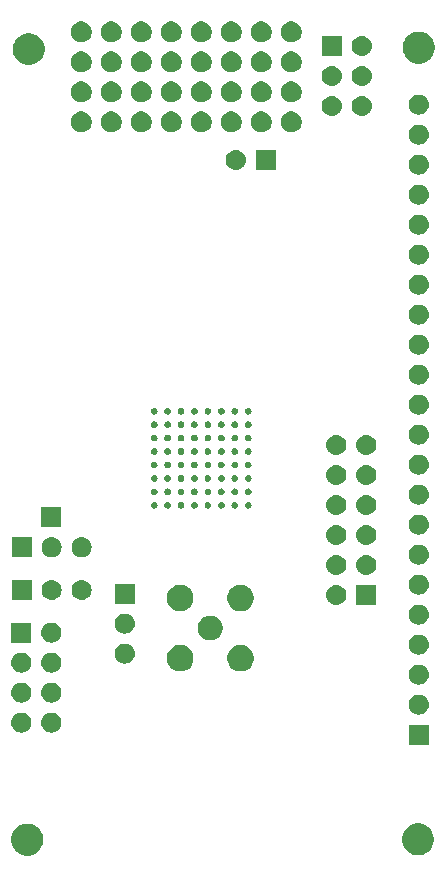
<source format=gbr>
%TF.GenerationSoftware,KiCad,Pcbnew,(5.0.2)-1*%
%TF.CreationDate,2021-03-08T17:37:58-08:00*%
%TF.ProjectId,scum3c-devboard,7363756d-3363-42d6-9465-76626f617264,rev?*%
%TF.SameCoordinates,Original*%
%TF.FileFunction,Soldermask,Bot*%
%TF.FilePolarity,Negative*%
%FSLAX46Y46*%
G04 Gerber Fmt 4.6, Leading zero omitted, Abs format (unit mm)*
G04 Created by KiCad (PCBNEW (5.0.2)-1) date 3/8/2021 5:37:58 PM*
%MOMM*%
%LPD*%
G01*
G04 APERTURE LIST*
%ADD10C,0.100000*%
G04 APERTURE END LIST*
D10*
G36*
X197370778Y-135988879D02*
X197616466Y-136090646D01*
X197837578Y-136238389D01*
X198025611Y-136426422D01*
X198173354Y-136647534D01*
X198275121Y-136893222D01*
X198327000Y-137154035D01*
X198327000Y-137419965D01*
X198275121Y-137680778D01*
X198173354Y-137926466D01*
X198025611Y-138147578D01*
X197837578Y-138335611D01*
X197616466Y-138483354D01*
X197370778Y-138585121D01*
X197109965Y-138637000D01*
X196844035Y-138637000D01*
X196583222Y-138585121D01*
X196337534Y-138483354D01*
X196116422Y-138335611D01*
X195928389Y-138147578D01*
X195780646Y-137926466D01*
X195678879Y-137680778D01*
X195627000Y-137419965D01*
X195627000Y-137154035D01*
X195678879Y-136893222D01*
X195780646Y-136647534D01*
X195928389Y-136426422D01*
X196116422Y-136238389D01*
X196337534Y-136090646D01*
X196583222Y-135988879D01*
X196844035Y-135937000D01*
X197109965Y-135937000D01*
X197370778Y-135988879D01*
X197370778Y-135988879D01*
G37*
G36*
X230461898Y-135954389D02*
X230707586Y-136056156D01*
X230928698Y-136203899D01*
X231116731Y-136391932D01*
X231264474Y-136613044D01*
X231366241Y-136858732D01*
X231418120Y-137119545D01*
X231418120Y-137385475D01*
X231366241Y-137646288D01*
X231264474Y-137891976D01*
X231116731Y-138113088D01*
X230928698Y-138301121D01*
X230707586Y-138448864D01*
X230461898Y-138550631D01*
X230201085Y-138602510D01*
X229935155Y-138602510D01*
X229674342Y-138550631D01*
X229428654Y-138448864D01*
X229207542Y-138301121D01*
X229019509Y-138113088D01*
X228871766Y-137891976D01*
X228769999Y-137646288D01*
X228718120Y-137385475D01*
X228718120Y-137119545D01*
X228769999Y-136858732D01*
X228871766Y-136613044D01*
X229019509Y-136391932D01*
X229207542Y-136203899D01*
X229428654Y-136056156D01*
X229674342Y-135954389D01*
X229935155Y-135902510D01*
X230201085Y-135902510D01*
X230461898Y-135954389D01*
X230461898Y-135954389D01*
G37*
G36*
X230974000Y-129247000D02*
X229274000Y-129247000D01*
X229274000Y-127547000D01*
X230974000Y-127547000D01*
X230974000Y-129247000D01*
X230974000Y-129247000D01*
G37*
G36*
X196635630Y-126543299D02*
X196795855Y-126591903D01*
X196943520Y-126670831D01*
X197072949Y-126777051D01*
X197179169Y-126906480D01*
X197258097Y-127054145D01*
X197306701Y-127214370D01*
X197323112Y-127381000D01*
X197306701Y-127547630D01*
X197258097Y-127707855D01*
X197179169Y-127855520D01*
X197072949Y-127984949D01*
X196943520Y-128091169D01*
X196795855Y-128170097D01*
X196635630Y-128218701D01*
X196510752Y-128231000D01*
X196427248Y-128231000D01*
X196302370Y-128218701D01*
X196142145Y-128170097D01*
X195994480Y-128091169D01*
X195865051Y-127984949D01*
X195758831Y-127855520D01*
X195679903Y-127707855D01*
X195631299Y-127547630D01*
X195614888Y-127381000D01*
X195631299Y-127214370D01*
X195679903Y-127054145D01*
X195758831Y-126906480D01*
X195865051Y-126777051D01*
X195994480Y-126670831D01*
X196142145Y-126591903D01*
X196302370Y-126543299D01*
X196427248Y-126531000D01*
X196510752Y-126531000D01*
X196635630Y-126543299D01*
X196635630Y-126543299D01*
G37*
G36*
X199175630Y-126543299D02*
X199335855Y-126591903D01*
X199483520Y-126670831D01*
X199612949Y-126777051D01*
X199719169Y-126906480D01*
X199798097Y-127054145D01*
X199846701Y-127214370D01*
X199863112Y-127381000D01*
X199846701Y-127547630D01*
X199798097Y-127707855D01*
X199719169Y-127855520D01*
X199612949Y-127984949D01*
X199483520Y-128091169D01*
X199335855Y-128170097D01*
X199175630Y-128218701D01*
X199050752Y-128231000D01*
X198967248Y-128231000D01*
X198842370Y-128218701D01*
X198682145Y-128170097D01*
X198534480Y-128091169D01*
X198405051Y-127984949D01*
X198298831Y-127855520D01*
X198219903Y-127707855D01*
X198171299Y-127547630D01*
X198154888Y-127381000D01*
X198171299Y-127214370D01*
X198219903Y-127054145D01*
X198298831Y-126906480D01*
X198405051Y-126777051D01*
X198534480Y-126670831D01*
X198682145Y-126591903D01*
X198842370Y-126543299D01*
X198967248Y-126531000D01*
X199050752Y-126531000D01*
X199175630Y-126543299D01*
X199175630Y-126543299D01*
G37*
G36*
X230290630Y-125019299D02*
X230450855Y-125067903D01*
X230598520Y-125146831D01*
X230727949Y-125253051D01*
X230834169Y-125382480D01*
X230913097Y-125530145D01*
X230961701Y-125690370D01*
X230978112Y-125857000D01*
X230961701Y-126023630D01*
X230913097Y-126183855D01*
X230834169Y-126331520D01*
X230727949Y-126460949D01*
X230598520Y-126567169D01*
X230450855Y-126646097D01*
X230290630Y-126694701D01*
X230165752Y-126707000D01*
X230082248Y-126707000D01*
X229957370Y-126694701D01*
X229797145Y-126646097D01*
X229649480Y-126567169D01*
X229520051Y-126460949D01*
X229413831Y-126331520D01*
X229334903Y-126183855D01*
X229286299Y-126023630D01*
X229269888Y-125857000D01*
X229286299Y-125690370D01*
X229334903Y-125530145D01*
X229413831Y-125382480D01*
X229520051Y-125253051D01*
X229649480Y-125146831D01*
X229797145Y-125067903D01*
X229957370Y-125019299D01*
X230082248Y-125007000D01*
X230165752Y-125007000D01*
X230290630Y-125019299D01*
X230290630Y-125019299D01*
G37*
G36*
X199175630Y-124003299D02*
X199335855Y-124051903D01*
X199483520Y-124130831D01*
X199612949Y-124237051D01*
X199719169Y-124366480D01*
X199798097Y-124514145D01*
X199846701Y-124674370D01*
X199863112Y-124841000D01*
X199846701Y-125007630D01*
X199798097Y-125167855D01*
X199719169Y-125315520D01*
X199612949Y-125444949D01*
X199483520Y-125551169D01*
X199335855Y-125630097D01*
X199175630Y-125678701D01*
X199050752Y-125691000D01*
X198967248Y-125691000D01*
X198842370Y-125678701D01*
X198682145Y-125630097D01*
X198534480Y-125551169D01*
X198405051Y-125444949D01*
X198298831Y-125315520D01*
X198219903Y-125167855D01*
X198171299Y-125007630D01*
X198154888Y-124841000D01*
X198171299Y-124674370D01*
X198219903Y-124514145D01*
X198298831Y-124366480D01*
X198405051Y-124237051D01*
X198534480Y-124130831D01*
X198682145Y-124051903D01*
X198842370Y-124003299D01*
X198967248Y-123991000D01*
X199050752Y-123991000D01*
X199175630Y-124003299D01*
X199175630Y-124003299D01*
G37*
G36*
X196635630Y-124003299D02*
X196795855Y-124051903D01*
X196943520Y-124130831D01*
X197072949Y-124237051D01*
X197179169Y-124366480D01*
X197258097Y-124514145D01*
X197306701Y-124674370D01*
X197323112Y-124841000D01*
X197306701Y-125007630D01*
X197258097Y-125167855D01*
X197179169Y-125315520D01*
X197072949Y-125444949D01*
X196943520Y-125551169D01*
X196795855Y-125630097D01*
X196635630Y-125678701D01*
X196510752Y-125691000D01*
X196427248Y-125691000D01*
X196302370Y-125678701D01*
X196142145Y-125630097D01*
X195994480Y-125551169D01*
X195865051Y-125444949D01*
X195758831Y-125315520D01*
X195679903Y-125167855D01*
X195631299Y-125007630D01*
X195614888Y-124841000D01*
X195631299Y-124674370D01*
X195679903Y-124514145D01*
X195758831Y-124366480D01*
X195865051Y-124237051D01*
X195994480Y-124130831D01*
X196142145Y-124051903D01*
X196302370Y-124003299D01*
X196427248Y-123991000D01*
X196510752Y-123991000D01*
X196635630Y-124003299D01*
X196635630Y-124003299D01*
G37*
G36*
X230290630Y-122479299D02*
X230450855Y-122527903D01*
X230598520Y-122606831D01*
X230727949Y-122713051D01*
X230834169Y-122842480D01*
X230913097Y-122990145D01*
X230961701Y-123150370D01*
X230978112Y-123317000D01*
X230961701Y-123483630D01*
X230913097Y-123643855D01*
X230834169Y-123791520D01*
X230727949Y-123920949D01*
X230598520Y-124027169D01*
X230450855Y-124106097D01*
X230290630Y-124154701D01*
X230165752Y-124167000D01*
X230082248Y-124167000D01*
X229957370Y-124154701D01*
X229797145Y-124106097D01*
X229649480Y-124027169D01*
X229520051Y-123920949D01*
X229413831Y-123791520D01*
X229334903Y-123643855D01*
X229286299Y-123483630D01*
X229269888Y-123317000D01*
X229286299Y-123150370D01*
X229334903Y-122990145D01*
X229413831Y-122842480D01*
X229520051Y-122713051D01*
X229649480Y-122606831D01*
X229797145Y-122527903D01*
X229957370Y-122479299D01*
X230082248Y-122467000D01*
X230165752Y-122467000D01*
X230290630Y-122479299D01*
X230290630Y-122479299D01*
G37*
G36*
X196635630Y-121463299D02*
X196795855Y-121511903D01*
X196943520Y-121590831D01*
X197072949Y-121697051D01*
X197179169Y-121826480D01*
X197258097Y-121974145D01*
X197306701Y-122134370D01*
X197323112Y-122301000D01*
X197306701Y-122467630D01*
X197258097Y-122627855D01*
X197179169Y-122775520D01*
X197072949Y-122904949D01*
X196943520Y-123011169D01*
X196795855Y-123090097D01*
X196635630Y-123138701D01*
X196510752Y-123151000D01*
X196427248Y-123151000D01*
X196302370Y-123138701D01*
X196142145Y-123090097D01*
X195994480Y-123011169D01*
X195865051Y-122904949D01*
X195758831Y-122775520D01*
X195679903Y-122627855D01*
X195631299Y-122467630D01*
X195614888Y-122301000D01*
X195631299Y-122134370D01*
X195679903Y-121974145D01*
X195758831Y-121826480D01*
X195865051Y-121697051D01*
X195994480Y-121590831D01*
X196142145Y-121511903D01*
X196302370Y-121463299D01*
X196427248Y-121451000D01*
X196510752Y-121451000D01*
X196635630Y-121463299D01*
X196635630Y-121463299D01*
G37*
G36*
X199175630Y-121463299D02*
X199335855Y-121511903D01*
X199483520Y-121590831D01*
X199612949Y-121697051D01*
X199719169Y-121826480D01*
X199798097Y-121974145D01*
X199846701Y-122134370D01*
X199863112Y-122301000D01*
X199846701Y-122467630D01*
X199798097Y-122627855D01*
X199719169Y-122775520D01*
X199612949Y-122904949D01*
X199483520Y-123011169D01*
X199335855Y-123090097D01*
X199175630Y-123138701D01*
X199050752Y-123151000D01*
X198967248Y-123151000D01*
X198842370Y-123138701D01*
X198682145Y-123090097D01*
X198534480Y-123011169D01*
X198405051Y-122904949D01*
X198298831Y-122775520D01*
X198219903Y-122627855D01*
X198171299Y-122467630D01*
X198154888Y-122301000D01*
X198171299Y-122134370D01*
X198219903Y-121974145D01*
X198298831Y-121826480D01*
X198405051Y-121697051D01*
X198534480Y-121590831D01*
X198682145Y-121511903D01*
X198842370Y-121463299D01*
X198967248Y-121451000D01*
X199050752Y-121451000D01*
X199175630Y-121463299D01*
X199175630Y-121463299D01*
G37*
G36*
X210086140Y-120815808D02*
X210249150Y-120848233D01*
X210453887Y-120933038D01*
X210635657Y-121054493D01*
X210638148Y-121056158D01*
X210794842Y-121212852D01*
X210794844Y-121212855D01*
X210917962Y-121397113D01*
X211002767Y-121601850D01*
X211046000Y-121819197D01*
X211046000Y-122040803D01*
X211002767Y-122258150D01*
X210917962Y-122462887D01*
X210906995Y-122479300D01*
X210794842Y-122647148D01*
X210638148Y-122803842D01*
X210638145Y-122803844D01*
X210453887Y-122926962D01*
X210249150Y-123011767D01*
X210086140Y-123044192D01*
X210031804Y-123055000D01*
X209810196Y-123055000D01*
X209755860Y-123044192D01*
X209592850Y-123011767D01*
X209388113Y-122926962D01*
X209203855Y-122803844D01*
X209203852Y-122803842D01*
X209047158Y-122647148D01*
X208935005Y-122479300D01*
X208924038Y-122462887D01*
X208839233Y-122258150D01*
X208796000Y-122040803D01*
X208796000Y-121819197D01*
X208839233Y-121601850D01*
X208924038Y-121397113D01*
X209047156Y-121212855D01*
X209047158Y-121212852D01*
X209203852Y-121056158D01*
X209206343Y-121054493D01*
X209388113Y-120933038D01*
X209592850Y-120848233D01*
X209755860Y-120815808D01*
X209810196Y-120805000D01*
X210031804Y-120805000D01*
X210086140Y-120815808D01*
X210086140Y-120815808D01*
G37*
G36*
X215186140Y-120815808D02*
X215349150Y-120848233D01*
X215553887Y-120933038D01*
X215735657Y-121054493D01*
X215738148Y-121056158D01*
X215894842Y-121212852D01*
X215894844Y-121212855D01*
X216017962Y-121397113D01*
X216102767Y-121601850D01*
X216146000Y-121819197D01*
X216146000Y-122040803D01*
X216102767Y-122258150D01*
X216017962Y-122462887D01*
X216006995Y-122479300D01*
X215894842Y-122647148D01*
X215738148Y-122803842D01*
X215738145Y-122803844D01*
X215553887Y-122926962D01*
X215349150Y-123011767D01*
X215186140Y-123044192D01*
X215131804Y-123055000D01*
X214910196Y-123055000D01*
X214855860Y-123044192D01*
X214692850Y-123011767D01*
X214488113Y-122926962D01*
X214303855Y-122803844D01*
X214303852Y-122803842D01*
X214147158Y-122647148D01*
X214035005Y-122479300D01*
X214024038Y-122462887D01*
X213939233Y-122258150D01*
X213896000Y-122040803D01*
X213896000Y-121819197D01*
X213939233Y-121601850D01*
X214024038Y-121397113D01*
X214147156Y-121212855D01*
X214147158Y-121212852D01*
X214303852Y-121056158D01*
X214306343Y-121054493D01*
X214488113Y-120933038D01*
X214692850Y-120848233D01*
X214855860Y-120815808D01*
X214910196Y-120805000D01*
X215131804Y-120805000D01*
X215186140Y-120815808D01*
X215186140Y-120815808D01*
G37*
G36*
X205398630Y-120701299D02*
X205558855Y-120749903D01*
X205706520Y-120828831D01*
X205835949Y-120935051D01*
X205942169Y-121064480D01*
X206021097Y-121212145D01*
X206069701Y-121372370D01*
X206086112Y-121539000D01*
X206069701Y-121705630D01*
X206021097Y-121865855D01*
X205942169Y-122013520D01*
X205835949Y-122142949D01*
X205706520Y-122249169D01*
X205558855Y-122328097D01*
X205398630Y-122376701D01*
X205273752Y-122389000D01*
X205190248Y-122389000D01*
X205065370Y-122376701D01*
X204905145Y-122328097D01*
X204757480Y-122249169D01*
X204628051Y-122142949D01*
X204521831Y-122013520D01*
X204442903Y-121865855D01*
X204394299Y-121705630D01*
X204377888Y-121539000D01*
X204394299Y-121372370D01*
X204442903Y-121212145D01*
X204521831Y-121064480D01*
X204628051Y-120935051D01*
X204757480Y-120828831D01*
X204905145Y-120749903D01*
X205065370Y-120701299D01*
X205190248Y-120689000D01*
X205273752Y-120689000D01*
X205398630Y-120701299D01*
X205398630Y-120701299D01*
G37*
G36*
X230290630Y-119939299D02*
X230450855Y-119987903D01*
X230598520Y-120066831D01*
X230727949Y-120173051D01*
X230834169Y-120302480D01*
X230913097Y-120450145D01*
X230961701Y-120610370D01*
X230978112Y-120777000D01*
X230961701Y-120943630D01*
X230913097Y-121103855D01*
X230834169Y-121251520D01*
X230727949Y-121380949D01*
X230598520Y-121487169D01*
X230450855Y-121566097D01*
X230290630Y-121614701D01*
X230165752Y-121627000D01*
X230082248Y-121627000D01*
X229957370Y-121614701D01*
X229797145Y-121566097D01*
X229649480Y-121487169D01*
X229520051Y-121380949D01*
X229413831Y-121251520D01*
X229334903Y-121103855D01*
X229286299Y-120943630D01*
X229269888Y-120777000D01*
X229286299Y-120610370D01*
X229334903Y-120450145D01*
X229413831Y-120302480D01*
X229520051Y-120173051D01*
X229649480Y-120066831D01*
X229797145Y-119987903D01*
X229957370Y-119939299D01*
X230082248Y-119927000D01*
X230165752Y-119927000D01*
X230290630Y-119939299D01*
X230290630Y-119939299D01*
G37*
G36*
X197319000Y-120611000D02*
X195619000Y-120611000D01*
X195619000Y-118911000D01*
X197319000Y-118911000D01*
X197319000Y-120611000D01*
X197319000Y-120611000D01*
G37*
G36*
X199175630Y-118923299D02*
X199335855Y-118971903D01*
X199483520Y-119050831D01*
X199612949Y-119157051D01*
X199719169Y-119286480D01*
X199798097Y-119434145D01*
X199846701Y-119594370D01*
X199863112Y-119761000D01*
X199846701Y-119927630D01*
X199798097Y-120087855D01*
X199719169Y-120235520D01*
X199612949Y-120364949D01*
X199483520Y-120471169D01*
X199335855Y-120550097D01*
X199175630Y-120598701D01*
X199050752Y-120611000D01*
X198967248Y-120611000D01*
X198842370Y-120598701D01*
X198682145Y-120550097D01*
X198534480Y-120471169D01*
X198405051Y-120364949D01*
X198298831Y-120235520D01*
X198219903Y-120087855D01*
X198171299Y-119927630D01*
X198154888Y-119761000D01*
X198171299Y-119594370D01*
X198219903Y-119434145D01*
X198298831Y-119286480D01*
X198405051Y-119157051D01*
X198534480Y-119050831D01*
X198682145Y-118971903D01*
X198842370Y-118923299D01*
X198967248Y-118911000D01*
X199050752Y-118911000D01*
X199175630Y-118923299D01*
X199175630Y-118923299D01*
G37*
G36*
X212596888Y-118334470D02*
X212777274Y-118370350D01*
X212968362Y-118449502D01*
X213140336Y-118564411D01*
X213286589Y-118710664D01*
X213401498Y-118882638D01*
X213480650Y-119073726D01*
X213521000Y-119276584D01*
X213521000Y-119483416D01*
X213480650Y-119686274D01*
X213401498Y-119877362D01*
X213286589Y-120049336D01*
X213140336Y-120195589D01*
X212968362Y-120310498D01*
X212777274Y-120389650D01*
X212596888Y-120425530D01*
X212574417Y-120430000D01*
X212367583Y-120430000D01*
X212345112Y-120425530D01*
X212164726Y-120389650D01*
X211973638Y-120310498D01*
X211801664Y-120195589D01*
X211655411Y-120049336D01*
X211540502Y-119877362D01*
X211461350Y-119686274D01*
X211421000Y-119483416D01*
X211421000Y-119276584D01*
X211461350Y-119073726D01*
X211540502Y-118882638D01*
X211655411Y-118710664D01*
X211801664Y-118564411D01*
X211973638Y-118449502D01*
X212164726Y-118370350D01*
X212345112Y-118334470D01*
X212367583Y-118330000D01*
X212574417Y-118330000D01*
X212596888Y-118334470D01*
X212596888Y-118334470D01*
G37*
G36*
X205398630Y-118161299D02*
X205558855Y-118209903D01*
X205706520Y-118288831D01*
X205835949Y-118395051D01*
X205942169Y-118524480D01*
X206021097Y-118672145D01*
X206069701Y-118832370D01*
X206086112Y-118999000D01*
X206069701Y-119165630D01*
X206021097Y-119325855D01*
X205942169Y-119473520D01*
X205835949Y-119602949D01*
X205706520Y-119709169D01*
X205558855Y-119788097D01*
X205398630Y-119836701D01*
X205273752Y-119849000D01*
X205190248Y-119849000D01*
X205065370Y-119836701D01*
X204905145Y-119788097D01*
X204757480Y-119709169D01*
X204628051Y-119602949D01*
X204521831Y-119473520D01*
X204442903Y-119325855D01*
X204394299Y-119165630D01*
X204377888Y-118999000D01*
X204394299Y-118832370D01*
X204442903Y-118672145D01*
X204521831Y-118524480D01*
X204628051Y-118395051D01*
X204757480Y-118288831D01*
X204905145Y-118209903D01*
X205065370Y-118161299D01*
X205190248Y-118149000D01*
X205273752Y-118149000D01*
X205398630Y-118161299D01*
X205398630Y-118161299D01*
G37*
G36*
X230290630Y-117399299D02*
X230450855Y-117447903D01*
X230598520Y-117526831D01*
X230727949Y-117633051D01*
X230834169Y-117762480D01*
X230913097Y-117910145D01*
X230961701Y-118070370D01*
X230978112Y-118237000D01*
X230961701Y-118403630D01*
X230913097Y-118563855D01*
X230834169Y-118711520D01*
X230727949Y-118840949D01*
X230598520Y-118947169D01*
X230450855Y-119026097D01*
X230290630Y-119074701D01*
X230165752Y-119087000D01*
X230082248Y-119087000D01*
X229957370Y-119074701D01*
X229797145Y-119026097D01*
X229649480Y-118947169D01*
X229520051Y-118840949D01*
X229413831Y-118711520D01*
X229334903Y-118563855D01*
X229286299Y-118403630D01*
X229269888Y-118237000D01*
X229286299Y-118070370D01*
X229334903Y-117910145D01*
X229413831Y-117762480D01*
X229520051Y-117633051D01*
X229649480Y-117526831D01*
X229797145Y-117447903D01*
X229957370Y-117399299D01*
X230082248Y-117387000D01*
X230165752Y-117387000D01*
X230290630Y-117399299D01*
X230290630Y-117399299D01*
G37*
G36*
X210086140Y-115715808D02*
X210249150Y-115748233D01*
X210453887Y-115833038D01*
X210453888Y-115833039D01*
X210638148Y-115956158D01*
X210794842Y-116112852D01*
X210794844Y-116112855D01*
X210917962Y-116297113D01*
X211002767Y-116501850D01*
X211046000Y-116719197D01*
X211046000Y-116940803D01*
X211002767Y-117158150D01*
X210917962Y-117362887D01*
X210917961Y-117362888D01*
X210794842Y-117547148D01*
X210638148Y-117703842D01*
X210638145Y-117703844D01*
X210453887Y-117826962D01*
X210249150Y-117911767D01*
X210086140Y-117944192D01*
X210031804Y-117955000D01*
X209810196Y-117955000D01*
X209755860Y-117944192D01*
X209592850Y-117911767D01*
X209388113Y-117826962D01*
X209203855Y-117703844D01*
X209203852Y-117703842D01*
X209047158Y-117547148D01*
X208924039Y-117362888D01*
X208924038Y-117362887D01*
X208839233Y-117158150D01*
X208796000Y-116940803D01*
X208796000Y-116719197D01*
X208839233Y-116501850D01*
X208924038Y-116297113D01*
X209047156Y-116112855D01*
X209047158Y-116112852D01*
X209203852Y-115956158D01*
X209388112Y-115833039D01*
X209388113Y-115833038D01*
X209592850Y-115748233D01*
X209755860Y-115715808D01*
X209810196Y-115705000D01*
X210031804Y-115705000D01*
X210086140Y-115715808D01*
X210086140Y-115715808D01*
G37*
G36*
X215186140Y-115715808D02*
X215349150Y-115748233D01*
X215553887Y-115833038D01*
X215553888Y-115833039D01*
X215738148Y-115956158D01*
X215894842Y-116112852D01*
X215894844Y-116112855D01*
X216017962Y-116297113D01*
X216102767Y-116501850D01*
X216146000Y-116719197D01*
X216146000Y-116940803D01*
X216102767Y-117158150D01*
X216017962Y-117362887D01*
X216017961Y-117362888D01*
X215894842Y-117547148D01*
X215738148Y-117703842D01*
X215738145Y-117703844D01*
X215553887Y-117826962D01*
X215349150Y-117911767D01*
X215186140Y-117944192D01*
X215131804Y-117955000D01*
X214910196Y-117955000D01*
X214855860Y-117944192D01*
X214692850Y-117911767D01*
X214488113Y-117826962D01*
X214303855Y-117703844D01*
X214303852Y-117703842D01*
X214147158Y-117547148D01*
X214024039Y-117362888D01*
X214024038Y-117362887D01*
X213939233Y-117158150D01*
X213896000Y-116940803D01*
X213896000Y-116719197D01*
X213939233Y-116501850D01*
X214024038Y-116297113D01*
X214147156Y-116112855D01*
X214147158Y-116112852D01*
X214303852Y-115956158D01*
X214488112Y-115833039D01*
X214488113Y-115833038D01*
X214692850Y-115748233D01*
X214855860Y-115715808D01*
X214910196Y-115705000D01*
X215131804Y-115705000D01*
X215186140Y-115715808D01*
X215186140Y-115715808D01*
G37*
G36*
X223305630Y-115748299D02*
X223465855Y-115796903D01*
X223613520Y-115875831D01*
X223742949Y-115982051D01*
X223849169Y-116111480D01*
X223928097Y-116259145D01*
X223976701Y-116419370D01*
X223993112Y-116586000D01*
X223976701Y-116752630D01*
X223928097Y-116912855D01*
X223849169Y-117060520D01*
X223742949Y-117189949D01*
X223613520Y-117296169D01*
X223465855Y-117375097D01*
X223305630Y-117423701D01*
X223180752Y-117436000D01*
X223097248Y-117436000D01*
X222972370Y-117423701D01*
X222812145Y-117375097D01*
X222664480Y-117296169D01*
X222535051Y-117189949D01*
X222428831Y-117060520D01*
X222349903Y-116912855D01*
X222301299Y-116752630D01*
X222284888Y-116586000D01*
X222301299Y-116419370D01*
X222349903Y-116259145D01*
X222428831Y-116111480D01*
X222535051Y-115982051D01*
X222664480Y-115875831D01*
X222812145Y-115796903D01*
X222972370Y-115748299D01*
X223097248Y-115736000D01*
X223180752Y-115736000D01*
X223305630Y-115748299D01*
X223305630Y-115748299D01*
G37*
G36*
X226529000Y-117436000D02*
X224829000Y-117436000D01*
X224829000Y-115736000D01*
X226529000Y-115736000D01*
X226529000Y-117436000D01*
X226529000Y-117436000D01*
G37*
G36*
X206082000Y-117309000D02*
X204382000Y-117309000D01*
X204382000Y-115609000D01*
X206082000Y-115609000D01*
X206082000Y-117309000D01*
X206082000Y-117309000D01*
G37*
G36*
X201741030Y-115316499D02*
X201901255Y-115365103D01*
X202048920Y-115444031D01*
X202178349Y-115550251D01*
X202284569Y-115679680D01*
X202363497Y-115827345D01*
X202412101Y-115987570D01*
X202428512Y-116154200D01*
X202412101Y-116320830D01*
X202363497Y-116481055D01*
X202284569Y-116628720D01*
X202178349Y-116758149D01*
X202048920Y-116864369D01*
X201901255Y-116943297D01*
X201741030Y-116991901D01*
X201616152Y-117004200D01*
X201532648Y-117004200D01*
X201407770Y-116991901D01*
X201247545Y-116943297D01*
X201099880Y-116864369D01*
X200970451Y-116758149D01*
X200864231Y-116628720D01*
X200785303Y-116481055D01*
X200736699Y-116320830D01*
X200720288Y-116154200D01*
X200736699Y-115987570D01*
X200785303Y-115827345D01*
X200864231Y-115679680D01*
X200970451Y-115550251D01*
X201099880Y-115444031D01*
X201247545Y-115365103D01*
X201407770Y-115316499D01*
X201532648Y-115304200D01*
X201616152Y-115304200D01*
X201741030Y-115316499D01*
X201741030Y-115316499D01*
G37*
G36*
X199201030Y-115316499D02*
X199361255Y-115365103D01*
X199508920Y-115444031D01*
X199638349Y-115550251D01*
X199744569Y-115679680D01*
X199823497Y-115827345D01*
X199872101Y-115987570D01*
X199888512Y-116154200D01*
X199872101Y-116320830D01*
X199823497Y-116481055D01*
X199744569Y-116628720D01*
X199638349Y-116758149D01*
X199508920Y-116864369D01*
X199361255Y-116943297D01*
X199201030Y-116991901D01*
X199076152Y-117004200D01*
X198992648Y-117004200D01*
X198867770Y-116991901D01*
X198707545Y-116943297D01*
X198559880Y-116864369D01*
X198430451Y-116758149D01*
X198324231Y-116628720D01*
X198245303Y-116481055D01*
X198196699Y-116320830D01*
X198180288Y-116154200D01*
X198196699Y-115987570D01*
X198245303Y-115827345D01*
X198324231Y-115679680D01*
X198430451Y-115550251D01*
X198559880Y-115444031D01*
X198707545Y-115365103D01*
X198867770Y-115316499D01*
X198992648Y-115304200D01*
X199076152Y-115304200D01*
X199201030Y-115316499D01*
X199201030Y-115316499D01*
G37*
G36*
X197344400Y-117004200D02*
X195644400Y-117004200D01*
X195644400Y-115304200D01*
X197344400Y-115304200D01*
X197344400Y-117004200D01*
X197344400Y-117004200D01*
G37*
G36*
X230290630Y-114859299D02*
X230450855Y-114907903D01*
X230598520Y-114986831D01*
X230727949Y-115093051D01*
X230834169Y-115222480D01*
X230913097Y-115370145D01*
X230961701Y-115530370D01*
X230978112Y-115697000D01*
X230961701Y-115863630D01*
X230913097Y-116023855D01*
X230834169Y-116171520D01*
X230727949Y-116300949D01*
X230598520Y-116407169D01*
X230450855Y-116486097D01*
X230290630Y-116534701D01*
X230165752Y-116547000D01*
X230082248Y-116547000D01*
X229957370Y-116534701D01*
X229797145Y-116486097D01*
X229649480Y-116407169D01*
X229520051Y-116300949D01*
X229413831Y-116171520D01*
X229334903Y-116023855D01*
X229286299Y-115863630D01*
X229269888Y-115697000D01*
X229286299Y-115530370D01*
X229334903Y-115370145D01*
X229413831Y-115222480D01*
X229520051Y-115093051D01*
X229649480Y-114986831D01*
X229797145Y-114907903D01*
X229957370Y-114859299D01*
X230082248Y-114847000D01*
X230165752Y-114847000D01*
X230290630Y-114859299D01*
X230290630Y-114859299D01*
G37*
G36*
X223305630Y-113208299D02*
X223465855Y-113256903D01*
X223613520Y-113335831D01*
X223742949Y-113442051D01*
X223849169Y-113571480D01*
X223928097Y-113719145D01*
X223976701Y-113879370D01*
X223993112Y-114046000D01*
X223976701Y-114212630D01*
X223928097Y-114372855D01*
X223849169Y-114520520D01*
X223742949Y-114649949D01*
X223613520Y-114756169D01*
X223465855Y-114835097D01*
X223305630Y-114883701D01*
X223180752Y-114896000D01*
X223097248Y-114896000D01*
X222972370Y-114883701D01*
X222812145Y-114835097D01*
X222664480Y-114756169D01*
X222535051Y-114649949D01*
X222428831Y-114520520D01*
X222349903Y-114372855D01*
X222301299Y-114212630D01*
X222284888Y-114046000D01*
X222301299Y-113879370D01*
X222349903Y-113719145D01*
X222428831Y-113571480D01*
X222535051Y-113442051D01*
X222664480Y-113335831D01*
X222812145Y-113256903D01*
X222972370Y-113208299D01*
X223097248Y-113196000D01*
X223180752Y-113196000D01*
X223305630Y-113208299D01*
X223305630Y-113208299D01*
G37*
G36*
X225845630Y-113208299D02*
X226005855Y-113256903D01*
X226153520Y-113335831D01*
X226282949Y-113442051D01*
X226389169Y-113571480D01*
X226468097Y-113719145D01*
X226516701Y-113879370D01*
X226533112Y-114046000D01*
X226516701Y-114212630D01*
X226468097Y-114372855D01*
X226389169Y-114520520D01*
X226282949Y-114649949D01*
X226153520Y-114756169D01*
X226005855Y-114835097D01*
X225845630Y-114883701D01*
X225720752Y-114896000D01*
X225637248Y-114896000D01*
X225512370Y-114883701D01*
X225352145Y-114835097D01*
X225204480Y-114756169D01*
X225075051Y-114649949D01*
X224968831Y-114520520D01*
X224889903Y-114372855D01*
X224841299Y-114212630D01*
X224824888Y-114046000D01*
X224841299Y-113879370D01*
X224889903Y-113719145D01*
X224968831Y-113571480D01*
X225075051Y-113442051D01*
X225204480Y-113335831D01*
X225352145Y-113256903D01*
X225512370Y-113208299D01*
X225637248Y-113196000D01*
X225720752Y-113196000D01*
X225845630Y-113208299D01*
X225845630Y-113208299D01*
G37*
G36*
X230290630Y-112319299D02*
X230450855Y-112367903D01*
X230598520Y-112446831D01*
X230727949Y-112553051D01*
X230834169Y-112682480D01*
X230913097Y-112830145D01*
X230961701Y-112990370D01*
X230978112Y-113157000D01*
X230961701Y-113323630D01*
X230913097Y-113483855D01*
X230834169Y-113631520D01*
X230727949Y-113760949D01*
X230598520Y-113867169D01*
X230450855Y-113946097D01*
X230290630Y-113994701D01*
X230165752Y-114007000D01*
X230082248Y-114007000D01*
X229957370Y-113994701D01*
X229797145Y-113946097D01*
X229649480Y-113867169D01*
X229520051Y-113760949D01*
X229413831Y-113631520D01*
X229334903Y-113483855D01*
X229286299Y-113323630D01*
X229269888Y-113157000D01*
X229286299Y-112990370D01*
X229334903Y-112830145D01*
X229413831Y-112682480D01*
X229520051Y-112553051D01*
X229649480Y-112446831D01*
X229797145Y-112367903D01*
X229957370Y-112319299D01*
X230082248Y-112307000D01*
X230165752Y-112307000D01*
X230290630Y-112319299D01*
X230290630Y-112319299D01*
G37*
G36*
X201741030Y-111709699D02*
X201901255Y-111758303D01*
X202048920Y-111837231D01*
X202178349Y-111943451D01*
X202284569Y-112072880D01*
X202363497Y-112220545D01*
X202412101Y-112380770D01*
X202428512Y-112547400D01*
X202412101Y-112714030D01*
X202363497Y-112874255D01*
X202284569Y-113021920D01*
X202178349Y-113151349D01*
X202048920Y-113257569D01*
X201901255Y-113336497D01*
X201741030Y-113385101D01*
X201616152Y-113397400D01*
X201532648Y-113397400D01*
X201407770Y-113385101D01*
X201247545Y-113336497D01*
X201099880Y-113257569D01*
X200970451Y-113151349D01*
X200864231Y-113021920D01*
X200785303Y-112874255D01*
X200736699Y-112714030D01*
X200720288Y-112547400D01*
X200736699Y-112380770D01*
X200785303Y-112220545D01*
X200864231Y-112072880D01*
X200970451Y-111943451D01*
X201099880Y-111837231D01*
X201247545Y-111758303D01*
X201407770Y-111709699D01*
X201532648Y-111697400D01*
X201616152Y-111697400D01*
X201741030Y-111709699D01*
X201741030Y-111709699D01*
G37*
G36*
X197344400Y-113397400D02*
X195644400Y-113397400D01*
X195644400Y-111697400D01*
X197344400Y-111697400D01*
X197344400Y-113397400D01*
X197344400Y-113397400D01*
G37*
G36*
X199201030Y-111709699D02*
X199361255Y-111758303D01*
X199508920Y-111837231D01*
X199638349Y-111943451D01*
X199744569Y-112072880D01*
X199823497Y-112220545D01*
X199872101Y-112380770D01*
X199888512Y-112547400D01*
X199872101Y-112714030D01*
X199823497Y-112874255D01*
X199744569Y-113021920D01*
X199638349Y-113151349D01*
X199508920Y-113257569D01*
X199361255Y-113336497D01*
X199201030Y-113385101D01*
X199076152Y-113397400D01*
X198992648Y-113397400D01*
X198867770Y-113385101D01*
X198707545Y-113336497D01*
X198559880Y-113257569D01*
X198430451Y-113151349D01*
X198324231Y-113021920D01*
X198245303Y-112874255D01*
X198196699Y-112714030D01*
X198180288Y-112547400D01*
X198196699Y-112380770D01*
X198245303Y-112220545D01*
X198324231Y-112072880D01*
X198430451Y-111943451D01*
X198559880Y-111837231D01*
X198707545Y-111758303D01*
X198867770Y-111709699D01*
X198992648Y-111697400D01*
X199076152Y-111697400D01*
X199201030Y-111709699D01*
X199201030Y-111709699D01*
G37*
G36*
X225845630Y-110668299D02*
X226005855Y-110716903D01*
X226153520Y-110795831D01*
X226282949Y-110902051D01*
X226389169Y-111031480D01*
X226468097Y-111179145D01*
X226516701Y-111339370D01*
X226533112Y-111506000D01*
X226516701Y-111672630D01*
X226468097Y-111832855D01*
X226389169Y-111980520D01*
X226282949Y-112109949D01*
X226153520Y-112216169D01*
X226005855Y-112295097D01*
X225845630Y-112343701D01*
X225720752Y-112356000D01*
X225637248Y-112356000D01*
X225512370Y-112343701D01*
X225352145Y-112295097D01*
X225204480Y-112216169D01*
X225075051Y-112109949D01*
X224968831Y-111980520D01*
X224889903Y-111832855D01*
X224841299Y-111672630D01*
X224824888Y-111506000D01*
X224841299Y-111339370D01*
X224889903Y-111179145D01*
X224968831Y-111031480D01*
X225075051Y-110902051D01*
X225204480Y-110795831D01*
X225352145Y-110716903D01*
X225512370Y-110668299D01*
X225637248Y-110656000D01*
X225720752Y-110656000D01*
X225845630Y-110668299D01*
X225845630Y-110668299D01*
G37*
G36*
X223305630Y-110668299D02*
X223465855Y-110716903D01*
X223613520Y-110795831D01*
X223742949Y-110902051D01*
X223849169Y-111031480D01*
X223928097Y-111179145D01*
X223976701Y-111339370D01*
X223993112Y-111506000D01*
X223976701Y-111672630D01*
X223928097Y-111832855D01*
X223849169Y-111980520D01*
X223742949Y-112109949D01*
X223613520Y-112216169D01*
X223465855Y-112295097D01*
X223305630Y-112343701D01*
X223180752Y-112356000D01*
X223097248Y-112356000D01*
X222972370Y-112343701D01*
X222812145Y-112295097D01*
X222664480Y-112216169D01*
X222535051Y-112109949D01*
X222428831Y-111980520D01*
X222349903Y-111832855D01*
X222301299Y-111672630D01*
X222284888Y-111506000D01*
X222301299Y-111339370D01*
X222349903Y-111179145D01*
X222428831Y-111031480D01*
X222535051Y-110902051D01*
X222664480Y-110795831D01*
X222812145Y-110716903D01*
X222972370Y-110668299D01*
X223097248Y-110656000D01*
X223180752Y-110656000D01*
X223305630Y-110668299D01*
X223305630Y-110668299D01*
G37*
G36*
X230290630Y-109779299D02*
X230450855Y-109827903D01*
X230598520Y-109906831D01*
X230727949Y-110013051D01*
X230834169Y-110142480D01*
X230913097Y-110290145D01*
X230961701Y-110450370D01*
X230978112Y-110617000D01*
X230961701Y-110783630D01*
X230913097Y-110943855D01*
X230834169Y-111091520D01*
X230727949Y-111220949D01*
X230598520Y-111327169D01*
X230450855Y-111406097D01*
X230290630Y-111454701D01*
X230165752Y-111467000D01*
X230082248Y-111467000D01*
X229957370Y-111454701D01*
X229797145Y-111406097D01*
X229649480Y-111327169D01*
X229520051Y-111220949D01*
X229413831Y-111091520D01*
X229334903Y-110943855D01*
X229286299Y-110783630D01*
X229269888Y-110617000D01*
X229286299Y-110450370D01*
X229334903Y-110290145D01*
X229413831Y-110142480D01*
X229520051Y-110013051D01*
X229649480Y-109906831D01*
X229797145Y-109827903D01*
X229957370Y-109779299D01*
X230082248Y-109767000D01*
X230165752Y-109767000D01*
X230290630Y-109779299D01*
X230290630Y-109779299D01*
G37*
G36*
X199859000Y-110806600D02*
X198159000Y-110806600D01*
X198159000Y-109106600D01*
X199859000Y-109106600D01*
X199859000Y-110806600D01*
X199859000Y-110806600D01*
G37*
G36*
X223305630Y-108128299D02*
X223465855Y-108176903D01*
X223613520Y-108255831D01*
X223742949Y-108362051D01*
X223849169Y-108491480D01*
X223928097Y-108639145D01*
X223976701Y-108799370D01*
X223993112Y-108966000D01*
X223976701Y-109132630D01*
X223928097Y-109292855D01*
X223849169Y-109440520D01*
X223742949Y-109569949D01*
X223613520Y-109676169D01*
X223465855Y-109755097D01*
X223305630Y-109803701D01*
X223180752Y-109816000D01*
X223097248Y-109816000D01*
X222972370Y-109803701D01*
X222812145Y-109755097D01*
X222664480Y-109676169D01*
X222535051Y-109569949D01*
X222428831Y-109440520D01*
X222349903Y-109292855D01*
X222301299Y-109132630D01*
X222284888Y-108966000D01*
X222301299Y-108799370D01*
X222349903Y-108639145D01*
X222428831Y-108491480D01*
X222535051Y-108362051D01*
X222664480Y-108255831D01*
X222812145Y-108176903D01*
X222972370Y-108128299D01*
X223097248Y-108116000D01*
X223180752Y-108116000D01*
X223305630Y-108128299D01*
X223305630Y-108128299D01*
G37*
G36*
X225845630Y-108128299D02*
X226005855Y-108176903D01*
X226153520Y-108255831D01*
X226282949Y-108362051D01*
X226389169Y-108491480D01*
X226468097Y-108639145D01*
X226516701Y-108799370D01*
X226533112Y-108966000D01*
X226516701Y-109132630D01*
X226468097Y-109292855D01*
X226389169Y-109440520D01*
X226282949Y-109569949D01*
X226153520Y-109676169D01*
X226005855Y-109755097D01*
X225845630Y-109803701D01*
X225720752Y-109816000D01*
X225637248Y-109816000D01*
X225512370Y-109803701D01*
X225352145Y-109755097D01*
X225204480Y-109676169D01*
X225075051Y-109569949D01*
X224968831Y-109440520D01*
X224889903Y-109292855D01*
X224841299Y-109132630D01*
X224824888Y-108966000D01*
X224841299Y-108799370D01*
X224889903Y-108639145D01*
X224968831Y-108491480D01*
X225075051Y-108362051D01*
X225204480Y-108255831D01*
X225352145Y-108176903D01*
X225512370Y-108128299D01*
X225637248Y-108116000D01*
X225720752Y-108116000D01*
X225845630Y-108128299D01*
X225845630Y-108128299D01*
G37*
G36*
X208936571Y-108702313D02*
X208988318Y-108723747D01*
X208988322Y-108723750D01*
X209034899Y-108754871D01*
X209074509Y-108794481D01*
X209100515Y-108833403D01*
X209105633Y-108841062D01*
X209127067Y-108892809D01*
X209137995Y-108947750D01*
X209137995Y-109003770D01*
X209127067Y-109058711D01*
X209105633Y-109110458D01*
X209105630Y-109110462D01*
X209074509Y-109157039D01*
X209034899Y-109196649D01*
X208995977Y-109222655D01*
X208988318Y-109227773D01*
X208936571Y-109249207D01*
X208881630Y-109260135D01*
X208825610Y-109260135D01*
X208770669Y-109249207D01*
X208718922Y-109227773D01*
X208711263Y-109222655D01*
X208672341Y-109196649D01*
X208632731Y-109157039D01*
X208601610Y-109110462D01*
X208601607Y-109110458D01*
X208580173Y-109058711D01*
X208569245Y-109003770D01*
X208569245Y-108947750D01*
X208580173Y-108892809D01*
X208601607Y-108841062D01*
X208606725Y-108833403D01*
X208632731Y-108794481D01*
X208672341Y-108754871D01*
X208718918Y-108723750D01*
X208718922Y-108723747D01*
X208770669Y-108702313D01*
X208825610Y-108691385D01*
X208881630Y-108691385D01*
X208936571Y-108702313D01*
X208936571Y-108702313D01*
G37*
G36*
X215761571Y-108702313D02*
X215813318Y-108723747D01*
X215813322Y-108723750D01*
X215859899Y-108754871D01*
X215899509Y-108794481D01*
X215925515Y-108833403D01*
X215930633Y-108841062D01*
X215952067Y-108892809D01*
X215962995Y-108947750D01*
X215962995Y-109003770D01*
X215952067Y-109058711D01*
X215930633Y-109110458D01*
X215930630Y-109110462D01*
X215899509Y-109157039D01*
X215859899Y-109196649D01*
X215820977Y-109222655D01*
X215813318Y-109227773D01*
X215761571Y-109249207D01*
X215706630Y-109260135D01*
X215650610Y-109260135D01*
X215595669Y-109249207D01*
X215543922Y-109227773D01*
X215536263Y-109222655D01*
X215497341Y-109196649D01*
X215457731Y-109157039D01*
X215426610Y-109110462D01*
X215426607Y-109110458D01*
X215405173Y-109058711D01*
X215394245Y-109003770D01*
X215394245Y-108947750D01*
X215405173Y-108892809D01*
X215426607Y-108841062D01*
X215431725Y-108833403D01*
X215457731Y-108794481D01*
X215497341Y-108754871D01*
X215543918Y-108723750D01*
X215543922Y-108723747D01*
X215595669Y-108702313D01*
X215650610Y-108691385D01*
X215706630Y-108691385D01*
X215761571Y-108702313D01*
X215761571Y-108702313D01*
G37*
G36*
X214624071Y-108702313D02*
X214675818Y-108723747D01*
X214675822Y-108723750D01*
X214722399Y-108754871D01*
X214762009Y-108794481D01*
X214788015Y-108833403D01*
X214793133Y-108841062D01*
X214814567Y-108892809D01*
X214825495Y-108947750D01*
X214825495Y-109003770D01*
X214814567Y-109058711D01*
X214793133Y-109110458D01*
X214793130Y-109110462D01*
X214762009Y-109157039D01*
X214722399Y-109196649D01*
X214683477Y-109222655D01*
X214675818Y-109227773D01*
X214624071Y-109249207D01*
X214569130Y-109260135D01*
X214513110Y-109260135D01*
X214458169Y-109249207D01*
X214406422Y-109227773D01*
X214398763Y-109222655D01*
X214359841Y-109196649D01*
X214320231Y-109157039D01*
X214289110Y-109110462D01*
X214289107Y-109110458D01*
X214267673Y-109058711D01*
X214256745Y-109003770D01*
X214256745Y-108947750D01*
X214267673Y-108892809D01*
X214289107Y-108841062D01*
X214294225Y-108833403D01*
X214320231Y-108794481D01*
X214359841Y-108754871D01*
X214406418Y-108723750D01*
X214406422Y-108723747D01*
X214458169Y-108702313D01*
X214513110Y-108691385D01*
X214569130Y-108691385D01*
X214624071Y-108702313D01*
X214624071Y-108702313D01*
G37*
G36*
X213486571Y-108702313D02*
X213538318Y-108723747D01*
X213538322Y-108723750D01*
X213584899Y-108754871D01*
X213624509Y-108794481D01*
X213650515Y-108833403D01*
X213655633Y-108841062D01*
X213677067Y-108892809D01*
X213687995Y-108947750D01*
X213687995Y-109003770D01*
X213677067Y-109058711D01*
X213655633Y-109110458D01*
X213655630Y-109110462D01*
X213624509Y-109157039D01*
X213584899Y-109196649D01*
X213545977Y-109222655D01*
X213538318Y-109227773D01*
X213486571Y-109249207D01*
X213431630Y-109260135D01*
X213375610Y-109260135D01*
X213320669Y-109249207D01*
X213268922Y-109227773D01*
X213261263Y-109222655D01*
X213222341Y-109196649D01*
X213182731Y-109157039D01*
X213151610Y-109110462D01*
X213151607Y-109110458D01*
X213130173Y-109058711D01*
X213119245Y-109003770D01*
X213119245Y-108947750D01*
X213130173Y-108892809D01*
X213151607Y-108841062D01*
X213156725Y-108833403D01*
X213182731Y-108794481D01*
X213222341Y-108754871D01*
X213268918Y-108723750D01*
X213268922Y-108723747D01*
X213320669Y-108702313D01*
X213375610Y-108691385D01*
X213431630Y-108691385D01*
X213486571Y-108702313D01*
X213486571Y-108702313D01*
G37*
G36*
X211211571Y-108702313D02*
X211263318Y-108723747D01*
X211263322Y-108723750D01*
X211309899Y-108754871D01*
X211349509Y-108794481D01*
X211375515Y-108833403D01*
X211380633Y-108841062D01*
X211402067Y-108892809D01*
X211412995Y-108947750D01*
X211412995Y-109003770D01*
X211402067Y-109058711D01*
X211380633Y-109110458D01*
X211380630Y-109110462D01*
X211349509Y-109157039D01*
X211309899Y-109196649D01*
X211270977Y-109222655D01*
X211263318Y-109227773D01*
X211211571Y-109249207D01*
X211156630Y-109260135D01*
X211100610Y-109260135D01*
X211045669Y-109249207D01*
X210993922Y-109227773D01*
X210986263Y-109222655D01*
X210947341Y-109196649D01*
X210907731Y-109157039D01*
X210876610Y-109110462D01*
X210876607Y-109110458D01*
X210855173Y-109058711D01*
X210844245Y-109003770D01*
X210844245Y-108947750D01*
X210855173Y-108892809D01*
X210876607Y-108841062D01*
X210881725Y-108833403D01*
X210907731Y-108794481D01*
X210947341Y-108754871D01*
X210993918Y-108723750D01*
X210993922Y-108723747D01*
X211045669Y-108702313D01*
X211100610Y-108691385D01*
X211156630Y-108691385D01*
X211211571Y-108702313D01*
X211211571Y-108702313D01*
G37*
G36*
X212349071Y-108702313D02*
X212400818Y-108723747D01*
X212400822Y-108723750D01*
X212447399Y-108754871D01*
X212487009Y-108794481D01*
X212513015Y-108833403D01*
X212518133Y-108841062D01*
X212539567Y-108892809D01*
X212550495Y-108947750D01*
X212550495Y-109003770D01*
X212539567Y-109058711D01*
X212518133Y-109110458D01*
X212518130Y-109110462D01*
X212487009Y-109157039D01*
X212447399Y-109196649D01*
X212408477Y-109222655D01*
X212400818Y-109227773D01*
X212349071Y-109249207D01*
X212294130Y-109260135D01*
X212238110Y-109260135D01*
X212183169Y-109249207D01*
X212131422Y-109227773D01*
X212123763Y-109222655D01*
X212084841Y-109196649D01*
X212045231Y-109157039D01*
X212014110Y-109110462D01*
X212014107Y-109110458D01*
X211992673Y-109058711D01*
X211981745Y-109003770D01*
X211981745Y-108947750D01*
X211992673Y-108892809D01*
X212014107Y-108841062D01*
X212019225Y-108833403D01*
X212045231Y-108794481D01*
X212084841Y-108754871D01*
X212131418Y-108723750D01*
X212131422Y-108723747D01*
X212183169Y-108702313D01*
X212238110Y-108691385D01*
X212294130Y-108691385D01*
X212349071Y-108702313D01*
X212349071Y-108702313D01*
G37*
G36*
X207799071Y-108702313D02*
X207850818Y-108723747D01*
X207850822Y-108723750D01*
X207897399Y-108754871D01*
X207937009Y-108794481D01*
X207963015Y-108833403D01*
X207968133Y-108841062D01*
X207989567Y-108892809D01*
X208000495Y-108947750D01*
X208000495Y-109003770D01*
X207989567Y-109058711D01*
X207968133Y-109110458D01*
X207968130Y-109110462D01*
X207937009Y-109157039D01*
X207897399Y-109196649D01*
X207858477Y-109222655D01*
X207850818Y-109227773D01*
X207799071Y-109249207D01*
X207744130Y-109260135D01*
X207688110Y-109260135D01*
X207633169Y-109249207D01*
X207581422Y-109227773D01*
X207573763Y-109222655D01*
X207534841Y-109196649D01*
X207495231Y-109157039D01*
X207464110Y-109110462D01*
X207464107Y-109110458D01*
X207442673Y-109058711D01*
X207431745Y-109003770D01*
X207431745Y-108947750D01*
X207442673Y-108892809D01*
X207464107Y-108841062D01*
X207469225Y-108833403D01*
X207495231Y-108794481D01*
X207534841Y-108754871D01*
X207581418Y-108723750D01*
X207581422Y-108723747D01*
X207633169Y-108702313D01*
X207688110Y-108691385D01*
X207744130Y-108691385D01*
X207799071Y-108702313D01*
X207799071Y-108702313D01*
G37*
G36*
X210074071Y-108702313D02*
X210125818Y-108723747D01*
X210125822Y-108723750D01*
X210172399Y-108754871D01*
X210212009Y-108794481D01*
X210238015Y-108833403D01*
X210243133Y-108841062D01*
X210264567Y-108892809D01*
X210275495Y-108947750D01*
X210275495Y-109003770D01*
X210264567Y-109058711D01*
X210243133Y-109110458D01*
X210243130Y-109110462D01*
X210212009Y-109157039D01*
X210172399Y-109196649D01*
X210133477Y-109222655D01*
X210125818Y-109227773D01*
X210074071Y-109249207D01*
X210019130Y-109260135D01*
X209963110Y-109260135D01*
X209908169Y-109249207D01*
X209856422Y-109227773D01*
X209848763Y-109222655D01*
X209809841Y-109196649D01*
X209770231Y-109157039D01*
X209739110Y-109110462D01*
X209739107Y-109110458D01*
X209717673Y-109058711D01*
X209706745Y-109003770D01*
X209706745Y-108947750D01*
X209717673Y-108892809D01*
X209739107Y-108841062D01*
X209744225Y-108833403D01*
X209770231Y-108794481D01*
X209809841Y-108754871D01*
X209856418Y-108723750D01*
X209856422Y-108723747D01*
X209908169Y-108702313D01*
X209963110Y-108691385D01*
X210019130Y-108691385D01*
X210074071Y-108702313D01*
X210074071Y-108702313D01*
G37*
G36*
X230290630Y-107239299D02*
X230450855Y-107287903D01*
X230598520Y-107366831D01*
X230727949Y-107473051D01*
X230834169Y-107602480D01*
X230913097Y-107750145D01*
X230961701Y-107910370D01*
X230978112Y-108077000D01*
X230961701Y-108243630D01*
X230913097Y-108403855D01*
X230834169Y-108551520D01*
X230727949Y-108680949D01*
X230598520Y-108787169D01*
X230450855Y-108866097D01*
X230290630Y-108914701D01*
X230165752Y-108927000D01*
X230082248Y-108927000D01*
X229957370Y-108914701D01*
X229797145Y-108866097D01*
X229649480Y-108787169D01*
X229520051Y-108680949D01*
X229413831Y-108551520D01*
X229334903Y-108403855D01*
X229286299Y-108243630D01*
X229269888Y-108077000D01*
X229286299Y-107910370D01*
X229334903Y-107750145D01*
X229413831Y-107602480D01*
X229520051Y-107473051D01*
X229649480Y-107366831D01*
X229797145Y-107287903D01*
X229957370Y-107239299D01*
X230082248Y-107227000D01*
X230165752Y-107227000D01*
X230290630Y-107239299D01*
X230290630Y-107239299D01*
G37*
G36*
X207799071Y-107564813D02*
X207850818Y-107586247D01*
X207850822Y-107586250D01*
X207897399Y-107617371D01*
X207937009Y-107656981D01*
X207963015Y-107695903D01*
X207968133Y-107703562D01*
X207989567Y-107755309D01*
X208000495Y-107810250D01*
X208000495Y-107866270D01*
X207989567Y-107921211D01*
X207968133Y-107972958D01*
X207968130Y-107972962D01*
X207937009Y-108019539D01*
X207897399Y-108059149D01*
X207870682Y-108077000D01*
X207850818Y-108090273D01*
X207799071Y-108111707D01*
X207744130Y-108122635D01*
X207688110Y-108122635D01*
X207633169Y-108111707D01*
X207581422Y-108090273D01*
X207561558Y-108077000D01*
X207534841Y-108059149D01*
X207495231Y-108019539D01*
X207464110Y-107972962D01*
X207464107Y-107972958D01*
X207442673Y-107921211D01*
X207431745Y-107866270D01*
X207431745Y-107810250D01*
X207442673Y-107755309D01*
X207464107Y-107703562D01*
X207469225Y-107695903D01*
X207495231Y-107656981D01*
X207534841Y-107617371D01*
X207581418Y-107586250D01*
X207581422Y-107586247D01*
X207633169Y-107564813D01*
X207688110Y-107553885D01*
X207744130Y-107553885D01*
X207799071Y-107564813D01*
X207799071Y-107564813D01*
G37*
G36*
X208936571Y-107564813D02*
X208988318Y-107586247D01*
X208988322Y-107586250D01*
X209034899Y-107617371D01*
X209074509Y-107656981D01*
X209100515Y-107695903D01*
X209105633Y-107703562D01*
X209127067Y-107755309D01*
X209137995Y-107810250D01*
X209137995Y-107866270D01*
X209127067Y-107921211D01*
X209105633Y-107972958D01*
X209105630Y-107972962D01*
X209074509Y-108019539D01*
X209034899Y-108059149D01*
X209008182Y-108077000D01*
X208988318Y-108090273D01*
X208936571Y-108111707D01*
X208881630Y-108122635D01*
X208825610Y-108122635D01*
X208770669Y-108111707D01*
X208718922Y-108090273D01*
X208699058Y-108077000D01*
X208672341Y-108059149D01*
X208632731Y-108019539D01*
X208601610Y-107972962D01*
X208601607Y-107972958D01*
X208580173Y-107921211D01*
X208569245Y-107866270D01*
X208569245Y-107810250D01*
X208580173Y-107755309D01*
X208601607Y-107703562D01*
X208606725Y-107695903D01*
X208632731Y-107656981D01*
X208672341Y-107617371D01*
X208718918Y-107586250D01*
X208718922Y-107586247D01*
X208770669Y-107564813D01*
X208825610Y-107553885D01*
X208881630Y-107553885D01*
X208936571Y-107564813D01*
X208936571Y-107564813D01*
G37*
G36*
X210074071Y-107564813D02*
X210125818Y-107586247D01*
X210125822Y-107586250D01*
X210172399Y-107617371D01*
X210212009Y-107656981D01*
X210238015Y-107695903D01*
X210243133Y-107703562D01*
X210264567Y-107755309D01*
X210275495Y-107810250D01*
X210275495Y-107866270D01*
X210264567Y-107921211D01*
X210243133Y-107972958D01*
X210243130Y-107972962D01*
X210212009Y-108019539D01*
X210172399Y-108059149D01*
X210145682Y-108077000D01*
X210125818Y-108090273D01*
X210074071Y-108111707D01*
X210019130Y-108122635D01*
X209963110Y-108122635D01*
X209908169Y-108111707D01*
X209856422Y-108090273D01*
X209836558Y-108077000D01*
X209809841Y-108059149D01*
X209770231Y-108019539D01*
X209739110Y-107972962D01*
X209739107Y-107972958D01*
X209717673Y-107921211D01*
X209706745Y-107866270D01*
X209706745Y-107810250D01*
X209717673Y-107755309D01*
X209739107Y-107703562D01*
X209744225Y-107695903D01*
X209770231Y-107656981D01*
X209809841Y-107617371D01*
X209856418Y-107586250D01*
X209856422Y-107586247D01*
X209908169Y-107564813D01*
X209963110Y-107553885D01*
X210019130Y-107553885D01*
X210074071Y-107564813D01*
X210074071Y-107564813D01*
G37*
G36*
X211211571Y-107564813D02*
X211263318Y-107586247D01*
X211263322Y-107586250D01*
X211309899Y-107617371D01*
X211349509Y-107656981D01*
X211375515Y-107695903D01*
X211380633Y-107703562D01*
X211402067Y-107755309D01*
X211412995Y-107810250D01*
X211412995Y-107866270D01*
X211402067Y-107921211D01*
X211380633Y-107972958D01*
X211380630Y-107972962D01*
X211349509Y-108019539D01*
X211309899Y-108059149D01*
X211283182Y-108077000D01*
X211263318Y-108090273D01*
X211211571Y-108111707D01*
X211156630Y-108122635D01*
X211100610Y-108122635D01*
X211045669Y-108111707D01*
X210993922Y-108090273D01*
X210974058Y-108077000D01*
X210947341Y-108059149D01*
X210907731Y-108019539D01*
X210876610Y-107972962D01*
X210876607Y-107972958D01*
X210855173Y-107921211D01*
X210844245Y-107866270D01*
X210844245Y-107810250D01*
X210855173Y-107755309D01*
X210876607Y-107703562D01*
X210881725Y-107695903D01*
X210907731Y-107656981D01*
X210947341Y-107617371D01*
X210993918Y-107586250D01*
X210993922Y-107586247D01*
X211045669Y-107564813D01*
X211100610Y-107553885D01*
X211156630Y-107553885D01*
X211211571Y-107564813D01*
X211211571Y-107564813D01*
G37*
G36*
X212349071Y-107564813D02*
X212400818Y-107586247D01*
X212400822Y-107586250D01*
X212447399Y-107617371D01*
X212487009Y-107656981D01*
X212513015Y-107695903D01*
X212518133Y-107703562D01*
X212539567Y-107755309D01*
X212550495Y-107810250D01*
X212550495Y-107866270D01*
X212539567Y-107921211D01*
X212518133Y-107972958D01*
X212518130Y-107972962D01*
X212487009Y-108019539D01*
X212447399Y-108059149D01*
X212420682Y-108077000D01*
X212400818Y-108090273D01*
X212349071Y-108111707D01*
X212294130Y-108122635D01*
X212238110Y-108122635D01*
X212183169Y-108111707D01*
X212131422Y-108090273D01*
X212111558Y-108077000D01*
X212084841Y-108059149D01*
X212045231Y-108019539D01*
X212014110Y-107972962D01*
X212014107Y-107972958D01*
X211992673Y-107921211D01*
X211981745Y-107866270D01*
X211981745Y-107810250D01*
X211992673Y-107755309D01*
X212014107Y-107703562D01*
X212019225Y-107695903D01*
X212045231Y-107656981D01*
X212084841Y-107617371D01*
X212131418Y-107586250D01*
X212131422Y-107586247D01*
X212183169Y-107564813D01*
X212238110Y-107553885D01*
X212294130Y-107553885D01*
X212349071Y-107564813D01*
X212349071Y-107564813D01*
G37*
G36*
X213486571Y-107564813D02*
X213538318Y-107586247D01*
X213538322Y-107586250D01*
X213584899Y-107617371D01*
X213624509Y-107656981D01*
X213650515Y-107695903D01*
X213655633Y-107703562D01*
X213677067Y-107755309D01*
X213687995Y-107810250D01*
X213687995Y-107866270D01*
X213677067Y-107921211D01*
X213655633Y-107972958D01*
X213655630Y-107972962D01*
X213624509Y-108019539D01*
X213584899Y-108059149D01*
X213558182Y-108077000D01*
X213538318Y-108090273D01*
X213486571Y-108111707D01*
X213431630Y-108122635D01*
X213375610Y-108122635D01*
X213320669Y-108111707D01*
X213268922Y-108090273D01*
X213249058Y-108077000D01*
X213222341Y-108059149D01*
X213182731Y-108019539D01*
X213151610Y-107972962D01*
X213151607Y-107972958D01*
X213130173Y-107921211D01*
X213119245Y-107866270D01*
X213119245Y-107810250D01*
X213130173Y-107755309D01*
X213151607Y-107703562D01*
X213156725Y-107695903D01*
X213182731Y-107656981D01*
X213222341Y-107617371D01*
X213268918Y-107586250D01*
X213268922Y-107586247D01*
X213320669Y-107564813D01*
X213375610Y-107553885D01*
X213431630Y-107553885D01*
X213486571Y-107564813D01*
X213486571Y-107564813D01*
G37*
G36*
X214624071Y-107564813D02*
X214675818Y-107586247D01*
X214675822Y-107586250D01*
X214722399Y-107617371D01*
X214762009Y-107656981D01*
X214788015Y-107695903D01*
X214793133Y-107703562D01*
X214814567Y-107755309D01*
X214825495Y-107810250D01*
X214825495Y-107866270D01*
X214814567Y-107921211D01*
X214793133Y-107972958D01*
X214793130Y-107972962D01*
X214762009Y-108019539D01*
X214722399Y-108059149D01*
X214695682Y-108077000D01*
X214675818Y-108090273D01*
X214624071Y-108111707D01*
X214569130Y-108122635D01*
X214513110Y-108122635D01*
X214458169Y-108111707D01*
X214406422Y-108090273D01*
X214386558Y-108077000D01*
X214359841Y-108059149D01*
X214320231Y-108019539D01*
X214289110Y-107972962D01*
X214289107Y-107972958D01*
X214267673Y-107921211D01*
X214256745Y-107866270D01*
X214256745Y-107810250D01*
X214267673Y-107755309D01*
X214289107Y-107703562D01*
X214294225Y-107695903D01*
X214320231Y-107656981D01*
X214359841Y-107617371D01*
X214406418Y-107586250D01*
X214406422Y-107586247D01*
X214458169Y-107564813D01*
X214513110Y-107553885D01*
X214569130Y-107553885D01*
X214624071Y-107564813D01*
X214624071Y-107564813D01*
G37*
G36*
X215761571Y-107564813D02*
X215813318Y-107586247D01*
X215813322Y-107586250D01*
X215859899Y-107617371D01*
X215899509Y-107656981D01*
X215925515Y-107695903D01*
X215930633Y-107703562D01*
X215952067Y-107755309D01*
X215962995Y-107810250D01*
X215962995Y-107866270D01*
X215952067Y-107921211D01*
X215930633Y-107972958D01*
X215930630Y-107972962D01*
X215899509Y-108019539D01*
X215859899Y-108059149D01*
X215833182Y-108077000D01*
X215813318Y-108090273D01*
X215761571Y-108111707D01*
X215706630Y-108122635D01*
X215650610Y-108122635D01*
X215595669Y-108111707D01*
X215543922Y-108090273D01*
X215524058Y-108077000D01*
X215497341Y-108059149D01*
X215457731Y-108019539D01*
X215426610Y-107972962D01*
X215426607Y-107972958D01*
X215405173Y-107921211D01*
X215394245Y-107866270D01*
X215394245Y-107810250D01*
X215405173Y-107755309D01*
X215426607Y-107703562D01*
X215431725Y-107695903D01*
X215457731Y-107656981D01*
X215497341Y-107617371D01*
X215543918Y-107586250D01*
X215543922Y-107586247D01*
X215595669Y-107564813D01*
X215650610Y-107553885D01*
X215706630Y-107553885D01*
X215761571Y-107564813D01*
X215761571Y-107564813D01*
G37*
G36*
X225845630Y-105588299D02*
X226005855Y-105636903D01*
X226153520Y-105715831D01*
X226282949Y-105822051D01*
X226389169Y-105951480D01*
X226468097Y-106099145D01*
X226516701Y-106259370D01*
X226533112Y-106426000D01*
X226516701Y-106592630D01*
X226468097Y-106752855D01*
X226389169Y-106900520D01*
X226282949Y-107029949D01*
X226153520Y-107136169D01*
X226005855Y-107215097D01*
X225845630Y-107263701D01*
X225720752Y-107276000D01*
X225637248Y-107276000D01*
X225512370Y-107263701D01*
X225352145Y-107215097D01*
X225204480Y-107136169D01*
X225075051Y-107029949D01*
X224968831Y-106900520D01*
X224889903Y-106752855D01*
X224841299Y-106592630D01*
X224824888Y-106426000D01*
X224841299Y-106259370D01*
X224889903Y-106099145D01*
X224968831Y-105951480D01*
X225075051Y-105822051D01*
X225204480Y-105715831D01*
X225352145Y-105636903D01*
X225512370Y-105588299D01*
X225637248Y-105576000D01*
X225720752Y-105576000D01*
X225845630Y-105588299D01*
X225845630Y-105588299D01*
G37*
G36*
X223305630Y-105588299D02*
X223465855Y-105636903D01*
X223613520Y-105715831D01*
X223742949Y-105822051D01*
X223849169Y-105951480D01*
X223928097Y-106099145D01*
X223976701Y-106259370D01*
X223993112Y-106426000D01*
X223976701Y-106592630D01*
X223928097Y-106752855D01*
X223849169Y-106900520D01*
X223742949Y-107029949D01*
X223613520Y-107136169D01*
X223465855Y-107215097D01*
X223305630Y-107263701D01*
X223180752Y-107276000D01*
X223097248Y-107276000D01*
X222972370Y-107263701D01*
X222812145Y-107215097D01*
X222664480Y-107136169D01*
X222535051Y-107029949D01*
X222428831Y-106900520D01*
X222349903Y-106752855D01*
X222301299Y-106592630D01*
X222284888Y-106426000D01*
X222301299Y-106259370D01*
X222349903Y-106099145D01*
X222428831Y-105951480D01*
X222535051Y-105822051D01*
X222664480Y-105715831D01*
X222812145Y-105636903D01*
X222972370Y-105588299D01*
X223097248Y-105576000D01*
X223180752Y-105576000D01*
X223305630Y-105588299D01*
X223305630Y-105588299D01*
G37*
G36*
X215761571Y-106427313D02*
X215813318Y-106448747D01*
X215813322Y-106448750D01*
X215859899Y-106479871D01*
X215899509Y-106519481D01*
X215925515Y-106558403D01*
X215930633Y-106566062D01*
X215952067Y-106617809D01*
X215962995Y-106672750D01*
X215962995Y-106728770D01*
X215952067Y-106783711D01*
X215930633Y-106835458D01*
X215930630Y-106835462D01*
X215899509Y-106882039D01*
X215859899Y-106921649D01*
X215820977Y-106947655D01*
X215813318Y-106952773D01*
X215761571Y-106974207D01*
X215706630Y-106985135D01*
X215650610Y-106985135D01*
X215595669Y-106974207D01*
X215543922Y-106952773D01*
X215536263Y-106947655D01*
X215497341Y-106921649D01*
X215457731Y-106882039D01*
X215426610Y-106835462D01*
X215426607Y-106835458D01*
X215405173Y-106783711D01*
X215394245Y-106728770D01*
X215394245Y-106672750D01*
X215405173Y-106617809D01*
X215426607Y-106566062D01*
X215431725Y-106558403D01*
X215457731Y-106519481D01*
X215497341Y-106479871D01*
X215543918Y-106448750D01*
X215543922Y-106448747D01*
X215595669Y-106427313D01*
X215650610Y-106416385D01*
X215706630Y-106416385D01*
X215761571Y-106427313D01*
X215761571Y-106427313D01*
G37*
G36*
X214624071Y-106427313D02*
X214675818Y-106448747D01*
X214675822Y-106448750D01*
X214722399Y-106479871D01*
X214762009Y-106519481D01*
X214788015Y-106558403D01*
X214793133Y-106566062D01*
X214814567Y-106617809D01*
X214825495Y-106672750D01*
X214825495Y-106728770D01*
X214814567Y-106783711D01*
X214793133Y-106835458D01*
X214793130Y-106835462D01*
X214762009Y-106882039D01*
X214722399Y-106921649D01*
X214683477Y-106947655D01*
X214675818Y-106952773D01*
X214624071Y-106974207D01*
X214569130Y-106985135D01*
X214513110Y-106985135D01*
X214458169Y-106974207D01*
X214406422Y-106952773D01*
X214398763Y-106947655D01*
X214359841Y-106921649D01*
X214320231Y-106882039D01*
X214289110Y-106835462D01*
X214289107Y-106835458D01*
X214267673Y-106783711D01*
X214256745Y-106728770D01*
X214256745Y-106672750D01*
X214267673Y-106617809D01*
X214289107Y-106566062D01*
X214294225Y-106558403D01*
X214320231Y-106519481D01*
X214359841Y-106479871D01*
X214406418Y-106448750D01*
X214406422Y-106448747D01*
X214458169Y-106427313D01*
X214513110Y-106416385D01*
X214569130Y-106416385D01*
X214624071Y-106427313D01*
X214624071Y-106427313D01*
G37*
G36*
X213486571Y-106427313D02*
X213538318Y-106448747D01*
X213538322Y-106448750D01*
X213584899Y-106479871D01*
X213624509Y-106519481D01*
X213650515Y-106558403D01*
X213655633Y-106566062D01*
X213677067Y-106617809D01*
X213687995Y-106672750D01*
X213687995Y-106728770D01*
X213677067Y-106783711D01*
X213655633Y-106835458D01*
X213655630Y-106835462D01*
X213624509Y-106882039D01*
X213584899Y-106921649D01*
X213545977Y-106947655D01*
X213538318Y-106952773D01*
X213486571Y-106974207D01*
X213431630Y-106985135D01*
X213375610Y-106985135D01*
X213320669Y-106974207D01*
X213268922Y-106952773D01*
X213261263Y-106947655D01*
X213222341Y-106921649D01*
X213182731Y-106882039D01*
X213151610Y-106835462D01*
X213151607Y-106835458D01*
X213130173Y-106783711D01*
X213119245Y-106728770D01*
X213119245Y-106672750D01*
X213130173Y-106617809D01*
X213151607Y-106566062D01*
X213156725Y-106558403D01*
X213182731Y-106519481D01*
X213222341Y-106479871D01*
X213268918Y-106448750D01*
X213268922Y-106448747D01*
X213320669Y-106427313D01*
X213375610Y-106416385D01*
X213431630Y-106416385D01*
X213486571Y-106427313D01*
X213486571Y-106427313D01*
G37*
G36*
X207799071Y-106427313D02*
X207850818Y-106448747D01*
X207850822Y-106448750D01*
X207897399Y-106479871D01*
X207937009Y-106519481D01*
X207963015Y-106558403D01*
X207968133Y-106566062D01*
X207989567Y-106617809D01*
X208000495Y-106672750D01*
X208000495Y-106728770D01*
X207989567Y-106783711D01*
X207968133Y-106835458D01*
X207968130Y-106835462D01*
X207937009Y-106882039D01*
X207897399Y-106921649D01*
X207858477Y-106947655D01*
X207850818Y-106952773D01*
X207799071Y-106974207D01*
X207744130Y-106985135D01*
X207688110Y-106985135D01*
X207633169Y-106974207D01*
X207581422Y-106952773D01*
X207573763Y-106947655D01*
X207534841Y-106921649D01*
X207495231Y-106882039D01*
X207464110Y-106835462D01*
X207464107Y-106835458D01*
X207442673Y-106783711D01*
X207431745Y-106728770D01*
X207431745Y-106672750D01*
X207442673Y-106617809D01*
X207464107Y-106566062D01*
X207469225Y-106558403D01*
X207495231Y-106519481D01*
X207534841Y-106479871D01*
X207581418Y-106448750D01*
X207581422Y-106448747D01*
X207633169Y-106427313D01*
X207688110Y-106416385D01*
X207744130Y-106416385D01*
X207799071Y-106427313D01*
X207799071Y-106427313D01*
G37*
G36*
X211211571Y-106427313D02*
X211263318Y-106448747D01*
X211263322Y-106448750D01*
X211309899Y-106479871D01*
X211349509Y-106519481D01*
X211375515Y-106558403D01*
X211380633Y-106566062D01*
X211402067Y-106617809D01*
X211412995Y-106672750D01*
X211412995Y-106728770D01*
X211402067Y-106783711D01*
X211380633Y-106835458D01*
X211380630Y-106835462D01*
X211349509Y-106882039D01*
X211309899Y-106921649D01*
X211270977Y-106947655D01*
X211263318Y-106952773D01*
X211211571Y-106974207D01*
X211156630Y-106985135D01*
X211100610Y-106985135D01*
X211045669Y-106974207D01*
X210993922Y-106952773D01*
X210986263Y-106947655D01*
X210947341Y-106921649D01*
X210907731Y-106882039D01*
X210876610Y-106835462D01*
X210876607Y-106835458D01*
X210855173Y-106783711D01*
X210844245Y-106728770D01*
X210844245Y-106672750D01*
X210855173Y-106617809D01*
X210876607Y-106566062D01*
X210881725Y-106558403D01*
X210907731Y-106519481D01*
X210947341Y-106479871D01*
X210993918Y-106448750D01*
X210993922Y-106448747D01*
X211045669Y-106427313D01*
X211100610Y-106416385D01*
X211156630Y-106416385D01*
X211211571Y-106427313D01*
X211211571Y-106427313D01*
G37*
G36*
X208936571Y-106427313D02*
X208988318Y-106448747D01*
X208988322Y-106448750D01*
X209034899Y-106479871D01*
X209074509Y-106519481D01*
X209100515Y-106558403D01*
X209105633Y-106566062D01*
X209127067Y-106617809D01*
X209137995Y-106672750D01*
X209137995Y-106728770D01*
X209127067Y-106783711D01*
X209105633Y-106835458D01*
X209105630Y-106835462D01*
X209074509Y-106882039D01*
X209034899Y-106921649D01*
X208995977Y-106947655D01*
X208988318Y-106952773D01*
X208936571Y-106974207D01*
X208881630Y-106985135D01*
X208825610Y-106985135D01*
X208770669Y-106974207D01*
X208718922Y-106952773D01*
X208711263Y-106947655D01*
X208672341Y-106921649D01*
X208632731Y-106882039D01*
X208601610Y-106835462D01*
X208601607Y-106835458D01*
X208580173Y-106783711D01*
X208569245Y-106728770D01*
X208569245Y-106672750D01*
X208580173Y-106617809D01*
X208601607Y-106566062D01*
X208606725Y-106558403D01*
X208632731Y-106519481D01*
X208672341Y-106479871D01*
X208718918Y-106448750D01*
X208718922Y-106448747D01*
X208770669Y-106427313D01*
X208825610Y-106416385D01*
X208881630Y-106416385D01*
X208936571Y-106427313D01*
X208936571Y-106427313D01*
G37*
G36*
X210074071Y-106427313D02*
X210125818Y-106448747D01*
X210125822Y-106448750D01*
X210172399Y-106479871D01*
X210212009Y-106519481D01*
X210238015Y-106558403D01*
X210243133Y-106566062D01*
X210264567Y-106617809D01*
X210275495Y-106672750D01*
X210275495Y-106728770D01*
X210264567Y-106783711D01*
X210243133Y-106835458D01*
X210243130Y-106835462D01*
X210212009Y-106882039D01*
X210172399Y-106921649D01*
X210133477Y-106947655D01*
X210125818Y-106952773D01*
X210074071Y-106974207D01*
X210019130Y-106985135D01*
X209963110Y-106985135D01*
X209908169Y-106974207D01*
X209856422Y-106952773D01*
X209848763Y-106947655D01*
X209809841Y-106921649D01*
X209770231Y-106882039D01*
X209739110Y-106835462D01*
X209739107Y-106835458D01*
X209717673Y-106783711D01*
X209706745Y-106728770D01*
X209706745Y-106672750D01*
X209717673Y-106617809D01*
X209739107Y-106566062D01*
X209744225Y-106558403D01*
X209770231Y-106519481D01*
X209809841Y-106479871D01*
X209856418Y-106448750D01*
X209856422Y-106448747D01*
X209908169Y-106427313D01*
X209963110Y-106416385D01*
X210019130Y-106416385D01*
X210074071Y-106427313D01*
X210074071Y-106427313D01*
G37*
G36*
X212349071Y-106427313D02*
X212400818Y-106448747D01*
X212400822Y-106448750D01*
X212447399Y-106479871D01*
X212487009Y-106519481D01*
X212513015Y-106558403D01*
X212518133Y-106566062D01*
X212539567Y-106617809D01*
X212550495Y-106672750D01*
X212550495Y-106728770D01*
X212539567Y-106783711D01*
X212518133Y-106835458D01*
X212518130Y-106835462D01*
X212487009Y-106882039D01*
X212447399Y-106921649D01*
X212408477Y-106947655D01*
X212400818Y-106952773D01*
X212349071Y-106974207D01*
X212294130Y-106985135D01*
X212238110Y-106985135D01*
X212183169Y-106974207D01*
X212131422Y-106952773D01*
X212123763Y-106947655D01*
X212084841Y-106921649D01*
X212045231Y-106882039D01*
X212014110Y-106835462D01*
X212014107Y-106835458D01*
X211992673Y-106783711D01*
X211981745Y-106728770D01*
X211981745Y-106672750D01*
X211992673Y-106617809D01*
X212014107Y-106566062D01*
X212019225Y-106558403D01*
X212045231Y-106519481D01*
X212084841Y-106479871D01*
X212131418Y-106448750D01*
X212131422Y-106448747D01*
X212183169Y-106427313D01*
X212238110Y-106416385D01*
X212294130Y-106416385D01*
X212349071Y-106427313D01*
X212349071Y-106427313D01*
G37*
G36*
X230290630Y-104699299D02*
X230450855Y-104747903D01*
X230598520Y-104826831D01*
X230727949Y-104933051D01*
X230834169Y-105062480D01*
X230913097Y-105210145D01*
X230961701Y-105370370D01*
X230978112Y-105537000D01*
X230961701Y-105703630D01*
X230913097Y-105863855D01*
X230834169Y-106011520D01*
X230727949Y-106140949D01*
X230598520Y-106247169D01*
X230450855Y-106326097D01*
X230290630Y-106374701D01*
X230165752Y-106387000D01*
X230082248Y-106387000D01*
X229957370Y-106374701D01*
X229797145Y-106326097D01*
X229649480Y-106247169D01*
X229520051Y-106140949D01*
X229413831Y-106011520D01*
X229334903Y-105863855D01*
X229286299Y-105703630D01*
X229269888Y-105537000D01*
X229286299Y-105370370D01*
X229334903Y-105210145D01*
X229413831Y-105062480D01*
X229520051Y-104933051D01*
X229649480Y-104826831D01*
X229797145Y-104747903D01*
X229957370Y-104699299D01*
X230082248Y-104687000D01*
X230165752Y-104687000D01*
X230290630Y-104699299D01*
X230290630Y-104699299D01*
G37*
G36*
X212349071Y-105289813D02*
X212400818Y-105311247D01*
X212400822Y-105311250D01*
X212447399Y-105342371D01*
X212487009Y-105381981D01*
X212513015Y-105420903D01*
X212518133Y-105428562D01*
X212539567Y-105480309D01*
X212550495Y-105535250D01*
X212550495Y-105591270D01*
X212539567Y-105646211D01*
X212518133Y-105697958D01*
X212518130Y-105697962D01*
X212487009Y-105744539D01*
X212447399Y-105784149D01*
X212408477Y-105810155D01*
X212400818Y-105815273D01*
X212349071Y-105836707D01*
X212294130Y-105847635D01*
X212238110Y-105847635D01*
X212183169Y-105836707D01*
X212131422Y-105815273D01*
X212123763Y-105810155D01*
X212084841Y-105784149D01*
X212045231Y-105744539D01*
X212014110Y-105697962D01*
X212014107Y-105697958D01*
X211992673Y-105646211D01*
X211981745Y-105591270D01*
X211981745Y-105535250D01*
X211992673Y-105480309D01*
X212014107Y-105428562D01*
X212019225Y-105420903D01*
X212045231Y-105381981D01*
X212084841Y-105342371D01*
X212131418Y-105311250D01*
X212131422Y-105311247D01*
X212183169Y-105289813D01*
X212238110Y-105278885D01*
X212294130Y-105278885D01*
X212349071Y-105289813D01*
X212349071Y-105289813D01*
G37*
G36*
X215761571Y-105289813D02*
X215813318Y-105311247D01*
X215813322Y-105311250D01*
X215859899Y-105342371D01*
X215899509Y-105381981D01*
X215925515Y-105420903D01*
X215930633Y-105428562D01*
X215952067Y-105480309D01*
X215962995Y-105535250D01*
X215962995Y-105591270D01*
X215952067Y-105646211D01*
X215930633Y-105697958D01*
X215930630Y-105697962D01*
X215899509Y-105744539D01*
X215859899Y-105784149D01*
X215820977Y-105810155D01*
X215813318Y-105815273D01*
X215761571Y-105836707D01*
X215706630Y-105847635D01*
X215650610Y-105847635D01*
X215595669Y-105836707D01*
X215543922Y-105815273D01*
X215536263Y-105810155D01*
X215497341Y-105784149D01*
X215457731Y-105744539D01*
X215426610Y-105697962D01*
X215426607Y-105697958D01*
X215405173Y-105646211D01*
X215394245Y-105591270D01*
X215394245Y-105535250D01*
X215405173Y-105480309D01*
X215426607Y-105428562D01*
X215431725Y-105420903D01*
X215457731Y-105381981D01*
X215497341Y-105342371D01*
X215543918Y-105311250D01*
X215543922Y-105311247D01*
X215595669Y-105289813D01*
X215650610Y-105278885D01*
X215706630Y-105278885D01*
X215761571Y-105289813D01*
X215761571Y-105289813D01*
G37*
G36*
X214624071Y-105289813D02*
X214675818Y-105311247D01*
X214675822Y-105311250D01*
X214722399Y-105342371D01*
X214762009Y-105381981D01*
X214788015Y-105420903D01*
X214793133Y-105428562D01*
X214814567Y-105480309D01*
X214825495Y-105535250D01*
X214825495Y-105591270D01*
X214814567Y-105646211D01*
X214793133Y-105697958D01*
X214793130Y-105697962D01*
X214762009Y-105744539D01*
X214722399Y-105784149D01*
X214683477Y-105810155D01*
X214675818Y-105815273D01*
X214624071Y-105836707D01*
X214569130Y-105847635D01*
X214513110Y-105847635D01*
X214458169Y-105836707D01*
X214406422Y-105815273D01*
X214398763Y-105810155D01*
X214359841Y-105784149D01*
X214320231Y-105744539D01*
X214289110Y-105697962D01*
X214289107Y-105697958D01*
X214267673Y-105646211D01*
X214256745Y-105591270D01*
X214256745Y-105535250D01*
X214267673Y-105480309D01*
X214289107Y-105428562D01*
X214294225Y-105420903D01*
X214320231Y-105381981D01*
X214359841Y-105342371D01*
X214406418Y-105311250D01*
X214406422Y-105311247D01*
X214458169Y-105289813D01*
X214513110Y-105278885D01*
X214569130Y-105278885D01*
X214624071Y-105289813D01*
X214624071Y-105289813D01*
G37*
G36*
X213486571Y-105289813D02*
X213538318Y-105311247D01*
X213538322Y-105311250D01*
X213584899Y-105342371D01*
X213624509Y-105381981D01*
X213650515Y-105420903D01*
X213655633Y-105428562D01*
X213677067Y-105480309D01*
X213687995Y-105535250D01*
X213687995Y-105591270D01*
X213677067Y-105646211D01*
X213655633Y-105697958D01*
X213655630Y-105697962D01*
X213624509Y-105744539D01*
X213584899Y-105784149D01*
X213545977Y-105810155D01*
X213538318Y-105815273D01*
X213486571Y-105836707D01*
X213431630Y-105847635D01*
X213375610Y-105847635D01*
X213320669Y-105836707D01*
X213268922Y-105815273D01*
X213261263Y-105810155D01*
X213222341Y-105784149D01*
X213182731Y-105744539D01*
X213151610Y-105697962D01*
X213151607Y-105697958D01*
X213130173Y-105646211D01*
X213119245Y-105591270D01*
X213119245Y-105535250D01*
X213130173Y-105480309D01*
X213151607Y-105428562D01*
X213156725Y-105420903D01*
X213182731Y-105381981D01*
X213222341Y-105342371D01*
X213268918Y-105311250D01*
X213268922Y-105311247D01*
X213320669Y-105289813D01*
X213375610Y-105278885D01*
X213431630Y-105278885D01*
X213486571Y-105289813D01*
X213486571Y-105289813D01*
G37*
G36*
X211211571Y-105289813D02*
X211263318Y-105311247D01*
X211263322Y-105311250D01*
X211309899Y-105342371D01*
X211349509Y-105381981D01*
X211375515Y-105420903D01*
X211380633Y-105428562D01*
X211402067Y-105480309D01*
X211412995Y-105535250D01*
X211412995Y-105591270D01*
X211402067Y-105646211D01*
X211380633Y-105697958D01*
X211380630Y-105697962D01*
X211349509Y-105744539D01*
X211309899Y-105784149D01*
X211270977Y-105810155D01*
X211263318Y-105815273D01*
X211211571Y-105836707D01*
X211156630Y-105847635D01*
X211100610Y-105847635D01*
X211045669Y-105836707D01*
X210993922Y-105815273D01*
X210986263Y-105810155D01*
X210947341Y-105784149D01*
X210907731Y-105744539D01*
X210876610Y-105697962D01*
X210876607Y-105697958D01*
X210855173Y-105646211D01*
X210844245Y-105591270D01*
X210844245Y-105535250D01*
X210855173Y-105480309D01*
X210876607Y-105428562D01*
X210881725Y-105420903D01*
X210907731Y-105381981D01*
X210947341Y-105342371D01*
X210993918Y-105311250D01*
X210993922Y-105311247D01*
X211045669Y-105289813D01*
X211100610Y-105278885D01*
X211156630Y-105278885D01*
X211211571Y-105289813D01*
X211211571Y-105289813D01*
G37*
G36*
X210074071Y-105289813D02*
X210125818Y-105311247D01*
X210125822Y-105311250D01*
X210172399Y-105342371D01*
X210212009Y-105381981D01*
X210238015Y-105420903D01*
X210243133Y-105428562D01*
X210264567Y-105480309D01*
X210275495Y-105535250D01*
X210275495Y-105591270D01*
X210264567Y-105646211D01*
X210243133Y-105697958D01*
X210243130Y-105697962D01*
X210212009Y-105744539D01*
X210172399Y-105784149D01*
X210133477Y-105810155D01*
X210125818Y-105815273D01*
X210074071Y-105836707D01*
X210019130Y-105847635D01*
X209963110Y-105847635D01*
X209908169Y-105836707D01*
X209856422Y-105815273D01*
X209848763Y-105810155D01*
X209809841Y-105784149D01*
X209770231Y-105744539D01*
X209739110Y-105697962D01*
X209739107Y-105697958D01*
X209717673Y-105646211D01*
X209706745Y-105591270D01*
X209706745Y-105535250D01*
X209717673Y-105480309D01*
X209739107Y-105428562D01*
X209744225Y-105420903D01*
X209770231Y-105381981D01*
X209809841Y-105342371D01*
X209856418Y-105311250D01*
X209856422Y-105311247D01*
X209908169Y-105289813D01*
X209963110Y-105278885D01*
X210019130Y-105278885D01*
X210074071Y-105289813D01*
X210074071Y-105289813D01*
G37*
G36*
X208936571Y-105289813D02*
X208988318Y-105311247D01*
X208988322Y-105311250D01*
X209034899Y-105342371D01*
X209074509Y-105381981D01*
X209100515Y-105420903D01*
X209105633Y-105428562D01*
X209127067Y-105480309D01*
X209137995Y-105535250D01*
X209137995Y-105591270D01*
X209127067Y-105646211D01*
X209105633Y-105697958D01*
X209105630Y-105697962D01*
X209074509Y-105744539D01*
X209034899Y-105784149D01*
X208995977Y-105810155D01*
X208988318Y-105815273D01*
X208936571Y-105836707D01*
X208881630Y-105847635D01*
X208825610Y-105847635D01*
X208770669Y-105836707D01*
X208718922Y-105815273D01*
X208711263Y-105810155D01*
X208672341Y-105784149D01*
X208632731Y-105744539D01*
X208601610Y-105697962D01*
X208601607Y-105697958D01*
X208580173Y-105646211D01*
X208569245Y-105591270D01*
X208569245Y-105535250D01*
X208580173Y-105480309D01*
X208601607Y-105428562D01*
X208606725Y-105420903D01*
X208632731Y-105381981D01*
X208672341Y-105342371D01*
X208718918Y-105311250D01*
X208718922Y-105311247D01*
X208770669Y-105289813D01*
X208825610Y-105278885D01*
X208881630Y-105278885D01*
X208936571Y-105289813D01*
X208936571Y-105289813D01*
G37*
G36*
X207799071Y-105289813D02*
X207850818Y-105311247D01*
X207850822Y-105311250D01*
X207897399Y-105342371D01*
X207937009Y-105381981D01*
X207963015Y-105420903D01*
X207968133Y-105428562D01*
X207989567Y-105480309D01*
X208000495Y-105535250D01*
X208000495Y-105591270D01*
X207989567Y-105646211D01*
X207968133Y-105697958D01*
X207968130Y-105697962D01*
X207937009Y-105744539D01*
X207897399Y-105784149D01*
X207858477Y-105810155D01*
X207850818Y-105815273D01*
X207799071Y-105836707D01*
X207744130Y-105847635D01*
X207688110Y-105847635D01*
X207633169Y-105836707D01*
X207581422Y-105815273D01*
X207573763Y-105810155D01*
X207534841Y-105784149D01*
X207495231Y-105744539D01*
X207464110Y-105697962D01*
X207464107Y-105697958D01*
X207442673Y-105646211D01*
X207431745Y-105591270D01*
X207431745Y-105535250D01*
X207442673Y-105480309D01*
X207464107Y-105428562D01*
X207469225Y-105420903D01*
X207495231Y-105381981D01*
X207534841Y-105342371D01*
X207581418Y-105311250D01*
X207581422Y-105311247D01*
X207633169Y-105289813D01*
X207688110Y-105278885D01*
X207744130Y-105278885D01*
X207799071Y-105289813D01*
X207799071Y-105289813D01*
G37*
G36*
X223305630Y-103048299D02*
X223465855Y-103096903D01*
X223613520Y-103175831D01*
X223742949Y-103282051D01*
X223849169Y-103411480D01*
X223928097Y-103559145D01*
X223976701Y-103719370D01*
X223993112Y-103886000D01*
X223976701Y-104052630D01*
X223928097Y-104212855D01*
X223849169Y-104360520D01*
X223742949Y-104489949D01*
X223613520Y-104596169D01*
X223465855Y-104675097D01*
X223305630Y-104723701D01*
X223180752Y-104736000D01*
X223097248Y-104736000D01*
X222972370Y-104723701D01*
X222812145Y-104675097D01*
X222664480Y-104596169D01*
X222535051Y-104489949D01*
X222428831Y-104360520D01*
X222349903Y-104212855D01*
X222301299Y-104052630D01*
X222284888Y-103886000D01*
X222301299Y-103719370D01*
X222349903Y-103559145D01*
X222428831Y-103411480D01*
X222535051Y-103282051D01*
X222664480Y-103175831D01*
X222812145Y-103096903D01*
X222972370Y-103048299D01*
X223097248Y-103036000D01*
X223180752Y-103036000D01*
X223305630Y-103048299D01*
X223305630Y-103048299D01*
G37*
G36*
X225845630Y-103048299D02*
X226005855Y-103096903D01*
X226153520Y-103175831D01*
X226282949Y-103282051D01*
X226389169Y-103411480D01*
X226468097Y-103559145D01*
X226516701Y-103719370D01*
X226533112Y-103886000D01*
X226516701Y-104052630D01*
X226468097Y-104212855D01*
X226389169Y-104360520D01*
X226282949Y-104489949D01*
X226153520Y-104596169D01*
X226005855Y-104675097D01*
X225845630Y-104723701D01*
X225720752Y-104736000D01*
X225637248Y-104736000D01*
X225512370Y-104723701D01*
X225352145Y-104675097D01*
X225204480Y-104596169D01*
X225075051Y-104489949D01*
X224968831Y-104360520D01*
X224889903Y-104212855D01*
X224841299Y-104052630D01*
X224824888Y-103886000D01*
X224841299Y-103719370D01*
X224889903Y-103559145D01*
X224968831Y-103411480D01*
X225075051Y-103282051D01*
X225204480Y-103175831D01*
X225352145Y-103096903D01*
X225512370Y-103048299D01*
X225637248Y-103036000D01*
X225720752Y-103036000D01*
X225845630Y-103048299D01*
X225845630Y-103048299D01*
G37*
G36*
X215761571Y-104152313D02*
X215813318Y-104173747D01*
X215813322Y-104173750D01*
X215859899Y-104204871D01*
X215899509Y-104244481D01*
X215925515Y-104283403D01*
X215930633Y-104291062D01*
X215952067Y-104342809D01*
X215962995Y-104397750D01*
X215962995Y-104453770D01*
X215952067Y-104508711D01*
X215930633Y-104560458D01*
X215930630Y-104560462D01*
X215899509Y-104607039D01*
X215859899Y-104646649D01*
X215820977Y-104672655D01*
X215813318Y-104677773D01*
X215761571Y-104699207D01*
X215706630Y-104710135D01*
X215650610Y-104710135D01*
X215595669Y-104699207D01*
X215543922Y-104677773D01*
X215536263Y-104672655D01*
X215497341Y-104646649D01*
X215457731Y-104607039D01*
X215426610Y-104560462D01*
X215426607Y-104560458D01*
X215405173Y-104508711D01*
X215394245Y-104453770D01*
X215394245Y-104397750D01*
X215405173Y-104342809D01*
X215426607Y-104291062D01*
X215431725Y-104283403D01*
X215457731Y-104244481D01*
X215497341Y-104204871D01*
X215543918Y-104173750D01*
X215543922Y-104173747D01*
X215595669Y-104152313D01*
X215650610Y-104141385D01*
X215706630Y-104141385D01*
X215761571Y-104152313D01*
X215761571Y-104152313D01*
G37*
G36*
X214624071Y-104152313D02*
X214675818Y-104173747D01*
X214675822Y-104173750D01*
X214722399Y-104204871D01*
X214762009Y-104244481D01*
X214788015Y-104283403D01*
X214793133Y-104291062D01*
X214814567Y-104342809D01*
X214825495Y-104397750D01*
X214825495Y-104453770D01*
X214814567Y-104508711D01*
X214793133Y-104560458D01*
X214793130Y-104560462D01*
X214762009Y-104607039D01*
X214722399Y-104646649D01*
X214683477Y-104672655D01*
X214675818Y-104677773D01*
X214624071Y-104699207D01*
X214569130Y-104710135D01*
X214513110Y-104710135D01*
X214458169Y-104699207D01*
X214406422Y-104677773D01*
X214398763Y-104672655D01*
X214359841Y-104646649D01*
X214320231Y-104607039D01*
X214289110Y-104560462D01*
X214289107Y-104560458D01*
X214267673Y-104508711D01*
X214256745Y-104453770D01*
X214256745Y-104397750D01*
X214267673Y-104342809D01*
X214289107Y-104291062D01*
X214294225Y-104283403D01*
X214320231Y-104244481D01*
X214359841Y-104204871D01*
X214406418Y-104173750D01*
X214406422Y-104173747D01*
X214458169Y-104152313D01*
X214513110Y-104141385D01*
X214569130Y-104141385D01*
X214624071Y-104152313D01*
X214624071Y-104152313D01*
G37*
G36*
X213486571Y-104152313D02*
X213538318Y-104173747D01*
X213538322Y-104173750D01*
X213584899Y-104204871D01*
X213624509Y-104244481D01*
X213650515Y-104283403D01*
X213655633Y-104291062D01*
X213677067Y-104342809D01*
X213687995Y-104397750D01*
X213687995Y-104453770D01*
X213677067Y-104508711D01*
X213655633Y-104560458D01*
X213655630Y-104560462D01*
X213624509Y-104607039D01*
X213584899Y-104646649D01*
X213545977Y-104672655D01*
X213538318Y-104677773D01*
X213486571Y-104699207D01*
X213431630Y-104710135D01*
X213375610Y-104710135D01*
X213320669Y-104699207D01*
X213268922Y-104677773D01*
X213261263Y-104672655D01*
X213222341Y-104646649D01*
X213182731Y-104607039D01*
X213151610Y-104560462D01*
X213151607Y-104560458D01*
X213130173Y-104508711D01*
X213119245Y-104453770D01*
X213119245Y-104397750D01*
X213130173Y-104342809D01*
X213151607Y-104291062D01*
X213156725Y-104283403D01*
X213182731Y-104244481D01*
X213222341Y-104204871D01*
X213268918Y-104173750D01*
X213268922Y-104173747D01*
X213320669Y-104152313D01*
X213375610Y-104141385D01*
X213431630Y-104141385D01*
X213486571Y-104152313D01*
X213486571Y-104152313D01*
G37*
G36*
X208936571Y-104152313D02*
X208988318Y-104173747D01*
X208988322Y-104173750D01*
X209034899Y-104204871D01*
X209074509Y-104244481D01*
X209100515Y-104283403D01*
X209105633Y-104291062D01*
X209127067Y-104342809D01*
X209137995Y-104397750D01*
X209137995Y-104453770D01*
X209127067Y-104508711D01*
X209105633Y-104560458D01*
X209105630Y-104560462D01*
X209074509Y-104607039D01*
X209034899Y-104646649D01*
X208995977Y-104672655D01*
X208988318Y-104677773D01*
X208936571Y-104699207D01*
X208881630Y-104710135D01*
X208825610Y-104710135D01*
X208770669Y-104699207D01*
X208718922Y-104677773D01*
X208711263Y-104672655D01*
X208672341Y-104646649D01*
X208632731Y-104607039D01*
X208601610Y-104560462D01*
X208601607Y-104560458D01*
X208580173Y-104508711D01*
X208569245Y-104453770D01*
X208569245Y-104397750D01*
X208580173Y-104342809D01*
X208601607Y-104291062D01*
X208606725Y-104283403D01*
X208632731Y-104244481D01*
X208672341Y-104204871D01*
X208718918Y-104173750D01*
X208718922Y-104173747D01*
X208770669Y-104152313D01*
X208825610Y-104141385D01*
X208881630Y-104141385D01*
X208936571Y-104152313D01*
X208936571Y-104152313D01*
G37*
G36*
X210074071Y-104152313D02*
X210125818Y-104173747D01*
X210125822Y-104173750D01*
X210172399Y-104204871D01*
X210212009Y-104244481D01*
X210238015Y-104283403D01*
X210243133Y-104291062D01*
X210264567Y-104342809D01*
X210275495Y-104397750D01*
X210275495Y-104453770D01*
X210264567Y-104508711D01*
X210243133Y-104560458D01*
X210243130Y-104560462D01*
X210212009Y-104607039D01*
X210172399Y-104646649D01*
X210133477Y-104672655D01*
X210125818Y-104677773D01*
X210074071Y-104699207D01*
X210019130Y-104710135D01*
X209963110Y-104710135D01*
X209908169Y-104699207D01*
X209856422Y-104677773D01*
X209848763Y-104672655D01*
X209809841Y-104646649D01*
X209770231Y-104607039D01*
X209739110Y-104560462D01*
X209739107Y-104560458D01*
X209717673Y-104508711D01*
X209706745Y-104453770D01*
X209706745Y-104397750D01*
X209717673Y-104342809D01*
X209739107Y-104291062D01*
X209744225Y-104283403D01*
X209770231Y-104244481D01*
X209809841Y-104204871D01*
X209856418Y-104173750D01*
X209856422Y-104173747D01*
X209908169Y-104152313D01*
X209963110Y-104141385D01*
X210019130Y-104141385D01*
X210074071Y-104152313D01*
X210074071Y-104152313D01*
G37*
G36*
X212349071Y-104152313D02*
X212400818Y-104173747D01*
X212400822Y-104173750D01*
X212447399Y-104204871D01*
X212487009Y-104244481D01*
X212513015Y-104283403D01*
X212518133Y-104291062D01*
X212539567Y-104342809D01*
X212550495Y-104397750D01*
X212550495Y-104453770D01*
X212539567Y-104508711D01*
X212518133Y-104560458D01*
X212518130Y-104560462D01*
X212487009Y-104607039D01*
X212447399Y-104646649D01*
X212408477Y-104672655D01*
X212400818Y-104677773D01*
X212349071Y-104699207D01*
X212294130Y-104710135D01*
X212238110Y-104710135D01*
X212183169Y-104699207D01*
X212131422Y-104677773D01*
X212123763Y-104672655D01*
X212084841Y-104646649D01*
X212045231Y-104607039D01*
X212014110Y-104560462D01*
X212014107Y-104560458D01*
X211992673Y-104508711D01*
X211981745Y-104453770D01*
X211981745Y-104397750D01*
X211992673Y-104342809D01*
X212014107Y-104291062D01*
X212019225Y-104283403D01*
X212045231Y-104244481D01*
X212084841Y-104204871D01*
X212131418Y-104173750D01*
X212131422Y-104173747D01*
X212183169Y-104152313D01*
X212238110Y-104141385D01*
X212294130Y-104141385D01*
X212349071Y-104152313D01*
X212349071Y-104152313D01*
G37*
G36*
X211211571Y-104152313D02*
X211263318Y-104173747D01*
X211263322Y-104173750D01*
X211309899Y-104204871D01*
X211349509Y-104244481D01*
X211375515Y-104283403D01*
X211380633Y-104291062D01*
X211402067Y-104342809D01*
X211412995Y-104397750D01*
X211412995Y-104453770D01*
X211402067Y-104508711D01*
X211380633Y-104560458D01*
X211380630Y-104560462D01*
X211349509Y-104607039D01*
X211309899Y-104646649D01*
X211270977Y-104672655D01*
X211263318Y-104677773D01*
X211211571Y-104699207D01*
X211156630Y-104710135D01*
X211100610Y-104710135D01*
X211045669Y-104699207D01*
X210993922Y-104677773D01*
X210986263Y-104672655D01*
X210947341Y-104646649D01*
X210907731Y-104607039D01*
X210876610Y-104560462D01*
X210876607Y-104560458D01*
X210855173Y-104508711D01*
X210844245Y-104453770D01*
X210844245Y-104397750D01*
X210855173Y-104342809D01*
X210876607Y-104291062D01*
X210881725Y-104283403D01*
X210907731Y-104244481D01*
X210947341Y-104204871D01*
X210993918Y-104173750D01*
X210993922Y-104173747D01*
X211045669Y-104152313D01*
X211100610Y-104141385D01*
X211156630Y-104141385D01*
X211211571Y-104152313D01*
X211211571Y-104152313D01*
G37*
G36*
X207799071Y-104152313D02*
X207850818Y-104173747D01*
X207850822Y-104173750D01*
X207897399Y-104204871D01*
X207937009Y-104244481D01*
X207963015Y-104283403D01*
X207968133Y-104291062D01*
X207989567Y-104342809D01*
X208000495Y-104397750D01*
X208000495Y-104453770D01*
X207989567Y-104508711D01*
X207968133Y-104560458D01*
X207968130Y-104560462D01*
X207937009Y-104607039D01*
X207897399Y-104646649D01*
X207858477Y-104672655D01*
X207850818Y-104677773D01*
X207799071Y-104699207D01*
X207744130Y-104710135D01*
X207688110Y-104710135D01*
X207633169Y-104699207D01*
X207581422Y-104677773D01*
X207573763Y-104672655D01*
X207534841Y-104646649D01*
X207495231Y-104607039D01*
X207464110Y-104560462D01*
X207464107Y-104560458D01*
X207442673Y-104508711D01*
X207431745Y-104453770D01*
X207431745Y-104397750D01*
X207442673Y-104342809D01*
X207464107Y-104291062D01*
X207469225Y-104283403D01*
X207495231Y-104244481D01*
X207534841Y-104204871D01*
X207581418Y-104173750D01*
X207581422Y-104173747D01*
X207633169Y-104152313D01*
X207688110Y-104141385D01*
X207744130Y-104141385D01*
X207799071Y-104152313D01*
X207799071Y-104152313D01*
G37*
G36*
X230290630Y-102159299D02*
X230450855Y-102207903D01*
X230598520Y-102286831D01*
X230727949Y-102393051D01*
X230834169Y-102522480D01*
X230913097Y-102670145D01*
X230961701Y-102830370D01*
X230978112Y-102997000D01*
X230961701Y-103163630D01*
X230913097Y-103323855D01*
X230834169Y-103471520D01*
X230727949Y-103600949D01*
X230598520Y-103707169D01*
X230450855Y-103786097D01*
X230290630Y-103834701D01*
X230165752Y-103847000D01*
X230082248Y-103847000D01*
X229957370Y-103834701D01*
X229797145Y-103786097D01*
X229649480Y-103707169D01*
X229520051Y-103600949D01*
X229413831Y-103471520D01*
X229334903Y-103323855D01*
X229286299Y-103163630D01*
X229269888Y-102997000D01*
X229286299Y-102830370D01*
X229334903Y-102670145D01*
X229413831Y-102522480D01*
X229520051Y-102393051D01*
X229649480Y-102286831D01*
X229797145Y-102207903D01*
X229957370Y-102159299D01*
X230082248Y-102147000D01*
X230165752Y-102147000D01*
X230290630Y-102159299D01*
X230290630Y-102159299D01*
G37*
G36*
X214624071Y-103014813D02*
X214675818Y-103036247D01*
X214675822Y-103036250D01*
X214722399Y-103067371D01*
X214762009Y-103106981D01*
X214788015Y-103145903D01*
X214793133Y-103153562D01*
X214814567Y-103205309D01*
X214825495Y-103260250D01*
X214825495Y-103316270D01*
X214814567Y-103371211D01*
X214793133Y-103422958D01*
X214793130Y-103422962D01*
X214762009Y-103469539D01*
X214722399Y-103509149D01*
X214683477Y-103535155D01*
X214675818Y-103540273D01*
X214624071Y-103561707D01*
X214569130Y-103572635D01*
X214513110Y-103572635D01*
X214458169Y-103561707D01*
X214406422Y-103540273D01*
X214398763Y-103535155D01*
X214359841Y-103509149D01*
X214320231Y-103469539D01*
X214289110Y-103422962D01*
X214289107Y-103422958D01*
X214267673Y-103371211D01*
X214256745Y-103316270D01*
X214256745Y-103260250D01*
X214267673Y-103205309D01*
X214289107Y-103153562D01*
X214294225Y-103145903D01*
X214320231Y-103106981D01*
X214359841Y-103067371D01*
X214406418Y-103036250D01*
X214406422Y-103036247D01*
X214458169Y-103014813D01*
X214513110Y-103003885D01*
X214569130Y-103003885D01*
X214624071Y-103014813D01*
X214624071Y-103014813D01*
G37*
G36*
X208936571Y-103014813D02*
X208988318Y-103036247D01*
X208988322Y-103036250D01*
X209034899Y-103067371D01*
X209074509Y-103106981D01*
X209100515Y-103145903D01*
X209105633Y-103153562D01*
X209127067Y-103205309D01*
X209137995Y-103260250D01*
X209137995Y-103316270D01*
X209127067Y-103371211D01*
X209105633Y-103422958D01*
X209105630Y-103422962D01*
X209074509Y-103469539D01*
X209034899Y-103509149D01*
X208995977Y-103535155D01*
X208988318Y-103540273D01*
X208936571Y-103561707D01*
X208881630Y-103572635D01*
X208825610Y-103572635D01*
X208770669Y-103561707D01*
X208718922Y-103540273D01*
X208711263Y-103535155D01*
X208672341Y-103509149D01*
X208632731Y-103469539D01*
X208601610Y-103422962D01*
X208601607Y-103422958D01*
X208580173Y-103371211D01*
X208569245Y-103316270D01*
X208569245Y-103260250D01*
X208580173Y-103205309D01*
X208601607Y-103153562D01*
X208606725Y-103145903D01*
X208632731Y-103106981D01*
X208672341Y-103067371D01*
X208718918Y-103036250D01*
X208718922Y-103036247D01*
X208770669Y-103014813D01*
X208825610Y-103003885D01*
X208881630Y-103003885D01*
X208936571Y-103014813D01*
X208936571Y-103014813D01*
G37*
G36*
X210074071Y-103014813D02*
X210125818Y-103036247D01*
X210125822Y-103036250D01*
X210172399Y-103067371D01*
X210212009Y-103106981D01*
X210238015Y-103145903D01*
X210243133Y-103153562D01*
X210264567Y-103205309D01*
X210275495Y-103260250D01*
X210275495Y-103316270D01*
X210264567Y-103371211D01*
X210243133Y-103422958D01*
X210243130Y-103422962D01*
X210212009Y-103469539D01*
X210172399Y-103509149D01*
X210133477Y-103535155D01*
X210125818Y-103540273D01*
X210074071Y-103561707D01*
X210019130Y-103572635D01*
X209963110Y-103572635D01*
X209908169Y-103561707D01*
X209856422Y-103540273D01*
X209848763Y-103535155D01*
X209809841Y-103509149D01*
X209770231Y-103469539D01*
X209739110Y-103422962D01*
X209739107Y-103422958D01*
X209717673Y-103371211D01*
X209706745Y-103316270D01*
X209706745Y-103260250D01*
X209717673Y-103205309D01*
X209739107Y-103153562D01*
X209744225Y-103145903D01*
X209770231Y-103106981D01*
X209809841Y-103067371D01*
X209856418Y-103036250D01*
X209856422Y-103036247D01*
X209908169Y-103014813D01*
X209963110Y-103003885D01*
X210019130Y-103003885D01*
X210074071Y-103014813D01*
X210074071Y-103014813D01*
G37*
G36*
X211211571Y-103014813D02*
X211263318Y-103036247D01*
X211263322Y-103036250D01*
X211309899Y-103067371D01*
X211349509Y-103106981D01*
X211375515Y-103145903D01*
X211380633Y-103153562D01*
X211402067Y-103205309D01*
X211412995Y-103260250D01*
X211412995Y-103316270D01*
X211402067Y-103371211D01*
X211380633Y-103422958D01*
X211380630Y-103422962D01*
X211349509Y-103469539D01*
X211309899Y-103509149D01*
X211270977Y-103535155D01*
X211263318Y-103540273D01*
X211211571Y-103561707D01*
X211156630Y-103572635D01*
X211100610Y-103572635D01*
X211045669Y-103561707D01*
X210993922Y-103540273D01*
X210986263Y-103535155D01*
X210947341Y-103509149D01*
X210907731Y-103469539D01*
X210876610Y-103422962D01*
X210876607Y-103422958D01*
X210855173Y-103371211D01*
X210844245Y-103316270D01*
X210844245Y-103260250D01*
X210855173Y-103205309D01*
X210876607Y-103153562D01*
X210881725Y-103145903D01*
X210907731Y-103106981D01*
X210947341Y-103067371D01*
X210993918Y-103036250D01*
X210993922Y-103036247D01*
X211045669Y-103014813D01*
X211100610Y-103003885D01*
X211156630Y-103003885D01*
X211211571Y-103014813D01*
X211211571Y-103014813D01*
G37*
G36*
X212349071Y-103014813D02*
X212400818Y-103036247D01*
X212400822Y-103036250D01*
X212447399Y-103067371D01*
X212487009Y-103106981D01*
X212513015Y-103145903D01*
X212518133Y-103153562D01*
X212539567Y-103205309D01*
X212550495Y-103260250D01*
X212550495Y-103316270D01*
X212539567Y-103371211D01*
X212518133Y-103422958D01*
X212518130Y-103422962D01*
X212487009Y-103469539D01*
X212447399Y-103509149D01*
X212408477Y-103535155D01*
X212400818Y-103540273D01*
X212349071Y-103561707D01*
X212294130Y-103572635D01*
X212238110Y-103572635D01*
X212183169Y-103561707D01*
X212131422Y-103540273D01*
X212123763Y-103535155D01*
X212084841Y-103509149D01*
X212045231Y-103469539D01*
X212014110Y-103422962D01*
X212014107Y-103422958D01*
X211992673Y-103371211D01*
X211981745Y-103316270D01*
X211981745Y-103260250D01*
X211992673Y-103205309D01*
X212014107Y-103153562D01*
X212019225Y-103145903D01*
X212045231Y-103106981D01*
X212084841Y-103067371D01*
X212131418Y-103036250D01*
X212131422Y-103036247D01*
X212183169Y-103014813D01*
X212238110Y-103003885D01*
X212294130Y-103003885D01*
X212349071Y-103014813D01*
X212349071Y-103014813D01*
G37*
G36*
X207799071Y-103014813D02*
X207850818Y-103036247D01*
X207850822Y-103036250D01*
X207897399Y-103067371D01*
X207937009Y-103106981D01*
X207963015Y-103145903D01*
X207968133Y-103153562D01*
X207989567Y-103205309D01*
X208000495Y-103260250D01*
X208000495Y-103316270D01*
X207989567Y-103371211D01*
X207968133Y-103422958D01*
X207968130Y-103422962D01*
X207937009Y-103469539D01*
X207897399Y-103509149D01*
X207858477Y-103535155D01*
X207850818Y-103540273D01*
X207799071Y-103561707D01*
X207744130Y-103572635D01*
X207688110Y-103572635D01*
X207633169Y-103561707D01*
X207581422Y-103540273D01*
X207573763Y-103535155D01*
X207534841Y-103509149D01*
X207495231Y-103469539D01*
X207464110Y-103422962D01*
X207464107Y-103422958D01*
X207442673Y-103371211D01*
X207431745Y-103316270D01*
X207431745Y-103260250D01*
X207442673Y-103205309D01*
X207464107Y-103153562D01*
X207469225Y-103145903D01*
X207495231Y-103106981D01*
X207534841Y-103067371D01*
X207581418Y-103036250D01*
X207581422Y-103036247D01*
X207633169Y-103014813D01*
X207688110Y-103003885D01*
X207744130Y-103003885D01*
X207799071Y-103014813D01*
X207799071Y-103014813D01*
G37*
G36*
X213486571Y-103014813D02*
X213538318Y-103036247D01*
X213538322Y-103036250D01*
X213584899Y-103067371D01*
X213624509Y-103106981D01*
X213650515Y-103145903D01*
X213655633Y-103153562D01*
X213677067Y-103205309D01*
X213687995Y-103260250D01*
X213687995Y-103316270D01*
X213677067Y-103371211D01*
X213655633Y-103422958D01*
X213655630Y-103422962D01*
X213624509Y-103469539D01*
X213584899Y-103509149D01*
X213545977Y-103535155D01*
X213538318Y-103540273D01*
X213486571Y-103561707D01*
X213431630Y-103572635D01*
X213375610Y-103572635D01*
X213320669Y-103561707D01*
X213268922Y-103540273D01*
X213261263Y-103535155D01*
X213222341Y-103509149D01*
X213182731Y-103469539D01*
X213151610Y-103422962D01*
X213151607Y-103422958D01*
X213130173Y-103371211D01*
X213119245Y-103316270D01*
X213119245Y-103260250D01*
X213130173Y-103205309D01*
X213151607Y-103153562D01*
X213156725Y-103145903D01*
X213182731Y-103106981D01*
X213222341Y-103067371D01*
X213268918Y-103036250D01*
X213268922Y-103036247D01*
X213320669Y-103014813D01*
X213375610Y-103003885D01*
X213431630Y-103003885D01*
X213486571Y-103014813D01*
X213486571Y-103014813D01*
G37*
G36*
X215761571Y-103014813D02*
X215813318Y-103036247D01*
X215813322Y-103036250D01*
X215859899Y-103067371D01*
X215899509Y-103106981D01*
X215925515Y-103145903D01*
X215930633Y-103153562D01*
X215952067Y-103205309D01*
X215962995Y-103260250D01*
X215962995Y-103316270D01*
X215952067Y-103371211D01*
X215930633Y-103422958D01*
X215930630Y-103422962D01*
X215899509Y-103469539D01*
X215859899Y-103509149D01*
X215820977Y-103535155D01*
X215813318Y-103540273D01*
X215761571Y-103561707D01*
X215706630Y-103572635D01*
X215650610Y-103572635D01*
X215595669Y-103561707D01*
X215543922Y-103540273D01*
X215536263Y-103535155D01*
X215497341Y-103509149D01*
X215457731Y-103469539D01*
X215426610Y-103422962D01*
X215426607Y-103422958D01*
X215405173Y-103371211D01*
X215394245Y-103316270D01*
X215394245Y-103260250D01*
X215405173Y-103205309D01*
X215426607Y-103153562D01*
X215431725Y-103145903D01*
X215457731Y-103106981D01*
X215497341Y-103067371D01*
X215543918Y-103036250D01*
X215543922Y-103036247D01*
X215595669Y-103014813D01*
X215650610Y-103003885D01*
X215706630Y-103003885D01*
X215761571Y-103014813D01*
X215761571Y-103014813D01*
G37*
G36*
X212349071Y-101877313D02*
X212400818Y-101898747D01*
X212400822Y-101898750D01*
X212447399Y-101929871D01*
X212487009Y-101969481D01*
X212513015Y-102008403D01*
X212518133Y-102016062D01*
X212539567Y-102067809D01*
X212550495Y-102122750D01*
X212550495Y-102178770D01*
X212539567Y-102233711D01*
X212518133Y-102285458D01*
X212517215Y-102286832D01*
X212487009Y-102332039D01*
X212447399Y-102371649D01*
X212415366Y-102393052D01*
X212400818Y-102402773D01*
X212349071Y-102424207D01*
X212294130Y-102435135D01*
X212238110Y-102435135D01*
X212183169Y-102424207D01*
X212131422Y-102402773D01*
X212116874Y-102393052D01*
X212084841Y-102371649D01*
X212045231Y-102332039D01*
X212015025Y-102286832D01*
X212014107Y-102285458D01*
X211992673Y-102233711D01*
X211981745Y-102178770D01*
X211981745Y-102122750D01*
X211992673Y-102067809D01*
X212014107Y-102016062D01*
X212019225Y-102008403D01*
X212045231Y-101969481D01*
X212084841Y-101929871D01*
X212131418Y-101898750D01*
X212131422Y-101898747D01*
X212183169Y-101877313D01*
X212238110Y-101866385D01*
X212294130Y-101866385D01*
X212349071Y-101877313D01*
X212349071Y-101877313D01*
G37*
G36*
X215761571Y-101877313D02*
X215813318Y-101898747D01*
X215813322Y-101898750D01*
X215859899Y-101929871D01*
X215899509Y-101969481D01*
X215925515Y-102008403D01*
X215930633Y-102016062D01*
X215952067Y-102067809D01*
X215962995Y-102122750D01*
X215962995Y-102178770D01*
X215952067Y-102233711D01*
X215930633Y-102285458D01*
X215929715Y-102286832D01*
X215899509Y-102332039D01*
X215859899Y-102371649D01*
X215827866Y-102393052D01*
X215813318Y-102402773D01*
X215761571Y-102424207D01*
X215706630Y-102435135D01*
X215650610Y-102435135D01*
X215595669Y-102424207D01*
X215543922Y-102402773D01*
X215529374Y-102393052D01*
X215497341Y-102371649D01*
X215457731Y-102332039D01*
X215427525Y-102286832D01*
X215426607Y-102285458D01*
X215405173Y-102233711D01*
X215394245Y-102178770D01*
X215394245Y-102122750D01*
X215405173Y-102067809D01*
X215426607Y-102016062D01*
X215431725Y-102008403D01*
X215457731Y-101969481D01*
X215497341Y-101929871D01*
X215543918Y-101898750D01*
X215543922Y-101898747D01*
X215595669Y-101877313D01*
X215650610Y-101866385D01*
X215706630Y-101866385D01*
X215761571Y-101877313D01*
X215761571Y-101877313D01*
G37*
G36*
X214624071Y-101877313D02*
X214675818Y-101898747D01*
X214675822Y-101898750D01*
X214722399Y-101929871D01*
X214762009Y-101969481D01*
X214788015Y-102008403D01*
X214793133Y-102016062D01*
X214814567Y-102067809D01*
X214825495Y-102122750D01*
X214825495Y-102178770D01*
X214814567Y-102233711D01*
X214793133Y-102285458D01*
X214792215Y-102286832D01*
X214762009Y-102332039D01*
X214722399Y-102371649D01*
X214690366Y-102393052D01*
X214675818Y-102402773D01*
X214624071Y-102424207D01*
X214569130Y-102435135D01*
X214513110Y-102435135D01*
X214458169Y-102424207D01*
X214406422Y-102402773D01*
X214391874Y-102393052D01*
X214359841Y-102371649D01*
X214320231Y-102332039D01*
X214290025Y-102286832D01*
X214289107Y-102285458D01*
X214267673Y-102233711D01*
X214256745Y-102178770D01*
X214256745Y-102122750D01*
X214267673Y-102067809D01*
X214289107Y-102016062D01*
X214294225Y-102008403D01*
X214320231Y-101969481D01*
X214359841Y-101929871D01*
X214406418Y-101898750D01*
X214406422Y-101898747D01*
X214458169Y-101877313D01*
X214513110Y-101866385D01*
X214569130Y-101866385D01*
X214624071Y-101877313D01*
X214624071Y-101877313D01*
G37*
G36*
X213486571Y-101877313D02*
X213538318Y-101898747D01*
X213538322Y-101898750D01*
X213584899Y-101929871D01*
X213624509Y-101969481D01*
X213650515Y-102008403D01*
X213655633Y-102016062D01*
X213677067Y-102067809D01*
X213687995Y-102122750D01*
X213687995Y-102178770D01*
X213677067Y-102233711D01*
X213655633Y-102285458D01*
X213654715Y-102286832D01*
X213624509Y-102332039D01*
X213584899Y-102371649D01*
X213552866Y-102393052D01*
X213538318Y-102402773D01*
X213486571Y-102424207D01*
X213431630Y-102435135D01*
X213375610Y-102435135D01*
X213320669Y-102424207D01*
X213268922Y-102402773D01*
X213254374Y-102393052D01*
X213222341Y-102371649D01*
X213182731Y-102332039D01*
X213152525Y-102286832D01*
X213151607Y-102285458D01*
X213130173Y-102233711D01*
X213119245Y-102178770D01*
X213119245Y-102122750D01*
X213130173Y-102067809D01*
X213151607Y-102016062D01*
X213156725Y-102008403D01*
X213182731Y-101969481D01*
X213222341Y-101929871D01*
X213268918Y-101898750D01*
X213268922Y-101898747D01*
X213320669Y-101877313D01*
X213375610Y-101866385D01*
X213431630Y-101866385D01*
X213486571Y-101877313D01*
X213486571Y-101877313D01*
G37*
G36*
X211211571Y-101877313D02*
X211263318Y-101898747D01*
X211263322Y-101898750D01*
X211309899Y-101929871D01*
X211349509Y-101969481D01*
X211375515Y-102008403D01*
X211380633Y-102016062D01*
X211402067Y-102067809D01*
X211412995Y-102122750D01*
X211412995Y-102178770D01*
X211402067Y-102233711D01*
X211380633Y-102285458D01*
X211379715Y-102286832D01*
X211349509Y-102332039D01*
X211309899Y-102371649D01*
X211277866Y-102393052D01*
X211263318Y-102402773D01*
X211211571Y-102424207D01*
X211156630Y-102435135D01*
X211100610Y-102435135D01*
X211045669Y-102424207D01*
X210993922Y-102402773D01*
X210979374Y-102393052D01*
X210947341Y-102371649D01*
X210907731Y-102332039D01*
X210877525Y-102286832D01*
X210876607Y-102285458D01*
X210855173Y-102233711D01*
X210844245Y-102178770D01*
X210844245Y-102122750D01*
X210855173Y-102067809D01*
X210876607Y-102016062D01*
X210881725Y-102008403D01*
X210907731Y-101969481D01*
X210947341Y-101929871D01*
X210993918Y-101898750D01*
X210993922Y-101898747D01*
X211045669Y-101877313D01*
X211100610Y-101866385D01*
X211156630Y-101866385D01*
X211211571Y-101877313D01*
X211211571Y-101877313D01*
G37*
G36*
X210074071Y-101877313D02*
X210125818Y-101898747D01*
X210125822Y-101898750D01*
X210172399Y-101929871D01*
X210212009Y-101969481D01*
X210238015Y-102008403D01*
X210243133Y-102016062D01*
X210264567Y-102067809D01*
X210275495Y-102122750D01*
X210275495Y-102178770D01*
X210264567Y-102233711D01*
X210243133Y-102285458D01*
X210242215Y-102286832D01*
X210212009Y-102332039D01*
X210172399Y-102371649D01*
X210140366Y-102393052D01*
X210125818Y-102402773D01*
X210074071Y-102424207D01*
X210019130Y-102435135D01*
X209963110Y-102435135D01*
X209908169Y-102424207D01*
X209856422Y-102402773D01*
X209841874Y-102393052D01*
X209809841Y-102371649D01*
X209770231Y-102332039D01*
X209740025Y-102286832D01*
X209739107Y-102285458D01*
X209717673Y-102233711D01*
X209706745Y-102178770D01*
X209706745Y-102122750D01*
X209717673Y-102067809D01*
X209739107Y-102016062D01*
X209744225Y-102008403D01*
X209770231Y-101969481D01*
X209809841Y-101929871D01*
X209856418Y-101898750D01*
X209856422Y-101898747D01*
X209908169Y-101877313D01*
X209963110Y-101866385D01*
X210019130Y-101866385D01*
X210074071Y-101877313D01*
X210074071Y-101877313D01*
G37*
G36*
X208936571Y-101877313D02*
X208988318Y-101898747D01*
X208988322Y-101898750D01*
X209034899Y-101929871D01*
X209074509Y-101969481D01*
X209100515Y-102008403D01*
X209105633Y-102016062D01*
X209127067Y-102067809D01*
X209137995Y-102122750D01*
X209137995Y-102178770D01*
X209127067Y-102233711D01*
X209105633Y-102285458D01*
X209104715Y-102286832D01*
X209074509Y-102332039D01*
X209034899Y-102371649D01*
X209002866Y-102393052D01*
X208988318Y-102402773D01*
X208936571Y-102424207D01*
X208881630Y-102435135D01*
X208825610Y-102435135D01*
X208770669Y-102424207D01*
X208718922Y-102402773D01*
X208704374Y-102393052D01*
X208672341Y-102371649D01*
X208632731Y-102332039D01*
X208602525Y-102286832D01*
X208601607Y-102285458D01*
X208580173Y-102233711D01*
X208569245Y-102178770D01*
X208569245Y-102122750D01*
X208580173Y-102067809D01*
X208601607Y-102016062D01*
X208606725Y-102008403D01*
X208632731Y-101969481D01*
X208672341Y-101929871D01*
X208718918Y-101898750D01*
X208718922Y-101898747D01*
X208770669Y-101877313D01*
X208825610Y-101866385D01*
X208881630Y-101866385D01*
X208936571Y-101877313D01*
X208936571Y-101877313D01*
G37*
G36*
X207799071Y-101877313D02*
X207850818Y-101898747D01*
X207850822Y-101898750D01*
X207897399Y-101929871D01*
X207937009Y-101969481D01*
X207963015Y-102008403D01*
X207968133Y-102016062D01*
X207989567Y-102067809D01*
X208000495Y-102122750D01*
X208000495Y-102178770D01*
X207989567Y-102233711D01*
X207968133Y-102285458D01*
X207967215Y-102286832D01*
X207937009Y-102332039D01*
X207897399Y-102371649D01*
X207865366Y-102393052D01*
X207850818Y-102402773D01*
X207799071Y-102424207D01*
X207744130Y-102435135D01*
X207688110Y-102435135D01*
X207633169Y-102424207D01*
X207581422Y-102402773D01*
X207566874Y-102393052D01*
X207534841Y-102371649D01*
X207495231Y-102332039D01*
X207465025Y-102286832D01*
X207464107Y-102285458D01*
X207442673Y-102233711D01*
X207431745Y-102178770D01*
X207431745Y-102122750D01*
X207442673Y-102067809D01*
X207464107Y-102016062D01*
X207469225Y-102008403D01*
X207495231Y-101969481D01*
X207534841Y-101929871D01*
X207581418Y-101898750D01*
X207581422Y-101898747D01*
X207633169Y-101877313D01*
X207688110Y-101866385D01*
X207744130Y-101866385D01*
X207799071Y-101877313D01*
X207799071Y-101877313D01*
G37*
G36*
X230290630Y-99619299D02*
X230450855Y-99667903D01*
X230598520Y-99746831D01*
X230727949Y-99853051D01*
X230834169Y-99982480D01*
X230913097Y-100130145D01*
X230961701Y-100290370D01*
X230978112Y-100457000D01*
X230961701Y-100623630D01*
X230913097Y-100783855D01*
X230834169Y-100931520D01*
X230727949Y-101060949D01*
X230598520Y-101167169D01*
X230450855Y-101246097D01*
X230290630Y-101294701D01*
X230165752Y-101307000D01*
X230082248Y-101307000D01*
X229957370Y-101294701D01*
X229797145Y-101246097D01*
X229649480Y-101167169D01*
X229520051Y-101060949D01*
X229413831Y-100931520D01*
X229334903Y-100783855D01*
X229286299Y-100623630D01*
X229269888Y-100457000D01*
X229286299Y-100290370D01*
X229334903Y-100130145D01*
X229413831Y-99982480D01*
X229520051Y-99853051D01*
X229649480Y-99746831D01*
X229797145Y-99667903D01*
X229957370Y-99619299D01*
X230082248Y-99607000D01*
X230165752Y-99607000D01*
X230290630Y-99619299D01*
X230290630Y-99619299D01*
G37*
G36*
X214624071Y-100739813D02*
X214675818Y-100761247D01*
X214675822Y-100761250D01*
X214722399Y-100792371D01*
X214762009Y-100831981D01*
X214788015Y-100870903D01*
X214793133Y-100878562D01*
X214814567Y-100930309D01*
X214825495Y-100985250D01*
X214825495Y-101041270D01*
X214814567Y-101096211D01*
X214793133Y-101147958D01*
X214793130Y-101147962D01*
X214762009Y-101194539D01*
X214722399Y-101234149D01*
X214683477Y-101260155D01*
X214675818Y-101265273D01*
X214624071Y-101286707D01*
X214569130Y-101297635D01*
X214513110Y-101297635D01*
X214458169Y-101286707D01*
X214406422Y-101265273D01*
X214398763Y-101260155D01*
X214359841Y-101234149D01*
X214320231Y-101194539D01*
X214289110Y-101147962D01*
X214289107Y-101147958D01*
X214267673Y-101096211D01*
X214256745Y-101041270D01*
X214256745Y-100985250D01*
X214267673Y-100930309D01*
X214289107Y-100878562D01*
X214294225Y-100870903D01*
X214320231Y-100831981D01*
X214359841Y-100792371D01*
X214406418Y-100761250D01*
X214406422Y-100761247D01*
X214458169Y-100739813D01*
X214513110Y-100728885D01*
X214569130Y-100728885D01*
X214624071Y-100739813D01*
X214624071Y-100739813D01*
G37*
G36*
X215761571Y-100739813D02*
X215813318Y-100761247D01*
X215813322Y-100761250D01*
X215859899Y-100792371D01*
X215899509Y-100831981D01*
X215925515Y-100870903D01*
X215930633Y-100878562D01*
X215952067Y-100930309D01*
X215962995Y-100985250D01*
X215962995Y-101041270D01*
X215952067Y-101096211D01*
X215930633Y-101147958D01*
X215930630Y-101147962D01*
X215899509Y-101194539D01*
X215859899Y-101234149D01*
X215820977Y-101260155D01*
X215813318Y-101265273D01*
X215761571Y-101286707D01*
X215706630Y-101297635D01*
X215650610Y-101297635D01*
X215595669Y-101286707D01*
X215543922Y-101265273D01*
X215536263Y-101260155D01*
X215497341Y-101234149D01*
X215457731Y-101194539D01*
X215426610Y-101147962D01*
X215426607Y-101147958D01*
X215405173Y-101096211D01*
X215394245Y-101041270D01*
X215394245Y-100985250D01*
X215405173Y-100930309D01*
X215426607Y-100878562D01*
X215431725Y-100870903D01*
X215457731Y-100831981D01*
X215497341Y-100792371D01*
X215543918Y-100761250D01*
X215543922Y-100761247D01*
X215595669Y-100739813D01*
X215650610Y-100728885D01*
X215706630Y-100728885D01*
X215761571Y-100739813D01*
X215761571Y-100739813D01*
G37*
G36*
X207799071Y-100739813D02*
X207850818Y-100761247D01*
X207850822Y-100761250D01*
X207897399Y-100792371D01*
X207937009Y-100831981D01*
X207963015Y-100870903D01*
X207968133Y-100878562D01*
X207989567Y-100930309D01*
X208000495Y-100985250D01*
X208000495Y-101041270D01*
X207989567Y-101096211D01*
X207968133Y-101147958D01*
X207968130Y-101147962D01*
X207937009Y-101194539D01*
X207897399Y-101234149D01*
X207858477Y-101260155D01*
X207850818Y-101265273D01*
X207799071Y-101286707D01*
X207744130Y-101297635D01*
X207688110Y-101297635D01*
X207633169Y-101286707D01*
X207581422Y-101265273D01*
X207573763Y-101260155D01*
X207534841Y-101234149D01*
X207495231Y-101194539D01*
X207464110Y-101147962D01*
X207464107Y-101147958D01*
X207442673Y-101096211D01*
X207431745Y-101041270D01*
X207431745Y-100985250D01*
X207442673Y-100930309D01*
X207464107Y-100878562D01*
X207469225Y-100870903D01*
X207495231Y-100831981D01*
X207534841Y-100792371D01*
X207581418Y-100761250D01*
X207581422Y-100761247D01*
X207633169Y-100739813D01*
X207688110Y-100728885D01*
X207744130Y-100728885D01*
X207799071Y-100739813D01*
X207799071Y-100739813D01*
G37*
G36*
X208936571Y-100739813D02*
X208988318Y-100761247D01*
X208988322Y-100761250D01*
X209034899Y-100792371D01*
X209074509Y-100831981D01*
X209100515Y-100870903D01*
X209105633Y-100878562D01*
X209127067Y-100930309D01*
X209137995Y-100985250D01*
X209137995Y-101041270D01*
X209127067Y-101096211D01*
X209105633Y-101147958D01*
X209105630Y-101147962D01*
X209074509Y-101194539D01*
X209034899Y-101234149D01*
X208995977Y-101260155D01*
X208988318Y-101265273D01*
X208936571Y-101286707D01*
X208881630Y-101297635D01*
X208825610Y-101297635D01*
X208770669Y-101286707D01*
X208718922Y-101265273D01*
X208711263Y-101260155D01*
X208672341Y-101234149D01*
X208632731Y-101194539D01*
X208601610Y-101147962D01*
X208601607Y-101147958D01*
X208580173Y-101096211D01*
X208569245Y-101041270D01*
X208569245Y-100985250D01*
X208580173Y-100930309D01*
X208601607Y-100878562D01*
X208606725Y-100870903D01*
X208632731Y-100831981D01*
X208672341Y-100792371D01*
X208718918Y-100761250D01*
X208718922Y-100761247D01*
X208770669Y-100739813D01*
X208825610Y-100728885D01*
X208881630Y-100728885D01*
X208936571Y-100739813D01*
X208936571Y-100739813D01*
G37*
G36*
X211211571Y-100739813D02*
X211263318Y-100761247D01*
X211263322Y-100761250D01*
X211309899Y-100792371D01*
X211349509Y-100831981D01*
X211375515Y-100870903D01*
X211380633Y-100878562D01*
X211402067Y-100930309D01*
X211412995Y-100985250D01*
X211412995Y-101041270D01*
X211402067Y-101096211D01*
X211380633Y-101147958D01*
X211380630Y-101147962D01*
X211349509Y-101194539D01*
X211309899Y-101234149D01*
X211270977Y-101260155D01*
X211263318Y-101265273D01*
X211211571Y-101286707D01*
X211156630Y-101297635D01*
X211100610Y-101297635D01*
X211045669Y-101286707D01*
X210993922Y-101265273D01*
X210986263Y-101260155D01*
X210947341Y-101234149D01*
X210907731Y-101194539D01*
X210876610Y-101147962D01*
X210876607Y-101147958D01*
X210855173Y-101096211D01*
X210844245Y-101041270D01*
X210844245Y-100985250D01*
X210855173Y-100930309D01*
X210876607Y-100878562D01*
X210881725Y-100870903D01*
X210907731Y-100831981D01*
X210947341Y-100792371D01*
X210993918Y-100761250D01*
X210993922Y-100761247D01*
X211045669Y-100739813D01*
X211100610Y-100728885D01*
X211156630Y-100728885D01*
X211211571Y-100739813D01*
X211211571Y-100739813D01*
G37*
G36*
X212349071Y-100739813D02*
X212400818Y-100761247D01*
X212400822Y-100761250D01*
X212447399Y-100792371D01*
X212487009Y-100831981D01*
X212513015Y-100870903D01*
X212518133Y-100878562D01*
X212539567Y-100930309D01*
X212550495Y-100985250D01*
X212550495Y-101041270D01*
X212539567Y-101096211D01*
X212518133Y-101147958D01*
X212518130Y-101147962D01*
X212487009Y-101194539D01*
X212447399Y-101234149D01*
X212408477Y-101260155D01*
X212400818Y-101265273D01*
X212349071Y-101286707D01*
X212294130Y-101297635D01*
X212238110Y-101297635D01*
X212183169Y-101286707D01*
X212131422Y-101265273D01*
X212123763Y-101260155D01*
X212084841Y-101234149D01*
X212045231Y-101194539D01*
X212014110Y-101147962D01*
X212014107Y-101147958D01*
X211992673Y-101096211D01*
X211981745Y-101041270D01*
X211981745Y-100985250D01*
X211992673Y-100930309D01*
X212014107Y-100878562D01*
X212019225Y-100870903D01*
X212045231Y-100831981D01*
X212084841Y-100792371D01*
X212131418Y-100761250D01*
X212131422Y-100761247D01*
X212183169Y-100739813D01*
X212238110Y-100728885D01*
X212294130Y-100728885D01*
X212349071Y-100739813D01*
X212349071Y-100739813D01*
G37*
G36*
X213486571Y-100739813D02*
X213538318Y-100761247D01*
X213538322Y-100761250D01*
X213584899Y-100792371D01*
X213624509Y-100831981D01*
X213650515Y-100870903D01*
X213655633Y-100878562D01*
X213677067Y-100930309D01*
X213687995Y-100985250D01*
X213687995Y-101041270D01*
X213677067Y-101096211D01*
X213655633Y-101147958D01*
X213655630Y-101147962D01*
X213624509Y-101194539D01*
X213584899Y-101234149D01*
X213545977Y-101260155D01*
X213538318Y-101265273D01*
X213486571Y-101286707D01*
X213431630Y-101297635D01*
X213375610Y-101297635D01*
X213320669Y-101286707D01*
X213268922Y-101265273D01*
X213261263Y-101260155D01*
X213222341Y-101234149D01*
X213182731Y-101194539D01*
X213151610Y-101147962D01*
X213151607Y-101147958D01*
X213130173Y-101096211D01*
X213119245Y-101041270D01*
X213119245Y-100985250D01*
X213130173Y-100930309D01*
X213151607Y-100878562D01*
X213156725Y-100870903D01*
X213182731Y-100831981D01*
X213222341Y-100792371D01*
X213268918Y-100761250D01*
X213268922Y-100761247D01*
X213320669Y-100739813D01*
X213375610Y-100728885D01*
X213431630Y-100728885D01*
X213486571Y-100739813D01*
X213486571Y-100739813D01*
G37*
G36*
X210074071Y-100739813D02*
X210125818Y-100761247D01*
X210125822Y-100761250D01*
X210172399Y-100792371D01*
X210212009Y-100831981D01*
X210238015Y-100870903D01*
X210243133Y-100878562D01*
X210264567Y-100930309D01*
X210275495Y-100985250D01*
X210275495Y-101041270D01*
X210264567Y-101096211D01*
X210243133Y-101147958D01*
X210243130Y-101147962D01*
X210212009Y-101194539D01*
X210172399Y-101234149D01*
X210133477Y-101260155D01*
X210125818Y-101265273D01*
X210074071Y-101286707D01*
X210019130Y-101297635D01*
X209963110Y-101297635D01*
X209908169Y-101286707D01*
X209856422Y-101265273D01*
X209848763Y-101260155D01*
X209809841Y-101234149D01*
X209770231Y-101194539D01*
X209739110Y-101147962D01*
X209739107Y-101147958D01*
X209717673Y-101096211D01*
X209706745Y-101041270D01*
X209706745Y-100985250D01*
X209717673Y-100930309D01*
X209739107Y-100878562D01*
X209744225Y-100870903D01*
X209770231Y-100831981D01*
X209809841Y-100792371D01*
X209856418Y-100761250D01*
X209856422Y-100761247D01*
X209908169Y-100739813D01*
X209963110Y-100728885D01*
X210019130Y-100728885D01*
X210074071Y-100739813D01*
X210074071Y-100739813D01*
G37*
G36*
X230290630Y-97079299D02*
X230450855Y-97127903D01*
X230598520Y-97206831D01*
X230727949Y-97313051D01*
X230834169Y-97442480D01*
X230913097Y-97590145D01*
X230961701Y-97750370D01*
X230978112Y-97917000D01*
X230961701Y-98083630D01*
X230913097Y-98243855D01*
X230834169Y-98391520D01*
X230727949Y-98520949D01*
X230598520Y-98627169D01*
X230450855Y-98706097D01*
X230290630Y-98754701D01*
X230165752Y-98767000D01*
X230082248Y-98767000D01*
X229957370Y-98754701D01*
X229797145Y-98706097D01*
X229649480Y-98627169D01*
X229520051Y-98520949D01*
X229413831Y-98391520D01*
X229334903Y-98243855D01*
X229286299Y-98083630D01*
X229269888Y-97917000D01*
X229286299Y-97750370D01*
X229334903Y-97590145D01*
X229413831Y-97442480D01*
X229520051Y-97313051D01*
X229649480Y-97206831D01*
X229797145Y-97127903D01*
X229957370Y-97079299D01*
X230082248Y-97067000D01*
X230165752Y-97067000D01*
X230290630Y-97079299D01*
X230290630Y-97079299D01*
G37*
G36*
X230290630Y-94539299D02*
X230450855Y-94587903D01*
X230598520Y-94666831D01*
X230727949Y-94773051D01*
X230834169Y-94902480D01*
X230913097Y-95050145D01*
X230961701Y-95210370D01*
X230978112Y-95377000D01*
X230961701Y-95543630D01*
X230913097Y-95703855D01*
X230834169Y-95851520D01*
X230727949Y-95980949D01*
X230598520Y-96087169D01*
X230450855Y-96166097D01*
X230290630Y-96214701D01*
X230165752Y-96227000D01*
X230082248Y-96227000D01*
X229957370Y-96214701D01*
X229797145Y-96166097D01*
X229649480Y-96087169D01*
X229520051Y-95980949D01*
X229413831Y-95851520D01*
X229334903Y-95703855D01*
X229286299Y-95543630D01*
X229269888Y-95377000D01*
X229286299Y-95210370D01*
X229334903Y-95050145D01*
X229413831Y-94902480D01*
X229520051Y-94773051D01*
X229649480Y-94666831D01*
X229797145Y-94587903D01*
X229957370Y-94539299D01*
X230082248Y-94527000D01*
X230165752Y-94527000D01*
X230290630Y-94539299D01*
X230290630Y-94539299D01*
G37*
G36*
X230290630Y-91999299D02*
X230450855Y-92047903D01*
X230598520Y-92126831D01*
X230727949Y-92233051D01*
X230834169Y-92362480D01*
X230913097Y-92510145D01*
X230961701Y-92670370D01*
X230978112Y-92837000D01*
X230961701Y-93003630D01*
X230913097Y-93163855D01*
X230834169Y-93311520D01*
X230727949Y-93440949D01*
X230598520Y-93547169D01*
X230450855Y-93626097D01*
X230290630Y-93674701D01*
X230165752Y-93687000D01*
X230082248Y-93687000D01*
X229957370Y-93674701D01*
X229797145Y-93626097D01*
X229649480Y-93547169D01*
X229520051Y-93440949D01*
X229413831Y-93311520D01*
X229334903Y-93163855D01*
X229286299Y-93003630D01*
X229269888Y-92837000D01*
X229286299Y-92670370D01*
X229334903Y-92510145D01*
X229413831Y-92362480D01*
X229520051Y-92233051D01*
X229649480Y-92126831D01*
X229797145Y-92047903D01*
X229957370Y-91999299D01*
X230082248Y-91987000D01*
X230165752Y-91987000D01*
X230290630Y-91999299D01*
X230290630Y-91999299D01*
G37*
G36*
X230290630Y-89459299D02*
X230450855Y-89507903D01*
X230598520Y-89586831D01*
X230727949Y-89693051D01*
X230834169Y-89822480D01*
X230913097Y-89970145D01*
X230961701Y-90130370D01*
X230978112Y-90297000D01*
X230961701Y-90463630D01*
X230913097Y-90623855D01*
X230834169Y-90771520D01*
X230727949Y-90900949D01*
X230598520Y-91007169D01*
X230450855Y-91086097D01*
X230290630Y-91134701D01*
X230165752Y-91147000D01*
X230082248Y-91147000D01*
X229957370Y-91134701D01*
X229797145Y-91086097D01*
X229649480Y-91007169D01*
X229520051Y-90900949D01*
X229413831Y-90771520D01*
X229334903Y-90623855D01*
X229286299Y-90463630D01*
X229269888Y-90297000D01*
X229286299Y-90130370D01*
X229334903Y-89970145D01*
X229413831Y-89822480D01*
X229520051Y-89693051D01*
X229649480Y-89586831D01*
X229797145Y-89507903D01*
X229957370Y-89459299D01*
X230082248Y-89447000D01*
X230165752Y-89447000D01*
X230290630Y-89459299D01*
X230290630Y-89459299D01*
G37*
G36*
X230290630Y-86919299D02*
X230450855Y-86967903D01*
X230598520Y-87046831D01*
X230727949Y-87153051D01*
X230834169Y-87282480D01*
X230913097Y-87430145D01*
X230961701Y-87590370D01*
X230978112Y-87757000D01*
X230961701Y-87923630D01*
X230913097Y-88083855D01*
X230834169Y-88231520D01*
X230727949Y-88360949D01*
X230598520Y-88467169D01*
X230450855Y-88546097D01*
X230290630Y-88594701D01*
X230165752Y-88607000D01*
X230082248Y-88607000D01*
X229957370Y-88594701D01*
X229797145Y-88546097D01*
X229649480Y-88467169D01*
X229520051Y-88360949D01*
X229413831Y-88231520D01*
X229334903Y-88083855D01*
X229286299Y-87923630D01*
X229269888Y-87757000D01*
X229286299Y-87590370D01*
X229334903Y-87430145D01*
X229413831Y-87282480D01*
X229520051Y-87153051D01*
X229649480Y-87046831D01*
X229797145Y-86967903D01*
X229957370Y-86919299D01*
X230082248Y-86907000D01*
X230165752Y-86907000D01*
X230290630Y-86919299D01*
X230290630Y-86919299D01*
G37*
G36*
X230290630Y-84379299D02*
X230450855Y-84427903D01*
X230598520Y-84506831D01*
X230727949Y-84613051D01*
X230834169Y-84742480D01*
X230913097Y-84890145D01*
X230961701Y-85050370D01*
X230978112Y-85217000D01*
X230961701Y-85383630D01*
X230913097Y-85543855D01*
X230834169Y-85691520D01*
X230727949Y-85820949D01*
X230598520Y-85927169D01*
X230450855Y-86006097D01*
X230290630Y-86054701D01*
X230165752Y-86067000D01*
X230082248Y-86067000D01*
X229957370Y-86054701D01*
X229797145Y-86006097D01*
X229649480Y-85927169D01*
X229520051Y-85820949D01*
X229413831Y-85691520D01*
X229334903Y-85543855D01*
X229286299Y-85383630D01*
X229269888Y-85217000D01*
X229286299Y-85050370D01*
X229334903Y-84890145D01*
X229413831Y-84742480D01*
X229520051Y-84613051D01*
X229649480Y-84506831D01*
X229797145Y-84427903D01*
X229957370Y-84379299D01*
X230082248Y-84367000D01*
X230165752Y-84367000D01*
X230290630Y-84379299D01*
X230290630Y-84379299D01*
G37*
G36*
X230290630Y-81839299D02*
X230450855Y-81887903D01*
X230598520Y-81966831D01*
X230727949Y-82073051D01*
X230834169Y-82202480D01*
X230913097Y-82350145D01*
X230961701Y-82510370D01*
X230978112Y-82677000D01*
X230961701Y-82843630D01*
X230913097Y-83003855D01*
X230834169Y-83151520D01*
X230727949Y-83280949D01*
X230598520Y-83387169D01*
X230450855Y-83466097D01*
X230290630Y-83514701D01*
X230165752Y-83527000D01*
X230082248Y-83527000D01*
X229957370Y-83514701D01*
X229797145Y-83466097D01*
X229649480Y-83387169D01*
X229520051Y-83280949D01*
X229413831Y-83151520D01*
X229334903Y-83003855D01*
X229286299Y-82843630D01*
X229269888Y-82677000D01*
X229286299Y-82510370D01*
X229334903Y-82350145D01*
X229413831Y-82202480D01*
X229520051Y-82073051D01*
X229649480Y-81966831D01*
X229797145Y-81887903D01*
X229957370Y-81839299D01*
X230082248Y-81827000D01*
X230165752Y-81827000D01*
X230290630Y-81839299D01*
X230290630Y-81839299D01*
G37*
G36*
X230290630Y-79299299D02*
X230450855Y-79347903D01*
X230598520Y-79426831D01*
X230727949Y-79533051D01*
X230834169Y-79662480D01*
X230913097Y-79810145D01*
X230961701Y-79970370D01*
X230978112Y-80137000D01*
X230961701Y-80303630D01*
X230913097Y-80463855D01*
X230834169Y-80611520D01*
X230727949Y-80740949D01*
X230598520Y-80847169D01*
X230450855Y-80926097D01*
X230290630Y-80974701D01*
X230165752Y-80987000D01*
X230082248Y-80987000D01*
X229957370Y-80974701D01*
X229797145Y-80926097D01*
X229649480Y-80847169D01*
X229520051Y-80740949D01*
X229413831Y-80611520D01*
X229334903Y-80463855D01*
X229286299Y-80303630D01*
X229269888Y-80137000D01*
X229286299Y-79970370D01*
X229334903Y-79810145D01*
X229413831Y-79662480D01*
X229520051Y-79533051D01*
X229649480Y-79426831D01*
X229797145Y-79347903D01*
X229957370Y-79299299D01*
X230082248Y-79287000D01*
X230165752Y-79287000D01*
X230290630Y-79299299D01*
X230290630Y-79299299D01*
G37*
G36*
X214796630Y-78918299D02*
X214956855Y-78966903D01*
X215104520Y-79045831D01*
X215233949Y-79152051D01*
X215340169Y-79281480D01*
X215419097Y-79429145D01*
X215467701Y-79589370D01*
X215484112Y-79756000D01*
X215467701Y-79922630D01*
X215419097Y-80082855D01*
X215340169Y-80230520D01*
X215233949Y-80359949D01*
X215104520Y-80466169D01*
X214956855Y-80545097D01*
X214796630Y-80593701D01*
X214671752Y-80606000D01*
X214588248Y-80606000D01*
X214463370Y-80593701D01*
X214303145Y-80545097D01*
X214155480Y-80466169D01*
X214026051Y-80359949D01*
X213919831Y-80230520D01*
X213840903Y-80082855D01*
X213792299Y-79922630D01*
X213775888Y-79756000D01*
X213792299Y-79589370D01*
X213840903Y-79429145D01*
X213919831Y-79281480D01*
X214026051Y-79152051D01*
X214155480Y-79045831D01*
X214303145Y-78966903D01*
X214463370Y-78918299D01*
X214588248Y-78906000D01*
X214671752Y-78906000D01*
X214796630Y-78918299D01*
X214796630Y-78918299D01*
G37*
G36*
X218020000Y-80606000D02*
X216320000Y-80606000D01*
X216320000Y-78906000D01*
X218020000Y-78906000D01*
X218020000Y-80606000D01*
X218020000Y-80606000D01*
G37*
G36*
X230290630Y-76759299D02*
X230450855Y-76807903D01*
X230598520Y-76886831D01*
X230727949Y-76993051D01*
X230834169Y-77122480D01*
X230913097Y-77270145D01*
X230961701Y-77430370D01*
X230978112Y-77597000D01*
X230961701Y-77763630D01*
X230913097Y-77923855D01*
X230834169Y-78071520D01*
X230727949Y-78200949D01*
X230598520Y-78307169D01*
X230450855Y-78386097D01*
X230290630Y-78434701D01*
X230165752Y-78447000D01*
X230082248Y-78447000D01*
X229957370Y-78434701D01*
X229797145Y-78386097D01*
X229649480Y-78307169D01*
X229520051Y-78200949D01*
X229413831Y-78071520D01*
X229334903Y-77923855D01*
X229286299Y-77763630D01*
X229269888Y-77597000D01*
X229286299Y-77430370D01*
X229334903Y-77270145D01*
X229413831Y-77122480D01*
X229520051Y-76993051D01*
X229649480Y-76886831D01*
X229797145Y-76807903D01*
X229957370Y-76759299D01*
X230082248Y-76747000D01*
X230165752Y-76747000D01*
X230290630Y-76759299D01*
X230290630Y-76759299D01*
G37*
G36*
X219588312Y-75675364D02*
X219750098Y-75742378D01*
X219895707Y-75839671D01*
X220019529Y-75963493D01*
X220116822Y-76109102D01*
X220183836Y-76270888D01*
X220218000Y-76442641D01*
X220218000Y-76617759D01*
X220183836Y-76789512D01*
X220116822Y-76951298D01*
X220019529Y-77096907D01*
X219895707Y-77220729D01*
X219750098Y-77318022D01*
X219588312Y-77385036D01*
X219416559Y-77419200D01*
X219241441Y-77419200D01*
X219069688Y-77385036D01*
X218907902Y-77318022D01*
X218762293Y-77220729D01*
X218638471Y-77096907D01*
X218541178Y-76951298D01*
X218474164Y-76789512D01*
X218440000Y-76617759D01*
X218440000Y-76442641D01*
X218474164Y-76270888D01*
X218541178Y-76109102D01*
X218638471Y-75963493D01*
X218762293Y-75839671D01*
X218907902Y-75742378D01*
X219069688Y-75675364D01*
X219241441Y-75641200D01*
X219416559Y-75641200D01*
X219588312Y-75675364D01*
X219588312Y-75675364D01*
G37*
G36*
X201808312Y-75675364D02*
X201970098Y-75742378D01*
X202115707Y-75839671D01*
X202239529Y-75963493D01*
X202336822Y-76109102D01*
X202403836Y-76270888D01*
X202438000Y-76442641D01*
X202438000Y-76617759D01*
X202403836Y-76789512D01*
X202336822Y-76951298D01*
X202239529Y-77096907D01*
X202115707Y-77220729D01*
X201970098Y-77318022D01*
X201808312Y-77385036D01*
X201636559Y-77419200D01*
X201461441Y-77419200D01*
X201289688Y-77385036D01*
X201127902Y-77318022D01*
X200982293Y-77220729D01*
X200858471Y-77096907D01*
X200761178Y-76951298D01*
X200694164Y-76789512D01*
X200660000Y-76617759D01*
X200660000Y-76442641D01*
X200694164Y-76270888D01*
X200761178Y-76109102D01*
X200858471Y-75963493D01*
X200982293Y-75839671D01*
X201127902Y-75742378D01*
X201289688Y-75675364D01*
X201461441Y-75641200D01*
X201636559Y-75641200D01*
X201808312Y-75675364D01*
X201808312Y-75675364D01*
G37*
G36*
X204348312Y-75675364D02*
X204510098Y-75742378D01*
X204655707Y-75839671D01*
X204779529Y-75963493D01*
X204876822Y-76109102D01*
X204943836Y-76270888D01*
X204978000Y-76442641D01*
X204978000Y-76617759D01*
X204943836Y-76789512D01*
X204876822Y-76951298D01*
X204779529Y-77096907D01*
X204655707Y-77220729D01*
X204510098Y-77318022D01*
X204348312Y-77385036D01*
X204176559Y-77419200D01*
X204001441Y-77419200D01*
X203829688Y-77385036D01*
X203667902Y-77318022D01*
X203522293Y-77220729D01*
X203398471Y-77096907D01*
X203301178Y-76951298D01*
X203234164Y-76789512D01*
X203200000Y-76617759D01*
X203200000Y-76442641D01*
X203234164Y-76270888D01*
X203301178Y-76109102D01*
X203398471Y-75963493D01*
X203522293Y-75839671D01*
X203667902Y-75742378D01*
X203829688Y-75675364D01*
X204001441Y-75641200D01*
X204176559Y-75641200D01*
X204348312Y-75675364D01*
X204348312Y-75675364D01*
G37*
G36*
X206888312Y-75675364D02*
X207050098Y-75742378D01*
X207195707Y-75839671D01*
X207319529Y-75963493D01*
X207416822Y-76109102D01*
X207483836Y-76270888D01*
X207518000Y-76442641D01*
X207518000Y-76617759D01*
X207483836Y-76789512D01*
X207416822Y-76951298D01*
X207319529Y-77096907D01*
X207195707Y-77220729D01*
X207050098Y-77318022D01*
X206888312Y-77385036D01*
X206716559Y-77419200D01*
X206541441Y-77419200D01*
X206369688Y-77385036D01*
X206207902Y-77318022D01*
X206062293Y-77220729D01*
X205938471Y-77096907D01*
X205841178Y-76951298D01*
X205774164Y-76789512D01*
X205740000Y-76617759D01*
X205740000Y-76442641D01*
X205774164Y-76270888D01*
X205841178Y-76109102D01*
X205938471Y-75963493D01*
X206062293Y-75839671D01*
X206207902Y-75742378D01*
X206369688Y-75675364D01*
X206541441Y-75641200D01*
X206716559Y-75641200D01*
X206888312Y-75675364D01*
X206888312Y-75675364D01*
G37*
G36*
X211968312Y-75675364D02*
X212130098Y-75742378D01*
X212275707Y-75839671D01*
X212399529Y-75963493D01*
X212496822Y-76109102D01*
X212563836Y-76270888D01*
X212598000Y-76442641D01*
X212598000Y-76617759D01*
X212563836Y-76789512D01*
X212496822Y-76951298D01*
X212399529Y-77096907D01*
X212275707Y-77220729D01*
X212130098Y-77318022D01*
X211968312Y-77385036D01*
X211796559Y-77419200D01*
X211621441Y-77419200D01*
X211449688Y-77385036D01*
X211287902Y-77318022D01*
X211142293Y-77220729D01*
X211018471Y-77096907D01*
X210921178Y-76951298D01*
X210854164Y-76789512D01*
X210820000Y-76617759D01*
X210820000Y-76442641D01*
X210854164Y-76270888D01*
X210921178Y-76109102D01*
X211018471Y-75963493D01*
X211142293Y-75839671D01*
X211287902Y-75742378D01*
X211449688Y-75675364D01*
X211621441Y-75641200D01*
X211796559Y-75641200D01*
X211968312Y-75675364D01*
X211968312Y-75675364D01*
G37*
G36*
X214508312Y-75675364D02*
X214670098Y-75742378D01*
X214815707Y-75839671D01*
X214939529Y-75963493D01*
X215036822Y-76109102D01*
X215103836Y-76270888D01*
X215138000Y-76442641D01*
X215138000Y-76617759D01*
X215103836Y-76789512D01*
X215036822Y-76951298D01*
X214939529Y-77096907D01*
X214815707Y-77220729D01*
X214670098Y-77318022D01*
X214508312Y-77385036D01*
X214336559Y-77419200D01*
X214161441Y-77419200D01*
X213989688Y-77385036D01*
X213827902Y-77318022D01*
X213682293Y-77220729D01*
X213558471Y-77096907D01*
X213461178Y-76951298D01*
X213394164Y-76789512D01*
X213360000Y-76617759D01*
X213360000Y-76442641D01*
X213394164Y-76270888D01*
X213461178Y-76109102D01*
X213558471Y-75963493D01*
X213682293Y-75839671D01*
X213827902Y-75742378D01*
X213989688Y-75675364D01*
X214161441Y-75641200D01*
X214336559Y-75641200D01*
X214508312Y-75675364D01*
X214508312Y-75675364D01*
G37*
G36*
X217048312Y-75675364D02*
X217210098Y-75742378D01*
X217355707Y-75839671D01*
X217479529Y-75963493D01*
X217576822Y-76109102D01*
X217643836Y-76270888D01*
X217678000Y-76442641D01*
X217678000Y-76617759D01*
X217643836Y-76789512D01*
X217576822Y-76951298D01*
X217479529Y-77096907D01*
X217355707Y-77220729D01*
X217210098Y-77318022D01*
X217048312Y-77385036D01*
X216876559Y-77419200D01*
X216701441Y-77419200D01*
X216529688Y-77385036D01*
X216367902Y-77318022D01*
X216222293Y-77220729D01*
X216098471Y-77096907D01*
X216001178Y-76951298D01*
X215934164Y-76789512D01*
X215900000Y-76617759D01*
X215900000Y-76442641D01*
X215934164Y-76270888D01*
X216001178Y-76109102D01*
X216098471Y-75963493D01*
X216222293Y-75839671D01*
X216367902Y-75742378D01*
X216529688Y-75675364D01*
X216701441Y-75641200D01*
X216876559Y-75641200D01*
X217048312Y-75675364D01*
X217048312Y-75675364D01*
G37*
G36*
X209428312Y-75675364D02*
X209590098Y-75742378D01*
X209735707Y-75839671D01*
X209859529Y-75963493D01*
X209956822Y-76109102D01*
X210023836Y-76270888D01*
X210058000Y-76442641D01*
X210058000Y-76617759D01*
X210023836Y-76789512D01*
X209956822Y-76951298D01*
X209859529Y-77096907D01*
X209735707Y-77220729D01*
X209590098Y-77318022D01*
X209428312Y-77385036D01*
X209256559Y-77419200D01*
X209081441Y-77419200D01*
X208909688Y-77385036D01*
X208747902Y-77318022D01*
X208602293Y-77220729D01*
X208478471Y-77096907D01*
X208381178Y-76951298D01*
X208314164Y-76789512D01*
X208280000Y-76617759D01*
X208280000Y-76442641D01*
X208314164Y-76270888D01*
X208381178Y-76109102D01*
X208478471Y-75963493D01*
X208602293Y-75839671D01*
X208747902Y-75742378D01*
X208909688Y-75675364D01*
X209081441Y-75641200D01*
X209256559Y-75641200D01*
X209428312Y-75675364D01*
X209428312Y-75675364D01*
G37*
G36*
X222924630Y-74346299D02*
X223084855Y-74394903D01*
X223232520Y-74473831D01*
X223361949Y-74580051D01*
X223468169Y-74709480D01*
X223547097Y-74857145D01*
X223595701Y-75017370D01*
X223612112Y-75184000D01*
X223595701Y-75350630D01*
X223547097Y-75510855D01*
X223468169Y-75658520D01*
X223361949Y-75787949D01*
X223232520Y-75894169D01*
X223084855Y-75973097D01*
X222924630Y-76021701D01*
X222799752Y-76034000D01*
X222716248Y-76034000D01*
X222591370Y-76021701D01*
X222431145Y-75973097D01*
X222283480Y-75894169D01*
X222154051Y-75787949D01*
X222047831Y-75658520D01*
X221968903Y-75510855D01*
X221920299Y-75350630D01*
X221903888Y-75184000D01*
X221920299Y-75017370D01*
X221968903Y-74857145D01*
X222047831Y-74709480D01*
X222154051Y-74580051D01*
X222283480Y-74473831D01*
X222431145Y-74394903D01*
X222591370Y-74346299D01*
X222716248Y-74334000D01*
X222799752Y-74334000D01*
X222924630Y-74346299D01*
X222924630Y-74346299D01*
G37*
G36*
X225464630Y-74346299D02*
X225624855Y-74394903D01*
X225772520Y-74473831D01*
X225901949Y-74580051D01*
X226008169Y-74709480D01*
X226087097Y-74857145D01*
X226135701Y-75017370D01*
X226152112Y-75184000D01*
X226135701Y-75350630D01*
X226087097Y-75510855D01*
X226008169Y-75658520D01*
X225901949Y-75787949D01*
X225772520Y-75894169D01*
X225624855Y-75973097D01*
X225464630Y-76021701D01*
X225339752Y-76034000D01*
X225256248Y-76034000D01*
X225131370Y-76021701D01*
X224971145Y-75973097D01*
X224823480Y-75894169D01*
X224694051Y-75787949D01*
X224587831Y-75658520D01*
X224508903Y-75510855D01*
X224460299Y-75350630D01*
X224443888Y-75184000D01*
X224460299Y-75017370D01*
X224508903Y-74857145D01*
X224587831Y-74709480D01*
X224694051Y-74580051D01*
X224823480Y-74473831D01*
X224971145Y-74394903D01*
X225131370Y-74346299D01*
X225256248Y-74334000D01*
X225339752Y-74334000D01*
X225464630Y-74346299D01*
X225464630Y-74346299D01*
G37*
G36*
X230290630Y-74219299D02*
X230450855Y-74267903D01*
X230598520Y-74346831D01*
X230727949Y-74453051D01*
X230834169Y-74582480D01*
X230913097Y-74730145D01*
X230961701Y-74890370D01*
X230978112Y-75057000D01*
X230961701Y-75223630D01*
X230913097Y-75383855D01*
X230834169Y-75531520D01*
X230727949Y-75660949D01*
X230598520Y-75767169D01*
X230450855Y-75846097D01*
X230290630Y-75894701D01*
X230165752Y-75907000D01*
X230082248Y-75907000D01*
X229957370Y-75894701D01*
X229797145Y-75846097D01*
X229649480Y-75767169D01*
X229520051Y-75660949D01*
X229413831Y-75531520D01*
X229334903Y-75383855D01*
X229286299Y-75223630D01*
X229269888Y-75057000D01*
X229286299Y-74890370D01*
X229334903Y-74730145D01*
X229413831Y-74582480D01*
X229520051Y-74453051D01*
X229649480Y-74346831D01*
X229797145Y-74267903D01*
X229957370Y-74219299D01*
X230082248Y-74207000D01*
X230165752Y-74207000D01*
X230290630Y-74219299D01*
X230290630Y-74219299D01*
G37*
G36*
X219588312Y-73135364D02*
X219750098Y-73202378D01*
X219895707Y-73299671D01*
X220019529Y-73423493D01*
X220116822Y-73569102D01*
X220183836Y-73730888D01*
X220218000Y-73902641D01*
X220218000Y-74077759D01*
X220183836Y-74249512D01*
X220116822Y-74411298D01*
X220019529Y-74556907D01*
X219895707Y-74680729D01*
X219750098Y-74778022D01*
X219588312Y-74845036D01*
X219416559Y-74879200D01*
X219241441Y-74879200D01*
X219069688Y-74845036D01*
X218907902Y-74778022D01*
X218762293Y-74680729D01*
X218638471Y-74556907D01*
X218541178Y-74411298D01*
X218474164Y-74249512D01*
X218440000Y-74077759D01*
X218440000Y-73902641D01*
X218474164Y-73730888D01*
X218541178Y-73569102D01*
X218638471Y-73423493D01*
X218762293Y-73299671D01*
X218907902Y-73202378D01*
X219069688Y-73135364D01*
X219241441Y-73101200D01*
X219416559Y-73101200D01*
X219588312Y-73135364D01*
X219588312Y-73135364D01*
G37*
G36*
X201808312Y-73135364D02*
X201970098Y-73202378D01*
X202115707Y-73299671D01*
X202239529Y-73423493D01*
X202336822Y-73569102D01*
X202403836Y-73730888D01*
X202438000Y-73902641D01*
X202438000Y-74077759D01*
X202403836Y-74249512D01*
X202336822Y-74411298D01*
X202239529Y-74556907D01*
X202115707Y-74680729D01*
X201970098Y-74778022D01*
X201808312Y-74845036D01*
X201636559Y-74879200D01*
X201461441Y-74879200D01*
X201289688Y-74845036D01*
X201127902Y-74778022D01*
X200982293Y-74680729D01*
X200858471Y-74556907D01*
X200761178Y-74411298D01*
X200694164Y-74249512D01*
X200660000Y-74077759D01*
X200660000Y-73902641D01*
X200694164Y-73730888D01*
X200761178Y-73569102D01*
X200858471Y-73423493D01*
X200982293Y-73299671D01*
X201127902Y-73202378D01*
X201289688Y-73135364D01*
X201461441Y-73101200D01*
X201636559Y-73101200D01*
X201808312Y-73135364D01*
X201808312Y-73135364D01*
G37*
G36*
X217048312Y-73135364D02*
X217210098Y-73202378D01*
X217355707Y-73299671D01*
X217479529Y-73423493D01*
X217576822Y-73569102D01*
X217643836Y-73730888D01*
X217678000Y-73902641D01*
X217678000Y-74077759D01*
X217643836Y-74249512D01*
X217576822Y-74411298D01*
X217479529Y-74556907D01*
X217355707Y-74680729D01*
X217210098Y-74778022D01*
X217048312Y-74845036D01*
X216876559Y-74879200D01*
X216701441Y-74879200D01*
X216529688Y-74845036D01*
X216367902Y-74778022D01*
X216222293Y-74680729D01*
X216098471Y-74556907D01*
X216001178Y-74411298D01*
X215934164Y-74249512D01*
X215900000Y-74077759D01*
X215900000Y-73902641D01*
X215934164Y-73730888D01*
X216001178Y-73569102D01*
X216098471Y-73423493D01*
X216222293Y-73299671D01*
X216367902Y-73202378D01*
X216529688Y-73135364D01*
X216701441Y-73101200D01*
X216876559Y-73101200D01*
X217048312Y-73135364D01*
X217048312Y-73135364D01*
G37*
G36*
X204348312Y-73135364D02*
X204510098Y-73202378D01*
X204655707Y-73299671D01*
X204779529Y-73423493D01*
X204876822Y-73569102D01*
X204943836Y-73730888D01*
X204978000Y-73902641D01*
X204978000Y-74077759D01*
X204943836Y-74249512D01*
X204876822Y-74411298D01*
X204779529Y-74556907D01*
X204655707Y-74680729D01*
X204510098Y-74778022D01*
X204348312Y-74845036D01*
X204176559Y-74879200D01*
X204001441Y-74879200D01*
X203829688Y-74845036D01*
X203667902Y-74778022D01*
X203522293Y-74680729D01*
X203398471Y-74556907D01*
X203301178Y-74411298D01*
X203234164Y-74249512D01*
X203200000Y-74077759D01*
X203200000Y-73902641D01*
X203234164Y-73730888D01*
X203301178Y-73569102D01*
X203398471Y-73423493D01*
X203522293Y-73299671D01*
X203667902Y-73202378D01*
X203829688Y-73135364D01*
X204001441Y-73101200D01*
X204176559Y-73101200D01*
X204348312Y-73135364D01*
X204348312Y-73135364D01*
G37*
G36*
X214508312Y-73135364D02*
X214670098Y-73202378D01*
X214815707Y-73299671D01*
X214939529Y-73423493D01*
X215036822Y-73569102D01*
X215103836Y-73730888D01*
X215138000Y-73902641D01*
X215138000Y-74077759D01*
X215103836Y-74249512D01*
X215036822Y-74411298D01*
X214939529Y-74556907D01*
X214815707Y-74680729D01*
X214670098Y-74778022D01*
X214508312Y-74845036D01*
X214336559Y-74879200D01*
X214161441Y-74879200D01*
X213989688Y-74845036D01*
X213827902Y-74778022D01*
X213682293Y-74680729D01*
X213558471Y-74556907D01*
X213461178Y-74411298D01*
X213394164Y-74249512D01*
X213360000Y-74077759D01*
X213360000Y-73902641D01*
X213394164Y-73730888D01*
X213461178Y-73569102D01*
X213558471Y-73423493D01*
X213682293Y-73299671D01*
X213827902Y-73202378D01*
X213989688Y-73135364D01*
X214161441Y-73101200D01*
X214336559Y-73101200D01*
X214508312Y-73135364D01*
X214508312Y-73135364D01*
G37*
G36*
X211968312Y-73135364D02*
X212130098Y-73202378D01*
X212275707Y-73299671D01*
X212399529Y-73423493D01*
X212496822Y-73569102D01*
X212563836Y-73730888D01*
X212598000Y-73902641D01*
X212598000Y-74077759D01*
X212563836Y-74249512D01*
X212496822Y-74411298D01*
X212399529Y-74556907D01*
X212275707Y-74680729D01*
X212130098Y-74778022D01*
X211968312Y-74845036D01*
X211796559Y-74879200D01*
X211621441Y-74879200D01*
X211449688Y-74845036D01*
X211287902Y-74778022D01*
X211142293Y-74680729D01*
X211018471Y-74556907D01*
X210921178Y-74411298D01*
X210854164Y-74249512D01*
X210820000Y-74077759D01*
X210820000Y-73902641D01*
X210854164Y-73730888D01*
X210921178Y-73569102D01*
X211018471Y-73423493D01*
X211142293Y-73299671D01*
X211287902Y-73202378D01*
X211449688Y-73135364D01*
X211621441Y-73101200D01*
X211796559Y-73101200D01*
X211968312Y-73135364D01*
X211968312Y-73135364D01*
G37*
G36*
X206888312Y-73135364D02*
X207050098Y-73202378D01*
X207195707Y-73299671D01*
X207319529Y-73423493D01*
X207416822Y-73569102D01*
X207483836Y-73730888D01*
X207518000Y-73902641D01*
X207518000Y-74077759D01*
X207483836Y-74249512D01*
X207416822Y-74411298D01*
X207319529Y-74556907D01*
X207195707Y-74680729D01*
X207050098Y-74778022D01*
X206888312Y-74845036D01*
X206716559Y-74879200D01*
X206541441Y-74879200D01*
X206369688Y-74845036D01*
X206207902Y-74778022D01*
X206062293Y-74680729D01*
X205938471Y-74556907D01*
X205841178Y-74411298D01*
X205774164Y-74249512D01*
X205740000Y-74077759D01*
X205740000Y-73902641D01*
X205774164Y-73730888D01*
X205841178Y-73569102D01*
X205938471Y-73423493D01*
X206062293Y-73299671D01*
X206207902Y-73202378D01*
X206369688Y-73135364D01*
X206541441Y-73101200D01*
X206716559Y-73101200D01*
X206888312Y-73135364D01*
X206888312Y-73135364D01*
G37*
G36*
X209428312Y-73135364D02*
X209590098Y-73202378D01*
X209735707Y-73299671D01*
X209859529Y-73423493D01*
X209956822Y-73569102D01*
X210023836Y-73730888D01*
X210058000Y-73902641D01*
X210058000Y-74077759D01*
X210023836Y-74249512D01*
X209956822Y-74411298D01*
X209859529Y-74556907D01*
X209735707Y-74680729D01*
X209590098Y-74778022D01*
X209428312Y-74845036D01*
X209256559Y-74879200D01*
X209081441Y-74879200D01*
X208909688Y-74845036D01*
X208747902Y-74778022D01*
X208602293Y-74680729D01*
X208478471Y-74556907D01*
X208381178Y-74411298D01*
X208314164Y-74249512D01*
X208280000Y-74077759D01*
X208280000Y-73902641D01*
X208314164Y-73730888D01*
X208381178Y-73569102D01*
X208478471Y-73423493D01*
X208602293Y-73299671D01*
X208747902Y-73202378D01*
X208909688Y-73135364D01*
X209081441Y-73101200D01*
X209256559Y-73101200D01*
X209428312Y-73135364D01*
X209428312Y-73135364D01*
G37*
G36*
X222924630Y-71806299D02*
X223084855Y-71854903D01*
X223232520Y-71933831D01*
X223361949Y-72040051D01*
X223468169Y-72169480D01*
X223547097Y-72317145D01*
X223595701Y-72477370D01*
X223612112Y-72644000D01*
X223595701Y-72810630D01*
X223547097Y-72970855D01*
X223468169Y-73118520D01*
X223361949Y-73247949D01*
X223232520Y-73354169D01*
X223084855Y-73433097D01*
X222924630Y-73481701D01*
X222799752Y-73494000D01*
X222716248Y-73494000D01*
X222591370Y-73481701D01*
X222431145Y-73433097D01*
X222283480Y-73354169D01*
X222154051Y-73247949D01*
X222047831Y-73118520D01*
X221968903Y-72970855D01*
X221920299Y-72810630D01*
X221903888Y-72644000D01*
X221920299Y-72477370D01*
X221968903Y-72317145D01*
X222047831Y-72169480D01*
X222154051Y-72040051D01*
X222283480Y-71933831D01*
X222431145Y-71854903D01*
X222591370Y-71806299D01*
X222716248Y-71794000D01*
X222799752Y-71794000D01*
X222924630Y-71806299D01*
X222924630Y-71806299D01*
G37*
G36*
X225464630Y-71806299D02*
X225624855Y-71854903D01*
X225772520Y-71933831D01*
X225901949Y-72040051D01*
X226008169Y-72169480D01*
X226087097Y-72317145D01*
X226135701Y-72477370D01*
X226152112Y-72644000D01*
X226135701Y-72810630D01*
X226087097Y-72970855D01*
X226008169Y-73118520D01*
X225901949Y-73247949D01*
X225772520Y-73354169D01*
X225624855Y-73433097D01*
X225464630Y-73481701D01*
X225339752Y-73494000D01*
X225256248Y-73494000D01*
X225131370Y-73481701D01*
X224971145Y-73433097D01*
X224823480Y-73354169D01*
X224694051Y-73247949D01*
X224587831Y-73118520D01*
X224508903Y-72970855D01*
X224460299Y-72810630D01*
X224443888Y-72644000D01*
X224460299Y-72477370D01*
X224508903Y-72317145D01*
X224587831Y-72169480D01*
X224694051Y-72040051D01*
X224823480Y-71933831D01*
X224971145Y-71854903D01*
X225131370Y-71806299D01*
X225256248Y-71794000D01*
X225339752Y-71794000D01*
X225464630Y-71806299D01*
X225464630Y-71806299D01*
G37*
G36*
X206888312Y-70595364D02*
X207050098Y-70662378D01*
X207195707Y-70759671D01*
X207319529Y-70883493D01*
X207416822Y-71029102D01*
X207483836Y-71190888D01*
X207518000Y-71362641D01*
X207518000Y-71537759D01*
X207483836Y-71709512D01*
X207416822Y-71871298D01*
X207319529Y-72016907D01*
X207195707Y-72140729D01*
X207050098Y-72238022D01*
X206888312Y-72305036D01*
X206716559Y-72339200D01*
X206541441Y-72339200D01*
X206369688Y-72305036D01*
X206207902Y-72238022D01*
X206062293Y-72140729D01*
X205938471Y-72016907D01*
X205841178Y-71871298D01*
X205774164Y-71709512D01*
X205740000Y-71537759D01*
X205740000Y-71362641D01*
X205774164Y-71190888D01*
X205841178Y-71029102D01*
X205938471Y-70883493D01*
X206062293Y-70759671D01*
X206207902Y-70662378D01*
X206369688Y-70595364D01*
X206541441Y-70561200D01*
X206716559Y-70561200D01*
X206888312Y-70595364D01*
X206888312Y-70595364D01*
G37*
G36*
X217048312Y-70595364D02*
X217210098Y-70662378D01*
X217355707Y-70759671D01*
X217479529Y-70883493D01*
X217576822Y-71029102D01*
X217643836Y-71190888D01*
X217678000Y-71362641D01*
X217678000Y-71537759D01*
X217643836Y-71709512D01*
X217576822Y-71871298D01*
X217479529Y-72016907D01*
X217355707Y-72140729D01*
X217210098Y-72238022D01*
X217048312Y-72305036D01*
X216876559Y-72339200D01*
X216701441Y-72339200D01*
X216529688Y-72305036D01*
X216367902Y-72238022D01*
X216222293Y-72140729D01*
X216098471Y-72016907D01*
X216001178Y-71871298D01*
X215934164Y-71709512D01*
X215900000Y-71537759D01*
X215900000Y-71362641D01*
X215934164Y-71190888D01*
X216001178Y-71029102D01*
X216098471Y-70883493D01*
X216222293Y-70759671D01*
X216367902Y-70662378D01*
X216529688Y-70595364D01*
X216701441Y-70561200D01*
X216876559Y-70561200D01*
X217048312Y-70595364D01*
X217048312Y-70595364D01*
G37*
G36*
X201808312Y-70595364D02*
X201970098Y-70662378D01*
X202115707Y-70759671D01*
X202239529Y-70883493D01*
X202336822Y-71029102D01*
X202403836Y-71190888D01*
X202438000Y-71362641D01*
X202438000Y-71537759D01*
X202403836Y-71709512D01*
X202336822Y-71871298D01*
X202239529Y-72016907D01*
X202115707Y-72140729D01*
X201970098Y-72238022D01*
X201808312Y-72305036D01*
X201636559Y-72339200D01*
X201461441Y-72339200D01*
X201289688Y-72305036D01*
X201127902Y-72238022D01*
X200982293Y-72140729D01*
X200858471Y-72016907D01*
X200761178Y-71871298D01*
X200694164Y-71709512D01*
X200660000Y-71537759D01*
X200660000Y-71362641D01*
X200694164Y-71190888D01*
X200761178Y-71029102D01*
X200858471Y-70883493D01*
X200982293Y-70759671D01*
X201127902Y-70662378D01*
X201289688Y-70595364D01*
X201461441Y-70561200D01*
X201636559Y-70561200D01*
X201808312Y-70595364D01*
X201808312Y-70595364D01*
G37*
G36*
X219588312Y-70595364D02*
X219750098Y-70662378D01*
X219895707Y-70759671D01*
X220019529Y-70883493D01*
X220116822Y-71029102D01*
X220183836Y-71190888D01*
X220218000Y-71362641D01*
X220218000Y-71537759D01*
X220183836Y-71709512D01*
X220116822Y-71871298D01*
X220019529Y-72016907D01*
X219895707Y-72140729D01*
X219750098Y-72238022D01*
X219588312Y-72305036D01*
X219416559Y-72339200D01*
X219241441Y-72339200D01*
X219069688Y-72305036D01*
X218907902Y-72238022D01*
X218762293Y-72140729D01*
X218638471Y-72016907D01*
X218541178Y-71871298D01*
X218474164Y-71709512D01*
X218440000Y-71537759D01*
X218440000Y-71362641D01*
X218474164Y-71190888D01*
X218541178Y-71029102D01*
X218638471Y-70883493D01*
X218762293Y-70759671D01*
X218907902Y-70662378D01*
X219069688Y-70595364D01*
X219241441Y-70561200D01*
X219416559Y-70561200D01*
X219588312Y-70595364D01*
X219588312Y-70595364D01*
G37*
G36*
X214508312Y-70595364D02*
X214670098Y-70662378D01*
X214815707Y-70759671D01*
X214939529Y-70883493D01*
X215036822Y-71029102D01*
X215103836Y-71190888D01*
X215138000Y-71362641D01*
X215138000Y-71537759D01*
X215103836Y-71709512D01*
X215036822Y-71871298D01*
X214939529Y-72016907D01*
X214815707Y-72140729D01*
X214670098Y-72238022D01*
X214508312Y-72305036D01*
X214336559Y-72339200D01*
X214161441Y-72339200D01*
X213989688Y-72305036D01*
X213827902Y-72238022D01*
X213682293Y-72140729D01*
X213558471Y-72016907D01*
X213461178Y-71871298D01*
X213394164Y-71709512D01*
X213360000Y-71537759D01*
X213360000Y-71362641D01*
X213394164Y-71190888D01*
X213461178Y-71029102D01*
X213558471Y-70883493D01*
X213682293Y-70759671D01*
X213827902Y-70662378D01*
X213989688Y-70595364D01*
X214161441Y-70561200D01*
X214336559Y-70561200D01*
X214508312Y-70595364D01*
X214508312Y-70595364D01*
G37*
G36*
X204348312Y-70595364D02*
X204510098Y-70662378D01*
X204655707Y-70759671D01*
X204779529Y-70883493D01*
X204876822Y-71029102D01*
X204943836Y-71190888D01*
X204978000Y-71362641D01*
X204978000Y-71537759D01*
X204943836Y-71709512D01*
X204876822Y-71871298D01*
X204779529Y-72016907D01*
X204655707Y-72140729D01*
X204510098Y-72238022D01*
X204348312Y-72305036D01*
X204176559Y-72339200D01*
X204001441Y-72339200D01*
X203829688Y-72305036D01*
X203667902Y-72238022D01*
X203522293Y-72140729D01*
X203398471Y-72016907D01*
X203301178Y-71871298D01*
X203234164Y-71709512D01*
X203200000Y-71537759D01*
X203200000Y-71362641D01*
X203234164Y-71190888D01*
X203301178Y-71029102D01*
X203398471Y-70883493D01*
X203522293Y-70759671D01*
X203667902Y-70662378D01*
X203829688Y-70595364D01*
X204001441Y-70561200D01*
X204176559Y-70561200D01*
X204348312Y-70595364D01*
X204348312Y-70595364D01*
G37*
G36*
X211968312Y-70595364D02*
X212130098Y-70662378D01*
X212275707Y-70759671D01*
X212399529Y-70883493D01*
X212496822Y-71029102D01*
X212563836Y-71190888D01*
X212598000Y-71362641D01*
X212598000Y-71537759D01*
X212563836Y-71709512D01*
X212496822Y-71871298D01*
X212399529Y-72016907D01*
X212275707Y-72140729D01*
X212130098Y-72238022D01*
X211968312Y-72305036D01*
X211796559Y-72339200D01*
X211621441Y-72339200D01*
X211449688Y-72305036D01*
X211287902Y-72238022D01*
X211142293Y-72140729D01*
X211018471Y-72016907D01*
X210921178Y-71871298D01*
X210854164Y-71709512D01*
X210820000Y-71537759D01*
X210820000Y-71362641D01*
X210854164Y-71190888D01*
X210921178Y-71029102D01*
X211018471Y-70883493D01*
X211142293Y-70759671D01*
X211287902Y-70662378D01*
X211449688Y-70595364D01*
X211621441Y-70561200D01*
X211796559Y-70561200D01*
X211968312Y-70595364D01*
X211968312Y-70595364D01*
G37*
G36*
X209428312Y-70595364D02*
X209590098Y-70662378D01*
X209735707Y-70759671D01*
X209859529Y-70883493D01*
X209956822Y-71029102D01*
X210023836Y-71190888D01*
X210058000Y-71362641D01*
X210058000Y-71537759D01*
X210023836Y-71709512D01*
X209956822Y-71871298D01*
X209859529Y-72016907D01*
X209735707Y-72140729D01*
X209590098Y-72238022D01*
X209428312Y-72305036D01*
X209256559Y-72339200D01*
X209081441Y-72339200D01*
X208909688Y-72305036D01*
X208747902Y-72238022D01*
X208602293Y-72140729D01*
X208478471Y-72016907D01*
X208381178Y-71871298D01*
X208314164Y-71709512D01*
X208280000Y-71537759D01*
X208280000Y-71362641D01*
X208314164Y-71190888D01*
X208381178Y-71029102D01*
X208478471Y-70883493D01*
X208602293Y-70759671D01*
X208747902Y-70662378D01*
X208909688Y-70595364D01*
X209081441Y-70561200D01*
X209256559Y-70561200D01*
X209428312Y-70595364D01*
X209428312Y-70595364D01*
G37*
G36*
X197497778Y-69059879D02*
X197743466Y-69161646D01*
X197964578Y-69309389D01*
X198152611Y-69497422D01*
X198300354Y-69718534D01*
X198402121Y-69964222D01*
X198454000Y-70225035D01*
X198454000Y-70490965D01*
X198402121Y-70751778D01*
X198300354Y-70997466D01*
X198152611Y-71218578D01*
X197964578Y-71406611D01*
X197743466Y-71554354D01*
X197497778Y-71656121D01*
X197236965Y-71708000D01*
X196971035Y-71708000D01*
X196710222Y-71656121D01*
X196464534Y-71554354D01*
X196243422Y-71406611D01*
X196055389Y-71218578D01*
X195907646Y-70997466D01*
X195805879Y-70751778D01*
X195754000Y-70490965D01*
X195754000Y-70225035D01*
X195805879Y-69964222D01*
X195907646Y-69718534D01*
X196055389Y-69497422D01*
X196243422Y-69309389D01*
X196464534Y-69161646D01*
X196710222Y-69059879D01*
X196971035Y-69008000D01*
X197236965Y-69008000D01*
X197497778Y-69059879D01*
X197497778Y-69059879D01*
G37*
G36*
X230517778Y-68932879D02*
X230763466Y-69034646D01*
X230984578Y-69182389D01*
X231172611Y-69370422D01*
X231320354Y-69591534D01*
X231422121Y-69837222D01*
X231474000Y-70098035D01*
X231474000Y-70363965D01*
X231422121Y-70624778D01*
X231320354Y-70870466D01*
X231172611Y-71091578D01*
X230984578Y-71279611D01*
X230763466Y-71427354D01*
X230517778Y-71529121D01*
X230256965Y-71581000D01*
X229991035Y-71581000D01*
X229730222Y-71529121D01*
X229484534Y-71427354D01*
X229263422Y-71279611D01*
X229075389Y-71091578D01*
X228927646Y-70870466D01*
X228825879Y-70624778D01*
X228774000Y-70363965D01*
X228774000Y-70098035D01*
X228825879Y-69837222D01*
X228927646Y-69591534D01*
X229075389Y-69370422D01*
X229263422Y-69182389D01*
X229484534Y-69034646D01*
X229730222Y-68932879D01*
X229991035Y-68881000D01*
X230256965Y-68881000D01*
X230517778Y-68932879D01*
X230517778Y-68932879D01*
G37*
G36*
X223608000Y-70954000D02*
X221908000Y-70954000D01*
X221908000Y-69254000D01*
X223608000Y-69254000D01*
X223608000Y-70954000D01*
X223608000Y-70954000D01*
G37*
G36*
X225464630Y-69266299D02*
X225624855Y-69314903D01*
X225772520Y-69393831D01*
X225901949Y-69500051D01*
X226008169Y-69629480D01*
X226087097Y-69777145D01*
X226135701Y-69937370D01*
X226152112Y-70104000D01*
X226135701Y-70270630D01*
X226087097Y-70430855D01*
X226008169Y-70578520D01*
X225901949Y-70707949D01*
X225772520Y-70814169D01*
X225624855Y-70893097D01*
X225464630Y-70941701D01*
X225339752Y-70954000D01*
X225256248Y-70954000D01*
X225131370Y-70941701D01*
X224971145Y-70893097D01*
X224823480Y-70814169D01*
X224694051Y-70707949D01*
X224587831Y-70578520D01*
X224508903Y-70430855D01*
X224460299Y-70270630D01*
X224443888Y-70104000D01*
X224460299Y-69937370D01*
X224508903Y-69777145D01*
X224587831Y-69629480D01*
X224694051Y-69500051D01*
X224823480Y-69393831D01*
X224971145Y-69314903D01*
X225131370Y-69266299D01*
X225256248Y-69254000D01*
X225339752Y-69254000D01*
X225464630Y-69266299D01*
X225464630Y-69266299D01*
G37*
G36*
X214508312Y-68055364D02*
X214670098Y-68122378D01*
X214815707Y-68219671D01*
X214939529Y-68343493D01*
X215036822Y-68489102D01*
X215103836Y-68650888D01*
X215138000Y-68822641D01*
X215138000Y-68997759D01*
X215103836Y-69169512D01*
X215036822Y-69331298D01*
X214939529Y-69476907D01*
X214815707Y-69600729D01*
X214670098Y-69698022D01*
X214508312Y-69765036D01*
X214336559Y-69799200D01*
X214161441Y-69799200D01*
X213989688Y-69765036D01*
X213827902Y-69698022D01*
X213682293Y-69600729D01*
X213558471Y-69476907D01*
X213461178Y-69331298D01*
X213394164Y-69169512D01*
X213360000Y-68997759D01*
X213360000Y-68822641D01*
X213394164Y-68650888D01*
X213461178Y-68489102D01*
X213558471Y-68343493D01*
X213682293Y-68219671D01*
X213827902Y-68122378D01*
X213989688Y-68055364D01*
X214161441Y-68021200D01*
X214336559Y-68021200D01*
X214508312Y-68055364D01*
X214508312Y-68055364D01*
G37*
G36*
X219588312Y-68055364D02*
X219750098Y-68122378D01*
X219895707Y-68219671D01*
X220019529Y-68343493D01*
X220116822Y-68489102D01*
X220183836Y-68650888D01*
X220218000Y-68822641D01*
X220218000Y-68997759D01*
X220183836Y-69169512D01*
X220116822Y-69331298D01*
X220019529Y-69476907D01*
X219895707Y-69600729D01*
X219750098Y-69698022D01*
X219588312Y-69765036D01*
X219416559Y-69799200D01*
X219241441Y-69799200D01*
X219069688Y-69765036D01*
X218907902Y-69698022D01*
X218762293Y-69600729D01*
X218638471Y-69476907D01*
X218541178Y-69331298D01*
X218474164Y-69169512D01*
X218440000Y-68997759D01*
X218440000Y-68822641D01*
X218474164Y-68650888D01*
X218541178Y-68489102D01*
X218638471Y-68343493D01*
X218762293Y-68219671D01*
X218907902Y-68122378D01*
X219069688Y-68055364D01*
X219241441Y-68021200D01*
X219416559Y-68021200D01*
X219588312Y-68055364D01*
X219588312Y-68055364D01*
G37*
G36*
X217048312Y-68055364D02*
X217210098Y-68122378D01*
X217355707Y-68219671D01*
X217479529Y-68343493D01*
X217576822Y-68489102D01*
X217643836Y-68650888D01*
X217678000Y-68822641D01*
X217678000Y-68997759D01*
X217643836Y-69169512D01*
X217576822Y-69331298D01*
X217479529Y-69476907D01*
X217355707Y-69600729D01*
X217210098Y-69698022D01*
X217048312Y-69765036D01*
X216876559Y-69799200D01*
X216701441Y-69799200D01*
X216529688Y-69765036D01*
X216367902Y-69698022D01*
X216222293Y-69600729D01*
X216098471Y-69476907D01*
X216001178Y-69331298D01*
X215934164Y-69169512D01*
X215900000Y-68997759D01*
X215900000Y-68822641D01*
X215934164Y-68650888D01*
X216001178Y-68489102D01*
X216098471Y-68343493D01*
X216222293Y-68219671D01*
X216367902Y-68122378D01*
X216529688Y-68055364D01*
X216701441Y-68021200D01*
X216876559Y-68021200D01*
X217048312Y-68055364D01*
X217048312Y-68055364D01*
G37*
G36*
X201808312Y-68055364D02*
X201970098Y-68122378D01*
X202115707Y-68219671D01*
X202239529Y-68343493D01*
X202336822Y-68489102D01*
X202403836Y-68650888D01*
X202438000Y-68822641D01*
X202438000Y-68997759D01*
X202403836Y-69169512D01*
X202336822Y-69331298D01*
X202239529Y-69476907D01*
X202115707Y-69600729D01*
X201970098Y-69698022D01*
X201808312Y-69765036D01*
X201636559Y-69799200D01*
X201461441Y-69799200D01*
X201289688Y-69765036D01*
X201127902Y-69698022D01*
X200982293Y-69600729D01*
X200858471Y-69476907D01*
X200761178Y-69331298D01*
X200694164Y-69169512D01*
X200660000Y-68997759D01*
X200660000Y-68822641D01*
X200694164Y-68650888D01*
X200761178Y-68489102D01*
X200858471Y-68343493D01*
X200982293Y-68219671D01*
X201127902Y-68122378D01*
X201289688Y-68055364D01*
X201461441Y-68021200D01*
X201636559Y-68021200D01*
X201808312Y-68055364D01*
X201808312Y-68055364D01*
G37*
G36*
X211968312Y-68055364D02*
X212130098Y-68122378D01*
X212275707Y-68219671D01*
X212399529Y-68343493D01*
X212496822Y-68489102D01*
X212563836Y-68650888D01*
X212598000Y-68822641D01*
X212598000Y-68997759D01*
X212563836Y-69169512D01*
X212496822Y-69331298D01*
X212399529Y-69476907D01*
X212275707Y-69600729D01*
X212130098Y-69698022D01*
X211968312Y-69765036D01*
X211796559Y-69799200D01*
X211621441Y-69799200D01*
X211449688Y-69765036D01*
X211287902Y-69698022D01*
X211142293Y-69600729D01*
X211018471Y-69476907D01*
X210921178Y-69331298D01*
X210854164Y-69169512D01*
X210820000Y-68997759D01*
X210820000Y-68822641D01*
X210854164Y-68650888D01*
X210921178Y-68489102D01*
X211018471Y-68343493D01*
X211142293Y-68219671D01*
X211287902Y-68122378D01*
X211449688Y-68055364D01*
X211621441Y-68021200D01*
X211796559Y-68021200D01*
X211968312Y-68055364D01*
X211968312Y-68055364D01*
G37*
G36*
X209428312Y-68055364D02*
X209590098Y-68122378D01*
X209735707Y-68219671D01*
X209859529Y-68343493D01*
X209956822Y-68489102D01*
X210023836Y-68650888D01*
X210058000Y-68822641D01*
X210058000Y-68997759D01*
X210023836Y-69169512D01*
X209956822Y-69331298D01*
X209859529Y-69476907D01*
X209735707Y-69600729D01*
X209590098Y-69698022D01*
X209428312Y-69765036D01*
X209256559Y-69799200D01*
X209081441Y-69799200D01*
X208909688Y-69765036D01*
X208747902Y-69698022D01*
X208602293Y-69600729D01*
X208478471Y-69476907D01*
X208381178Y-69331298D01*
X208314164Y-69169512D01*
X208280000Y-68997759D01*
X208280000Y-68822641D01*
X208314164Y-68650888D01*
X208381178Y-68489102D01*
X208478471Y-68343493D01*
X208602293Y-68219671D01*
X208747902Y-68122378D01*
X208909688Y-68055364D01*
X209081441Y-68021200D01*
X209256559Y-68021200D01*
X209428312Y-68055364D01*
X209428312Y-68055364D01*
G37*
G36*
X206888312Y-68055364D02*
X207050098Y-68122378D01*
X207195707Y-68219671D01*
X207319529Y-68343493D01*
X207416822Y-68489102D01*
X207483836Y-68650888D01*
X207518000Y-68822641D01*
X207518000Y-68997759D01*
X207483836Y-69169512D01*
X207416822Y-69331298D01*
X207319529Y-69476907D01*
X207195707Y-69600729D01*
X207050098Y-69698022D01*
X206888312Y-69765036D01*
X206716559Y-69799200D01*
X206541441Y-69799200D01*
X206369688Y-69765036D01*
X206207902Y-69698022D01*
X206062293Y-69600729D01*
X205938471Y-69476907D01*
X205841178Y-69331298D01*
X205774164Y-69169512D01*
X205740000Y-68997759D01*
X205740000Y-68822641D01*
X205774164Y-68650888D01*
X205841178Y-68489102D01*
X205938471Y-68343493D01*
X206062293Y-68219671D01*
X206207902Y-68122378D01*
X206369688Y-68055364D01*
X206541441Y-68021200D01*
X206716559Y-68021200D01*
X206888312Y-68055364D01*
X206888312Y-68055364D01*
G37*
G36*
X204348312Y-68055364D02*
X204510098Y-68122378D01*
X204655707Y-68219671D01*
X204779529Y-68343493D01*
X204876822Y-68489102D01*
X204943836Y-68650888D01*
X204978000Y-68822641D01*
X204978000Y-68997759D01*
X204943836Y-69169512D01*
X204876822Y-69331298D01*
X204779529Y-69476907D01*
X204655707Y-69600729D01*
X204510098Y-69698022D01*
X204348312Y-69765036D01*
X204176559Y-69799200D01*
X204001441Y-69799200D01*
X203829688Y-69765036D01*
X203667902Y-69698022D01*
X203522293Y-69600729D01*
X203398471Y-69476907D01*
X203301178Y-69331298D01*
X203234164Y-69169512D01*
X203200000Y-68997759D01*
X203200000Y-68822641D01*
X203234164Y-68650888D01*
X203301178Y-68489102D01*
X203398471Y-68343493D01*
X203522293Y-68219671D01*
X203667902Y-68122378D01*
X203829688Y-68055364D01*
X204001441Y-68021200D01*
X204176559Y-68021200D01*
X204348312Y-68055364D01*
X204348312Y-68055364D01*
G37*
M02*

</source>
